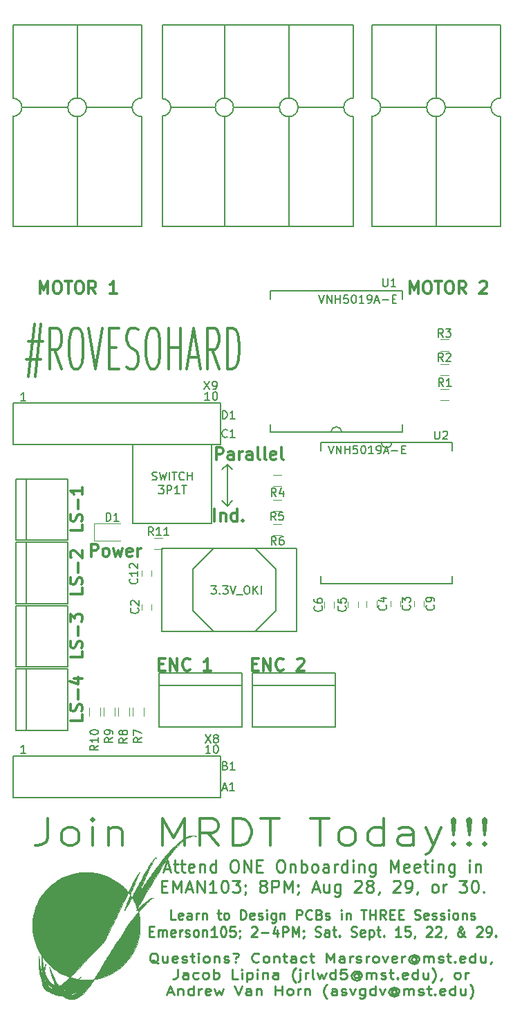
<source format=gbr>
G04 #@! TF.FileFunction,Legend,Top*
%FSLAX46Y46*%
G04 Gerber Fmt 4.6, Leading zero omitted, Abs format (unit mm)*
G04 Created by KiCad (PCBNEW 4.0.7) date 08/13/18 10:27:34*
%MOMM*%
%LPD*%
G01*
G04 APERTURE LIST*
%ADD10C,0.100000*%
%ADD11C,0.300000*%
%ADD12C,0.275000*%
%ADD13C,0.250000*%
%ADD14C,0.200000*%
%ADD15C,0.190500*%
%ADD16C,0.150000*%
%ADD17C,0.120000*%
%ADD18C,0.152400*%
%ADD19C,0.010000*%
G04 APERTURE END LIST*
D10*
D11*
X119925333Y-152852571D02*
X121711048Y-152852571D01*
X120639619Y-150709714D02*
X119925333Y-157138286D01*
X121472953Y-154995429D02*
X119687238Y-154995429D01*
X120758667Y-157138286D02*
X121472953Y-150709714D01*
X123972953Y-156185905D02*
X123139619Y-153804952D01*
X122544381Y-156185905D02*
X122544381Y-151185905D01*
X123496762Y-151185905D01*
X123734857Y-151424000D01*
X123853905Y-151662095D01*
X123972953Y-152138286D01*
X123972953Y-152852571D01*
X123853905Y-153328762D01*
X123734857Y-153566857D01*
X123496762Y-153804952D01*
X122544381Y-153804952D01*
X125520572Y-151185905D02*
X125996762Y-151185905D01*
X126234857Y-151424000D01*
X126472953Y-151900190D01*
X126592000Y-152852571D01*
X126592000Y-154519238D01*
X126472953Y-155471619D01*
X126234857Y-155947810D01*
X125996762Y-156185905D01*
X125520572Y-156185905D01*
X125282476Y-155947810D01*
X125044381Y-155471619D01*
X124925333Y-154519238D01*
X124925333Y-152852571D01*
X125044381Y-151900190D01*
X125282476Y-151424000D01*
X125520572Y-151185905D01*
X127306286Y-151185905D02*
X128139620Y-156185905D01*
X128972953Y-151185905D01*
X129806286Y-153566857D02*
X130639619Y-153566857D01*
X130996762Y-156185905D02*
X129806286Y-156185905D01*
X129806286Y-151185905D01*
X130996762Y-151185905D01*
X131949143Y-155947810D02*
X132306286Y-156185905D01*
X132901524Y-156185905D01*
X133139620Y-155947810D01*
X133258667Y-155709714D01*
X133377715Y-155233524D01*
X133377715Y-154757333D01*
X133258667Y-154281143D01*
X133139620Y-154043048D01*
X132901524Y-153804952D01*
X132425334Y-153566857D01*
X132187239Y-153328762D01*
X132068191Y-153090667D01*
X131949143Y-152614476D01*
X131949143Y-152138286D01*
X132068191Y-151662095D01*
X132187239Y-151424000D01*
X132425334Y-151185905D01*
X133020572Y-151185905D01*
X133377715Y-151424000D01*
X134925334Y-151185905D02*
X135401524Y-151185905D01*
X135639619Y-151424000D01*
X135877715Y-151900190D01*
X135996762Y-152852571D01*
X135996762Y-154519238D01*
X135877715Y-155471619D01*
X135639619Y-155947810D01*
X135401524Y-156185905D01*
X134925334Y-156185905D01*
X134687238Y-155947810D01*
X134449143Y-155471619D01*
X134330095Y-154519238D01*
X134330095Y-152852571D01*
X134449143Y-151900190D01*
X134687238Y-151424000D01*
X134925334Y-151185905D01*
X137068191Y-156185905D02*
X137068191Y-151185905D01*
X137068191Y-153566857D02*
X138496763Y-153566857D01*
X138496763Y-156185905D02*
X138496763Y-151185905D01*
X139568191Y-154757333D02*
X140758668Y-154757333D01*
X139330096Y-156185905D02*
X140163430Y-151185905D01*
X140996763Y-156185905D01*
X143258668Y-156185905D02*
X142425334Y-153804952D01*
X141830096Y-156185905D02*
X141830096Y-151185905D01*
X142782477Y-151185905D01*
X143020572Y-151424000D01*
X143139620Y-151662095D01*
X143258668Y-152138286D01*
X143258668Y-152852571D01*
X143139620Y-153328762D01*
X143020572Y-153566857D01*
X142782477Y-153804952D01*
X141830096Y-153804952D01*
X144330096Y-156185905D02*
X144330096Y-151185905D01*
X144925334Y-151185905D01*
X145282477Y-151424000D01*
X145520572Y-151900190D01*
X145639620Y-152376381D01*
X145758668Y-153328762D01*
X145758668Y-154043048D01*
X145639620Y-154995429D01*
X145520572Y-155471619D01*
X145282477Y-155947810D01*
X144925334Y-156185905D01*
X144330096Y-156185905D01*
D12*
X135801998Y-228890286D02*
X135668664Y-228836000D01*
X135535331Y-228727429D01*
X135335331Y-228564571D01*
X135201998Y-228510286D01*
X135068664Y-228510286D01*
X135135331Y-228781714D02*
X135001998Y-228727429D01*
X134868664Y-228618857D01*
X134801998Y-228401714D01*
X134801998Y-228021714D01*
X134868664Y-227804571D01*
X135001998Y-227696000D01*
X135135331Y-227641714D01*
X135401998Y-227641714D01*
X135535331Y-227696000D01*
X135668664Y-227804571D01*
X135735331Y-228021714D01*
X135735331Y-228401714D01*
X135668664Y-228618857D01*
X135535331Y-228727429D01*
X135401998Y-228781714D01*
X135135331Y-228781714D01*
X136935331Y-228021714D02*
X136935331Y-228781714D01*
X136335331Y-228021714D02*
X136335331Y-228618857D01*
X136401998Y-228727429D01*
X136535331Y-228781714D01*
X136735331Y-228781714D01*
X136868665Y-228727429D01*
X136935331Y-228673143D01*
X138135332Y-228727429D02*
X138001998Y-228781714D01*
X137735332Y-228781714D01*
X137601998Y-228727429D01*
X137535332Y-228618857D01*
X137535332Y-228184571D01*
X137601998Y-228076000D01*
X137735332Y-228021714D01*
X138001998Y-228021714D01*
X138135332Y-228076000D01*
X138201998Y-228184571D01*
X138201998Y-228293143D01*
X137535332Y-228401714D01*
X138735332Y-228727429D02*
X138868665Y-228781714D01*
X139135332Y-228781714D01*
X139268665Y-228727429D01*
X139335332Y-228618857D01*
X139335332Y-228564571D01*
X139268665Y-228456000D01*
X139135332Y-228401714D01*
X138935332Y-228401714D01*
X138801998Y-228347429D01*
X138735332Y-228238857D01*
X138735332Y-228184571D01*
X138801998Y-228076000D01*
X138935332Y-228021714D01*
X139135332Y-228021714D01*
X139268665Y-228076000D01*
X139735331Y-228021714D02*
X140268665Y-228021714D01*
X139935331Y-227641714D02*
X139935331Y-228618857D01*
X140001998Y-228727429D01*
X140135331Y-228781714D01*
X140268665Y-228781714D01*
X140735331Y-228781714D02*
X140735331Y-228021714D01*
X140735331Y-227641714D02*
X140668665Y-227696000D01*
X140735331Y-227750286D01*
X140801998Y-227696000D01*
X140735331Y-227641714D01*
X140735331Y-227750286D01*
X141601998Y-228781714D02*
X141468665Y-228727429D01*
X141401998Y-228673143D01*
X141335332Y-228564571D01*
X141335332Y-228238857D01*
X141401998Y-228130286D01*
X141468665Y-228076000D01*
X141601998Y-228021714D01*
X141801998Y-228021714D01*
X141935332Y-228076000D01*
X142001998Y-228130286D01*
X142068665Y-228238857D01*
X142068665Y-228564571D01*
X142001998Y-228673143D01*
X141935332Y-228727429D01*
X141801998Y-228781714D01*
X141601998Y-228781714D01*
X142668665Y-228021714D02*
X142668665Y-228781714D01*
X142668665Y-228130286D02*
X142735332Y-228076000D01*
X142868665Y-228021714D01*
X143068665Y-228021714D01*
X143201999Y-228076000D01*
X143268665Y-228184571D01*
X143268665Y-228781714D01*
X143868666Y-228727429D02*
X144001999Y-228781714D01*
X144268666Y-228781714D01*
X144401999Y-228727429D01*
X144468666Y-228618857D01*
X144468666Y-228564571D01*
X144401999Y-228456000D01*
X144268666Y-228401714D01*
X144068666Y-228401714D01*
X143935332Y-228347429D01*
X143868666Y-228238857D01*
X143868666Y-228184571D01*
X143935332Y-228076000D01*
X144068666Y-228021714D01*
X144268666Y-228021714D01*
X144401999Y-228076000D01*
X145268665Y-228673143D02*
X145335332Y-228727429D01*
X145268665Y-228781714D01*
X145201999Y-228727429D01*
X145268665Y-228673143D01*
X145268665Y-228781714D01*
X145001999Y-227696000D02*
X145135332Y-227641714D01*
X145468665Y-227641714D01*
X145601999Y-227696000D01*
X145668665Y-227804571D01*
X145668665Y-227913143D01*
X145601999Y-228021714D01*
X145535332Y-228076000D01*
X145401999Y-228130286D01*
X145335332Y-228184571D01*
X145268665Y-228293143D01*
X145268665Y-228347429D01*
X148135332Y-228673143D02*
X148068666Y-228727429D01*
X147868666Y-228781714D01*
X147735332Y-228781714D01*
X147535332Y-228727429D01*
X147401999Y-228618857D01*
X147335332Y-228510286D01*
X147268666Y-228293143D01*
X147268666Y-228130286D01*
X147335332Y-227913143D01*
X147401999Y-227804571D01*
X147535332Y-227696000D01*
X147735332Y-227641714D01*
X147868666Y-227641714D01*
X148068666Y-227696000D01*
X148135332Y-227750286D01*
X148935332Y-228781714D02*
X148801999Y-228727429D01*
X148735332Y-228673143D01*
X148668666Y-228564571D01*
X148668666Y-228238857D01*
X148735332Y-228130286D01*
X148801999Y-228076000D01*
X148935332Y-228021714D01*
X149135332Y-228021714D01*
X149268666Y-228076000D01*
X149335332Y-228130286D01*
X149401999Y-228238857D01*
X149401999Y-228564571D01*
X149335332Y-228673143D01*
X149268666Y-228727429D01*
X149135332Y-228781714D01*
X148935332Y-228781714D01*
X150001999Y-228021714D02*
X150001999Y-228781714D01*
X150001999Y-228130286D02*
X150068666Y-228076000D01*
X150201999Y-228021714D01*
X150401999Y-228021714D01*
X150535333Y-228076000D01*
X150601999Y-228184571D01*
X150601999Y-228781714D01*
X151068666Y-228021714D02*
X151602000Y-228021714D01*
X151268666Y-227641714D02*
X151268666Y-228618857D01*
X151335333Y-228727429D01*
X151468666Y-228781714D01*
X151602000Y-228781714D01*
X152668666Y-228781714D02*
X152668666Y-228184571D01*
X152602000Y-228076000D01*
X152468666Y-228021714D01*
X152202000Y-228021714D01*
X152068666Y-228076000D01*
X152668666Y-228727429D02*
X152535333Y-228781714D01*
X152202000Y-228781714D01*
X152068666Y-228727429D01*
X152002000Y-228618857D01*
X152002000Y-228510286D01*
X152068666Y-228401714D01*
X152202000Y-228347429D01*
X152535333Y-228347429D01*
X152668666Y-228293143D01*
X153935333Y-228727429D02*
X153802000Y-228781714D01*
X153535333Y-228781714D01*
X153402000Y-228727429D01*
X153335333Y-228673143D01*
X153268667Y-228564571D01*
X153268667Y-228238857D01*
X153335333Y-228130286D01*
X153402000Y-228076000D01*
X153535333Y-228021714D01*
X153802000Y-228021714D01*
X153935333Y-228076000D01*
X154335333Y-228021714D02*
X154868667Y-228021714D01*
X154535333Y-227641714D02*
X154535333Y-228618857D01*
X154602000Y-228727429D01*
X154735333Y-228781714D01*
X154868667Y-228781714D01*
X156402000Y-228781714D02*
X156402000Y-227641714D01*
X156868667Y-228456000D01*
X157335334Y-227641714D01*
X157335334Y-228781714D01*
X158602000Y-228781714D02*
X158602000Y-228184571D01*
X158535334Y-228076000D01*
X158402000Y-228021714D01*
X158135334Y-228021714D01*
X158002000Y-228076000D01*
X158602000Y-228727429D02*
X158468667Y-228781714D01*
X158135334Y-228781714D01*
X158002000Y-228727429D01*
X157935334Y-228618857D01*
X157935334Y-228510286D01*
X158002000Y-228401714D01*
X158135334Y-228347429D01*
X158468667Y-228347429D01*
X158602000Y-228293143D01*
X159268667Y-228781714D02*
X159268667Y-228021714D01*
X159268667Y-228238857D02*
X159335334Y-228130286D01*
X159402001Y-228076000D01*
X159535334Y-228021714D01*
X159668667Y-228021714D01*
X160068668Y-228727429D02*
X160202001Y-228781714D01*
X160468668Y-228781714D01*
X160602001Y-228727429D01*
X160668668Y-228618857D01*
X160668668Y-228564571D01*
X160602001Y-228456000D01*
X160468668Y-228401714D01*
X160268668Y-228401714D01*
X160135334Y-228347429D01*
X160068668Y-228238857D01*
X160068668Y-228184571D01*
X160135334Y-228076000D01*
X160268668Y-228021714D01*
X160468668Y-228021714D01*
X160602001Y-228076000D01*
X161268667Y-228781714D02*
X161268667Y-228021714D01*
X161268667Y-228238857D02*
X161335334Y-228130286D01*
X161402001Y-228076000D01*
X161535334Y-228021714D01*
X161668667Y-228021714D01*
X162335334Y-228781714D02*
X162202001Y-228727429D01*
X162135334Y-228673143D01*
X162068668Y-228564571D01*
X162068668Y-228238857D01*
X162135334Y-228130286D01*
X162202001Y-228076000D01*
X162335334Y-228021714D01*
X162535334Y-228021714D01*
X162668668Y-228076000D01*
X162735334Y-228130286D01*
X162802001Y-228238857D01*
X162802001Y-228564571D01*
X162735334Y-228673143D01*
X162668668Y-228727429D01*
X162535334Y-228781714D01*
X162335334Y-228781714D01*
X163268668Y-228021714D02*
X163602001Y-228781714D01*
X163935335Y-228021714D01*
X165002002Y-228727429D02*
X164868668Y-228781714D01*
X164602002Y-228781714D01*
X164468668Y-228727429D01*
X164402002Y-228618857D01*
X164402002Y-228184571D01*
X164468668Y-228076000D01*
X164602002Y-228021714D01*
X164868668Y-228021714D01*
X165002002Y-228076000D01*
X165068668Y-228184571D01*
X165068668Y-228293143D01*
X164402002Y-228401714D01*
X165668668Y-228781714D02*
X165668668Y-228021714D01*
X165668668Y-228238857D02*
X165735335Y-228130286D01*
X165802002Y-228076000D01*
X165935335Y-228021714D01*
X166068668Y-228021714D01*
X167402002Y-228238857D02*
X167335335Y-228184571D01*
X167202002Y-228130286D01*
X167068669Y-228130286D01*
X166935335Y-228184571D01*
X166868669Y-228238857D01*
X166802002Y-228347429D01*
X166802002Y-228456000D01*
X166868669Y-228564571D01*
X166935335Y-228618857D01*
X167068669Y-228673143D01*
X167202002Y-228673143D01*
X167335335Y-228618857D01*
X167402002Y-228564571D01*
X167402002Y-228130286D02*
X167402002Y-228564571D01*
X167468669Y-228618857D01*
X167535335Y-228618857D01*
X167668669Y-228564571D01*
X167735335Y-228456000D01*
X167735335Y-228184571D01*
X167602002Y-228021714D01*
X167402002Y-227913143D01*
X167135335Y-227858857D01*
X166868669Y-227913143D01*
X166668669Y-228021714D01*
X166535335Y-228184571D01*
X166468669Y-228401714D01*
X166535335Y-228618857D01*
X166668669Y-228781714D01*
X166868669Y-228890286D01*
X167135335Y-228944571D01*
X167402002Y-228890286D01*
X167602002Y-228781714D01*
X168335335Y-228781714D02*
X168335335Y-228021714D01*
X168335335Y-228130286D02*
X168402002Y-228076000D01*
X168535335Y-228021714D01*
X168735335Y-228021714D01*
X168868669Y-228076000D01*
X168935335Y-228184571D01*
X168935335Y-228781714D01*
X168935335Y-228184571D02*
X169002002Y-228076000D01*
X169135335Y-228021714D01*
X169335335Y-228021714D01*
X169468669Y-228076000D01*
X169535335Y-228184571D01*
X169535335Y-228781714D01*
X170135336Y-228727429D02*
X170268669Y-228781714D01*
X170535336Y-228781714D01*
X170668669Y-228727429D01*
X170735336Y-228618857D01*
X170735336Y-228564571D01*
X170668669Y-228456000D01*
X170535336Y-228401714D01*
X170335336Y-228401714D01*
X170202002Y-228347429D01*
X170135336Y-228238857D01*
X170135336Y-228184571D01*
X170202002Y-228076000D01*
X170335336Y-228021714D01*
X170535336Y-228021714D01*
X170668669Y-228076000D01*
X171135335Y-228021714D02*
X171668669Y-228021714D01*
X171335335Y-227641714D02*
X171335335Y-228618857D01*
X171402002Y-228727429D01*
X171535335Y-228781714D01*
X171668669Y-228781714D01*
X172135335Y-228673143D02*
X172202002Y-228727429D01*
X172135335Y-228781714D01*
X172068669Y-228727429D01*
X172135335Y-228673143D01*
X172135335Y-228781714D01*
X173335336Y-228727429D02*
X173202002Y-228781714D01*
X172935336Y-228781714D01*
X172802002Y-228727429D01*
X172735336Y-228618857D01*
X172735336Y-228184571D01*
X172802002Y-228076000D01*
X172935336Y-228021714D01*
X173202002Y-228021714D01*
X173335336Y-228076000D01*
X173402002Y-228184571D01*
X173402002Y-228293143D01*
X172735336Y-228401714D01*
X174602002Y-228781714D02*
X174602002Y-227641714D01*
X174602002Y-228727429D02*
X174468669Y-228781714D01*
X174202002Y-228781714D01*
X174068669Y-228727429D01*
X174002002Y-228673143D01*
X173935336Y-228564571D01*
X173935336Y-228238857D01*
X174002002Y-228130286D01*
X174068669Y-228076000D01*
X174202002Y-228021714D01*
X174468669Y-228021714D01*
X174602002Y-228076000D01*
X175868669Y-228021714D02*
X175868669Y-228781714D01*
X175268669Y-228021714D02*
X175268669Y-228618857D01*
X175335336Y-228727429D01*
X175468669Y-228781714D01*
X175668669Y-228781714D01*
X175802003Y-228727429D01*
X175868669Y-228673143D01*
X176602003Y-228727429D02*
X176602003Y-228781714D01*
X176535336Y-228890286D01*
X176468670Y-228944571D01*
X138168664Y-229626714D02*
X138168664Y-230441000D01*
X138101998Y-230603857D01*
X137968664Y-230712429D01*
X137768664Y-230766714D01*
X137635331Y-230766714D01*
X139435331Y-230766714D02*
X139435331Y-230169571D01*
X139368665Y-230061000D01*
X139235331Y-230006714D01*
X138968665Y-230006714D01*
X138835331Y-230061000D01*
X139435331Y-230712429D02*
X139301998Y-230766714D01*
X138968665Y-230766714D01*
X138835331Y-230712429D01*
X138768665Y-230603857D01*
X138768665Y-230495286D01*
X138835331Y-230386714D01*
X138968665Y-230332429D01*
X139301998Y-230332429D01*
X139435331Y-230278143D01*
X140701998Y-230712429D02*
X140568665Y-230766714D01*
X140301998Y-230766714D01*
X140168665Y-230712429D01*
X140101998Y-230658143D01*
X140035332Y-230549571D01*
X140035332Y-230223857D01*
X140101998Y-230115286D01*
X140168665Y-230061000D01*
X140301998Y-230006714D01*
X140568665Y-230006714D01*
X140701998Y-230061000D01*
X141501998Y-230766714D02*
X141368665Y-230712429D01*
X141301998Y-230658143D01*
X141235332Y-230549571D01*
X141235332Y-230223857D01*
X141301998Y-230115286D01*
X141368665Y-230061000D01*
X141501998Y-230006714D01*
X141701998Y-230006714D01*
X141835332Y-230061000D01*
X141901998Y-230115286D01*
X141968665Y-230223857D01*
X141968665Y-230549571D01*
X141901998Y-230658143D01*
X141835332Y-230712429D01*
X141701998Y-230766714D01*
X141501998Y-230766714D01*
X142568665Y-230766714D02*
X142568665Y-229626714D01*
X142568665Y-230061000D02*
X142701999Y-230006714D01*
X142968665Y-230006714D01*
X143101999Y-230061000D01*
X143168665Y-230115286D01*
X143235332Y-230223857D01*
X143235332Y-230549571D01*
X143168665Y-230658143D01*
X143101999Y-230712429D01*
X142968665Y-230766714D01*
X142701999Y-230766714D01*
X142568665Y-230712429D01*
X145568666Y-230766714D02*
X144901999Y-230766714D01*
X144901999Y-229626714D01*
X146035332Y-230766714D02*
X146035332Y-230006714D01*
X146035332Y-229626714D02*
X145968666Y-229681000D01*
X146035332Y-229735286D01*
X146101999Y-229681000D01*
X146035332Y-229626714D01*
X146035332Y-229735286D01*
X146701999Y-230006714D02*
X146701999Y-231146714D01*
X146701999Y-230061000D02*
X146835333Y-230006714D01*
X147101999Y-230006714D01*
X147235333Y-230061000D01*
X147301999Y-230115286D01*
X147368666Y-230223857D01*
X147368666Y-230549571D01*
X147301999Y-230658143D01*
X147235333Y-230712429D01*
X147101999Y-230766714D01*
X146835333Y-230766714D01*
X146701999Y-230712429D01*
X147968666Y-230766714D02*
X147968666Y-230006714D01*
X147968666Y-229626714D02*
X147902000Y-229681000D01*
X147968666Y-229735286D01*
X148035333Y-229681000D01*
X147968666Y-229626714D01*
X147968666Y-229735286D01*
X148635333Y-230006714D02*
X148635333Y-230766714D01*
X148635333Y-230115286D02*
X148702000Y-230061000D01*
X148835333Y-230006714D01*
X149035333Y-230006714D01*
X149168667Y-230061000D01*
X149235333Y-230169571D01*
X149235333Y-230766714D01*
X150502000Y-230766714D02*
X150502000Y-230169571D01*
X150435334Y-230061000D01*
X150302000Y-230006714D01*
X150035334Y-230006714D01*
X149902000Y-230061000D01*
X150502000Y-230712429D02*
X150368667Y-230766714D01*
X150035334Y-230766714D01*
X149902000Y-230712429D01*
X149835334Y-230603857D01*
X149835334Y-230495286D01*
X149902000Y-230386714D01*
X150035334Y-230332429D01*
X150368667Y-230332429D01*
X150502000Y-230278143D01*
X152635334Y-231201000D02*
X152568668Y-231146714D01*
X152435334Y-230983857D01*
X152368668Y-230875286D01*
X152302001Y-230712429D01*
X152235334Y-230441000D01*
X152235334Y-230223857D01*
X152302001Y-229952429D01*
X152368668Y-229789571D01*
X152435334Y-229681000D01*
X152568668Y-229518143D01*
X152635334Y-229463857D01*
X153168667Y-230006714D02*
X153168667Y-230983857D01*
X153102001Y-231092429D01*
X152968667Y-231146714D01*
X152902001Y-231146714D01*
X153168667Y-229626714D02*
X153102001Y-229681000D01*
X153168667Y-229735286D01*
X153235334Y-229681000D01*
X153168667Y-229626714D01*
X153168667Y-229735286D01*
X153835334Y-230766714D02*
X153835334Y-230006714D01*
X153835334Y-230223857D02*
X153902001Y-230115286D01*
X153968668Y-230061000D01*
X154102001Y-230006714D01*
X154235334Y-230006714D01*
X154902001Y-230766714D02*
X154768668Y-230712429D01*
X154702001Y-230603857D01*
X154702001Y-229626714D01*
X155302001Y-230006714D02*
X155568668Y-230766714D01*
X155835334Y-230223857D01*
X156102001Y-230766714D01*
X156368668Y-230006714D01*
X157502001Y-230766714D02*
X157502001Y-229626714D01*
X157502001Y-230712429D02*
X157368668Y-230766714D01*
X157102001Y-230766714D01*
X156968668Y-230712429D01*
X156902001Y-230658143D01*
X156835335Y-230549571D01*
X156835335Y-230223857D01*
X156902001Y-230115286D01*
X156968668Y-230061000D01*
X157102001Y-230006714D01*
X157368668Y-230006714D01*
X157502001Y-230061000D01*
X158835335Y-229626714D02*
X158168668Y-229626714D01*
X158102002Y-230169571D01*
X158168668Y-230115286D01*
X158302002Y-230061000D01*
X158635335Y-230061000D01*
X158768668Y-230115286D01*
X158835335Y-230169571D01*
X158902002Y-230278143D01*
X158902002Y-230549571D01*
X158835335Y-230658143D01*
X158768668Y-230712429D01*
X158635335Y-230766714D01*
X158302002Y-230766714D01*
X158168668Y-230712429D01*
X158102002Y-230658143D01*
X160368668Y-230223857D02*
X160302001Y-230169571D01*
X160168668Y-230115286D01*
X160035335Y-230115286D01*
X159902001Y-230169571D01*
X159835335Y-230223857D01*
X159768668Y-230332429D01*
X159768668Y-230441000D01*
X159835335Y-230549571D01*
X159902001Y-230603857D01*
X160035335Y-230658143D01*
X160168668Y-230658143D01*
X160302001Y-230603857D01*
X160368668Y-230549571D01*
X160368668Y-230115286D02*
X160368668Y-230549571D01*
X160435335Y-230603857D01*
X160502001Y-230603857D01*
X160635335Y-230549571D01*
X160702001Y-230441000D01*
X160702001Y-230169571D01*
X160568668Y-230006714D01*
X160368668Y-229898143D01*
X160102001Y-229843857D01*
X159835335Y-229898143D01*
X159635335Y-230006714D01*
X159502001Y-230169571D01*
X159435335Y-230386714D01*
X159502001Y-230603857D01*
X159635335Y-230766714D01*
X159835335Y-230875286D01*
X160102001Y-230929571D01*
X160368668Y-230875286D01*
X160568668Y-230766714D01*
X161302001Y-230766714D02*
X161302001Y-230006714D01*
X161302001Y-230115286D02*
X161368668Y-230061000D01*
X161502001Y-230006714D01*
X161702001Y-230006714D01*
X161835335Y-230061000D01*
X161902001Y-230169571D01*
X161902001Y-230766714D01*
X161902001Y-230169571D02*
X161968668Y-230061000D01*
X162102001Y-230006714D01*
X162302001Y-230006714D01*
X162435335Y-230061000D01*
X162502001Y-230169571D01*
X162502001Y-230766714D01*
X163102002Y-230712429D02*
X163235335Y-230766714D01*
X163502002Y-230766714D01*
X163635335Y-230712429D01*
X163702002Y-230603857D01*
X163702002Y-230549571D01*
X163635335Y-230441000D01*
X163502002Y-230386714D01*
X163302002Y-230386714D01*
X163168668Y-230332429D01*
X163102002Y-230223857D01*
X163102002Y-230169571D01*
X163168668Y-230061000D01*
X163302002Y-230006714D01*
X163502002Y-230006714D01*
X163635335Y-230061000D01*
X164102001Y-230006714D02*
X164635335Y-230006714D01*
X164302001Y-229626714D02*
X164302001Y-230603857D01*
X164368668Y-230712429D01*
X164502001Y-230766714D01*
X164635335Y-230766714D01*
X165102001Y-230658143D02*
X165168668Y-230712429D01*
X165102001Y-230766714D01*
X165035335Y-230712429D01*
X165102001Y-230658143D01*
X165102001Y-230766714D01*
X166302002Y-230712429D02*
X166168668Y-230766714D01*
X165902002Y-230766714D01*
X165768668Y-230712429D01*
X165702002Y-230603857D01*
X165702002Y-230169571D01*
X165768668Y-230061000D01*
X165902002Y-230006714D01*
X166168668Y-230006714D01*
X166302002Y-230061000D01*
X166368668Y-230169571D01*
X166368668Y-230278143D01*
X165702002Y-230386714D01*
X167568668Y-230766714D02*
X167568668Y-229626714D01*
X167568668Y-230712429D02*
X167435335Y-230766714D01*
X167168668Y-230766714D01*
X167035335Y-230712429D01*
X166968668Y-230658143D01*
X166902002Y-230549571D01*
X166902002Y-230223857D01*
X166968668Y-230115286D01*
X167035335Y-230061000D01*
X167168668Y-230006714D01*
X167435335Y-230006714D01*
X167568668Y-230061000D01*
X168835335Y-230006714D02*
X168835335Y-230766714D01*
X168235335Y-230006714D02*
X168235335Y-230603857D01*
X168302002Y-230712429D01*
X168435335Y-230766714D01*
X168635335Y-230766714D01*
X168768669Y-230712429D01*
X168835335Y-230658143D01*
X169368669Y-231201000D02*
X169435336Y-231146714D01*
X169568669Y-230983857D01*
X169635336Y-230875286D01*
X169702002Y-230712429D01*
X169768669Y-230441000D01*
X169768669Y-230223857D01*
X169702002Y-229952429D01*
X169635336Y-229789571D01*
X169568669Y-229681000D01*
X169435336Y-229518143D01*
X169368669Y-229463857D01*
X170502002Y-230712429D02*
X170502002Y-230766714D01*
X170435335Y-230875286D01*
X170368669Y-230929571D01*
X172368669Y-230766714D02*
X172235336Y-230712429D01*
X172168669Y-230658143D01*
X172102003Y-230549571D01*
X172102003Y-230223857D01*
X172168669Y-230115286D01*
X172235336Y-230061000D01*
X172368669Y-230006714D01*
X172568669Y-230006714D01*
X172702003Y-230061000D01*
X172768669Y-230115286D01*
X172835336Y-230223857D01*
X172835336Y-230549571D01*
X172768669Y-230658143D01*
X172702003Y-230712429D01*
X172568669Y-230766714D01*
X172368669Y-230766714D01*
X173435336Y-230766714D02*
X173435336Y-230006714D01*
X173435336Y-230223857D02*
X173502003Y-230115286D01*
X173568670Y-230061000D01*
X173702003Y-230006714D01*
X173835336Y-230006714D01*
X136968664Y-232426000D02*
X137635330Y-232426000D01*
X136835330Y-232751714D02*
X137301997Y-231611714D01*
X137768664Y-232751714D01*
X138235330Y-231991714D02*
X138235330Y-232751714D01*
X138235330Y-232100286D02*
X138301997Y-232046000D01*
X138435330Y-231991714D01*
X138635330Y-231991714D01*
X138768664Y-232046000D01*
X138835330Y-232154571D01*
X138835330Y-232751714D01*
X140101997Y-232751714D02*
X140101997Y-231611714D01*
X140101997Y-232697429D02*
X139968664Y-232751714D01*
X139701997Y-232751714D01*
X139568664Y-232697429D01*
X139501997Y-232643143D01*
X139435331Y-232534571D01*
X139435331Y-232208857D01*
X139501997Y-232100286D01*
X139568664Y-232046000D01*
X139701997Y-231991714D01*
X139968664Y-231991714D01*
X140101997Y-232046000D01*
X140768664Y-232751714D02*
X140768664Y-231991714D01*
X140768664Y-232208857D02*
X140835331Y-232100286D01*
X140901998Y-232046000D01*
X141035331Y-231991714D01*
X141168664Y-231991714D01*
X142168665Y-232697429D02*
X142035331Y-232751714D01*
X141768665Y-232751714D01*
X141635331Y-232697429D01*
X141568665Y-232588857D01*
X141568665Y-232154571D01*
X141635331Y-232046000D01*
X141768665Y-231991714D01*
X142035331Y-231991714D01*
X142168665Y-232046000D01*
X142235331Y-232154571D01*
X142235331Y-232263143D01*
X141568665Y-232371714D01*
X142701998Y-231991714D02*
X142968665Y-232751714D01*
X143235331Y-232208857D01*
X143501998Y-232751714D01*
X143768665Y-231991714D01*
X145168665Y-231611714D02*
X145635332Y-232751714D01*
X146101999Y-231611714D01*
X147168665Y-232751714D02*
X147168665Y-232154571D01*
X147101999Y-232046000D01*
X146968665Y-231991714D01*
X146701999Y-231991714D01*
X146568665Y-232046000D01*
X147168665Y-232697429D02*
X147035332Y-232751714D01*
X146701999Y-232751714D01*
X146568665Y-232697429D01*
X146501999Y-232588857D01*
X146501999Y-232480286D01*
X146568665Y-232371714D01*
X146701999Y-232317429D01*
X147035332Y-232317429D01*
X147168665Y-232263143D01*
X147835332Y-231991714D02*
X147835332Y-232751714D01*
X147835332Y-232100286D02*
X147901999Y-232046000D01*
X148035332Y-231991714D01*
X148235332Y-231991714D01*
X148368666Y-232046000D01*
X148435332Y-232154571D01*
X148435332Y-232751714D01*
X150168666Y-232751714D02*
X150168666Y-231611714D01*
X150168666Y-232154571D02*
X150968666Y-232154571D01*
X150968666Y-232751714D02*
X150968666Y-231611714D01*
X151835333Y-232751714D02*
X151702000Y-232697429D01*
X151635333Y-232643143D01*
X151568667Y-232534571D01*
X151568667Y-232208857D01*
X151635333Y-232100286D01*
X151702000Y-232046000D01*
X151835333Y-231991714D01*
X152035333Y-231991714D01*
X152168667Y-232046000D01*
X152235333Y-232100286D01*
X152302000Y-232208857D01*
X152302000Y-232534571D01*
X152235333Y-232643143D01*
X152168667Y-232697429D01*
X152035333Y-232751714D01*
X151835333Y-232751714D01*
X152902000Y-232751714D02*
X152902000Y-231991714D01*
X152902000Y-232208857D02*
X152968667Y-232100286D01*
X153035334Y-232046000D01*
X153168667Y-231991714D01*
X153302000Y-231991714D01*
X153768667Y-231991714D02*
X153768667Y-232751714D01*
X153768667Y-232100286D02*
X153835334Y-232046000D01*
X153968667Y-231991714D01*
X154168667Y-231991714D01*
X154302001Y-232046000D01*
X154368667Y-232154571D01*
X154368667Y-232751714D01*
X156502001Y-233186000D02*
X156435335Y-233131714D01*
X156302001Y-232968857D01*
X156235335Y-232860286D01*
X156168668Y-232697429D01*
X156102001Y-232426000D01*
X156102001Y-232208857D01*
X156168668Y-231937429D01*
X156235335Y-231774571D01*
X156302001Y-231666000D01*
X156435335Y-231503143D01*
X156502001Y-231448857D01*
X157635334Y-232751714D02*
X157635334Y-232154571D01*
X157568668Y-232046000D01*
X157435334Y-231991714D01*
X157168668Y-231991714D01*
X157035334Y-232046000D01*
X157635334Y-232697429D02*
X157502001Y-232751714D01*
X157168668Y-232751714D01*
X157035334Y-232697429D01*
X156968668Y-232588857D01*
X156968668Y-232480286D01*
X157035334Y-232371714D01*
X157168668Y-232317429D01*
X157502001Y-232317429D01*
X157635334Y-232263143D01*
X158235335Y-232697429D02*
X158368668Y-232751714D01*
X158635335Y-232751714D01*
X158768668Y-232697429D01*
X158835335Y-232588857D01*
X158835335Y-232534571D01*
X158768668Y-232426000D01*
X158635335Y-232371714D01*
X158435335Y-232371714D01*
X158302001Y-232317429D01*
X158235335Y-232208857D01*
X158235335Y-232154571D01*
X158302001Y-232046000D01*
X158435335Y-231991714D01*
X158635335Y-231991714D01*
X158768668Y-232046000D01*
X159302001Y-231991714D02*
X159635334Y-232751714D01*
X159968668Y-231991714D01*
X161102001Y-231991714D02*
X161102001Y-232914571D01*
X161035335Y-233023143D01*
X160968668Y-233077429D01*
X160835335Y-233131714D01*
X160635335Y-233131714D01*
X160502001Y-233077429D01*
X161102001Y-232697429D02*
X160968668Y-232751714D01*
X160702001Y-232751714D01*
X160568668Y-232697429D01*
X160502001Y-232643143D01*
X160435335Y-232534571D01*
X160435335Y-232208857D01*
X160502001Y-232100286D01*
X160568668Y-232046000D01*
X160702001Y-231991714D01*
X160968668Y-231991714D01*
X161102001Y-232046000D01*
X162368668Y-232751714D02*
X162368668Y-231611714D01*
X162368668Y-232697429D02*
X162235335Y-232751714D01*
X161968668Y-232751714D01*
X161835335Y-232697429D01*
X161768668Y-232643143D01*
X161702002Y-232534571D01*
X161702002Y-232208857D01*
X161768668Y-232100286D01*
X161835335Y-232046000D01*
X161968668Y-231991714D01*
X162235335Y-231991714D01*
X162368668Y-232046000D01*
X162902002Y-231991714D02*
X163235335Y-232751714D01*
X163568669Y-231991714D01*
X164968669Y-232208857D02*
X164902002Y-232154571D01*
X164768669Y-232100286D01*
X164635336Y-232100286D01*
X164502002Y-232154571D01*
X164435336Y-232208857D01*
X164368669Y-232317429D01*
X164368669Y-232426000D01*
X164435336Y-232534571D01*
X164502002Y-232588857D01*
X164635336Y-232643143D01*
X164768669Y-232643143D01*
X164902002Y-232588857D01*
X164968669Y-232534571D01*
X164968669Y-232100286D02*
X164968669Y-232534571D01*
X165035336Y-232588857D01*
X165102002Y-232588857D01*
X165235336Y-232534571D01*
X165302002Y-232426000D01*
X165302002Y-232154571D01*
X165168669Y-231991714D01*
X164968669Y-231883143D01*
X164702002Y-231828857D01*
X164435336Y-231883143D01*
X164235336Y-231991714D01*
X164102002Y-232154571D01*
X164035336Y-232371714D01*
X164102002Y-232588857D01*
X164235336Y-232751714D01*
X164435336Y-232860286D01*
X164702002Y-232914571D01*
X164968669Y-232860286D01*
X165168669Y-232751714D01*
X165902002Y-232751714D02*
X165902002Y-231991714D01*
X165902002Y-232100286D02*
X165968669Y-232046000D01*
X166102002Y-231991714D01*
X166302002Y-231991714D01*
X166435336Y-232046000D01*
X166502002Y-232154571D01*
X166502002Y-232751714D01*
X166502002Y-232154571D02*
X166568669Y-232046000D01*
X166702002Y-231991714D01*
X166902002Y-231991714D01*
X167035336Y-232046000D01*
X167102002Y-232154571D01*
X167102002Y-232751714D01*
X167702003Y-232697429D02*
X167835336Y-232751714D01*
X168102003Y-232751714D01*
X168235336Y-232697429D01*
X168302003Y-232588857D01*
X168302003Y-232534571D01*
X168235336Y-232426000D01*
X168102003Y-232371714D01*
X167902003Y-232371714D01*
X167768669Y-232317429D01*
X167702003Y-232208857D01*
X167702003Y-232154571D01*
X167768669Y-232046000D01*
X167902003Y-231991714D01*
X168102003Y-231991714D01*
X168235336Y-232046000D01*
X168702002Y-231991714D02*
X169235336Y-231991714D01*
X168902002Y-231611714D02*
X168902002Y-232588857D01*
X168968669Y-232697429D01*
X169102002Y-232751714D01*
X169235336Y-232751714D01*
X169702002Y-232643143D02*
X169768669Y-232697429D01*
X169702002Y-232751714D01*
X169635336Y-232697429D01*
X169702002Y-232643143D01*
X169702002Y-232751714D01*
X170902003Y-232697429D02*
X170768669Y-232751714D01*
X170502003Y-232751714D01*
X170368669Y-232697429D01*
X170302003Y-232588857D01*
X170302003Y-232154571D01*
X170368669Y-232046000D01*
X170502003Y-231991714D01*
X170768669Y-231991714D01*
X170902003Y-232046000D01*
X170968669Y-232154571D01*
X170968669Y-232263143D01*
X170302003Y-232371714D01*
X172168669Y-232751714D02*
X172168669Y-231611714D01*
X172168669Y-232697429D02*
X172035336Y-232751714D01*
X171768669Y-232751714D01*
X171635336Y-232697429D01*
X171568669Y-232643143D01*
X171502003Y-232534571D01*
X171502003Y-232208857D01*
X171568669Y-232100286D01*
X171635336Y-232046000D01*
X171768669Y-231991714D01*
X172035336Y-231991714D01*
X172168669Y-232046000D01*
X173435336Y-231991714D02*
X173435336Y-232751714D01*
X172835336Y-231991714D02*
X172835336Y-232588857D01*
X172902003Y-232697429D01*
X173035336Y-232751714D01*
X173235336Y-232751714D01*
X173368670Y-232697429D01*
X173435336Y-232643143D01*
X173968670Y-233186000D02*
X174035337Y-233131714D01*
X174168670Y-232968857D01*
X174235337Y-232860286D01*
X174302003Y-232697429D01*
X174368670Y-232426000D01*
X174368670Y-232208857D01*
X174302003Y-231937429D01*
X174235337Y-231774571D01*
X174168670Y-231666000D01*
X174035337Y-231503143D01*
X173968670Y-231448857D01*
X137956000Y-223533357D02*
X137384571Y-223533357D01*
X137384571Y-222333357D01*
X138813143Y-223476214D02*
X138698857Y-223533357D01*
X138470286Y-223533357D01*
X138356000Y-223476214D01*
X138298857Y-223361929D01*
X138298857Y-222904786D01*
X138356000Y-222790500D01*
X138470286Y-222733357D01*
X138698857Y-222733357D01*
X138813143Y-222790500D01*
X138870286Y-222904786D01*
X138870286Y-223019071D01*
X138298857Y-223133357D01*
X139898857Y-223533357D02*
X139898857Y-222904786D01*
X139841714Y-222790500D01*
X139727428Y-222733357D01*
X139498857Y-222733357D01*
X139384571Y-222790500D01*
X139898857Y-223476214D02*
X139784571Y-223533357D01*
X139498857Y-223533357D01*
X139384571Y-223476214D01*
X139327428Y-223361929D01*
X139327428Y-223247643D01*
X139384571Y-223133357D01*
X139498857Y-223076214D01*
X139784571Y-223076214D01*
X139898857Y-223019071D01*
X140470285Y-223533357D02*
X140470285Y-222733357D01*
X140470285Y-222961929D02*
X140527428Y-222847643D01*
X140584571Y-222790500D01*
X140698857Y-222733357D01*
X140813142Y-222733357D01*
X141213142Y-222733357D02*
X141213142Y-223533357D01*
X141213142Y-222847643D02*
X141270285Y-222790500D01*
X141384571Y-222733357D01*
X141555999Y-222733357D01*
X141670285Y-222790500D01*
X141727428Y-222904786D01*
X141727428Y-223533357D01*
X143041714Y-222733357D02*
X143498857Y-222733357D01*
X143213142Y-222333357D02*
X143213142Y-223361929D01*
X143270285Y-223476214D01*
X143384571Y-223533357D01*
X143498857Y-223533357D01*
X144070285Y-223533357D02*
X143955999Y-223476214D01*
X143898856Y-223419071D01*
X143841713Y-223304786D01*
X143841713Y-222961929D01*
X143898856Y-222847643D01*
X143955999Y-222790500D01*
X144070285Y-222733357D01*
X144241713Y-222733357D01*
X144355999Y-222790500D01*
X144413142Y-222847643D01*
X144470285Y-222961929D01*
X144470285Y-223304786D01*
X144413142Y-223419071D01*
X144355999Y-223476214D01*
X144241713Y-223533357D01*
X144070285Y-223533357D01*
X145898856Y-223533357D02*
X145898856Y-222333357D01*
X146184571Y-222333357D01*
X146355999Y-222390500D01*
X146470285Y-222504786D01*
X146527428Y-222619071D01*
X146584571Y-222847643D01*
X146584571Y-223019071D01*
X146527428Y-223247643D01*
X146470285Y-223361929D01*
X146355999Y-223476214D01*
X146184571Y-223533357D01*
X145898856Y-223533357D01*
X147555999Y-223476214D02*
X147441713Y-223533357D01*
X147213142Y-223533357D01*
X147098856Y-223476214D01*
X147041713Y-223361929D01*
X147041713Y-222904786D01*
X147098856Y-222790500D01*
X147213142Y-222733357D01*
X147441713Y-222733357D01*
X147555999Y-222790500D01*
X147613142Y-222904786D01*
X147613142Y-223019071D01*
X147041713Y-223133357D01*
X148070284Y-223476214D02*
X148184570Y-223533357D01*
X148413142Y-223533357D01*
X148527427Y-223476214D01*
X148584570Y-223361929D01*
X148584570Y-223304786D01*
X148527427Y-223190500D01*
X148413142Y-223133357D01*
X148241713Y-223133357D01*
X148127427Y-223076214D01*
X148070284Y-222961929D01*
X148070284Y-222904786D01*
X148127427Y-222790500D01*
X148241713Y-222733357D01*
X148413142Y-222733357D01*
X148527427Y-222790500D01*
X149098856Y-223533357D02*
X149098856Y-222733357D01*
X149098856Y-222333357D02*
X149041713Y-222390500D01*
X149098856Y-222447643D01*
X149155999Y-222390500D01*
X149098856Y-222333357D01*
X149098856Y-222447643D01*
X150184571Y-222733357D02*
X150184571Y-223704786D01*
X150127428Y-223819071D01*
X150070285Y-223876214D01*
X149956000Y-223933357D01*
X149784571Y-223933357D01*
X149670285Y-223876214D01*
X150184571Y-223476214D02*
X150070285Y-223533357D01*
X149841714Y-223533357D01*
X149727428Y-223476214D01*
X149670285Y-223419071D01*
X149613142Y-223304786D01*
X149613142Y-222961929D01*
X149670285Y-222847643D01*
X149727428Y-222790500D01*
X149841714Y-222733357D01*
X150070285Y-222733357D01*
X150184571Y-222790500D01*
X150755999Y-222733357D02*
X150755999Y-223533357D01*
X150755999Y-222847643D02*
X150813142Y-222790500D01*
X150927428Y-222733357D01*
X151098856Y-222733357D01*
X151213142Y-222790500D01*
X151270285Y-222904786D01*
X151270285Y-223533357D01*
X152755999Y-223533357D02*
X152755999Y-222333357D01*
X153213142Y-222333357D01*
X153327428Y-222390500D01*
X153384571Y-222447643D01*
X153441714Y-222561929D01*
X153441714Y-222733357D01*
X153384571Y-222847643D01*
X153327428Y-222904786D01*
X153213142Y-222961929D01*
X152755999Y-222961929D01*
X154641714Y-223419071D02*
X154584571Y-223476214D01*
X154413142Y-223533357D01*
X154298856Y-223533357D01*
X154127428Y-223476214D01*
X154013142Y-223361929D01*
X153955999Y-223247643D01*
X153898856Y-223019071D01*
X153898856Y-222847643D01*
X153955999Y-222619071D01*
X154013142Y-222504786D01*
X154127428Y-222390500D01*
X154298856Y-222333357D01*
X154413142Y-222333357D01*
X154584571Y-222390500D01*
X154641714Y-222447643D01*
X155555999Y-222904786D02*
X155727428Y-222961929D01*
X155784571Y-223019071D01*
X155841714Y-223133357D01*
X155841714Y-223304786D01*
X155784571Y-223419071D01*
X155727428Y-223476214D01*
X155613142Y-223533357D01*
X155155999Y-223533357D01*
X155155999Y-222333357D01*
X155555999Y-222333357D01*
X155670285Y-222390500D01*
X155727428Y-222447643D01*
X155784571Y-222561929D01*
X155784571Y-222676214D01*
X155727428Y-222790500D01*
X155670285Y-222847643D01*
X155555999Y-222904786D01*
X155155999Y-222904786D01*
X156298856Y-223476214D02*
X156413142Y-223533357D01*
X156641714Y-223533357D01*
X156755999Y-223476214D01*
X156813142Y-223361929D01*
X156813142Y-223304786D01*
X156755999Y-223190500D01*
X156641714Y-223133357D01*
X156470285Y-223133357D01*
X156355999Y-223076214D01*
X156298856Y-222961929D01*
X156298856Y-222904786D01*
X156355999Y-222790500D01*
X156470285Y-222733357D01*
X156641714Y-222733357D01*
X156755999Y-222790500D01*
X158241714Y-223533357D02*
X158241714Y-222733357D01*
X158241714Y-222333357D02*
X158184571Y-222390500D01*
X158241714Y-222447643D01*
X158298857Y-222390500D01*
X158241714Y-222333357D01*
X158241714Y-222447643D01*
X158813143Y-222733357D02*
X158813143Y-223533357D01*
X158813143Y-222847643D02*
X158870286Y-222790500D01*
X158984572Y-222733357D01*
X159156000Y-222733357D01*
X159270286Y-222790500D01*
X159327429Y-222904786D01*
X159327429Y-223533357D01*
X160641715Y-222333357D02*
X161327429Y-222333357D01*
X160984572Y-223533357D02*
X160984572Y-222333357D01*
X161727429Y-223533357D02*
X161727429Y-222333357D01*
X161727429Y-222904786D02*
X162413144Y-222904786D01*
X162413144Y-223533357D02*
X162413144Y-222333357D01*
X163670287Y-223533357D02*
X163270287Y-222961929D01*
X162984572Y-223533357D02*
X162984572Y-222333357D01*
X163441715Y-222333357D01*
X163556001Y-222390500D01*
X163613144Y-222447643D01*
X163670287Y-222561929D01*
X163670287Y-222733357D01*
X163613144Y-222847643D01*
X163556001Y-222904786D01*
X163441715Y-222961929D01*
X162984572Y-222961929D01*
X164184572Y-222904786D02*
X164584572Y-222904786D01*
X164756001Y-223533357D02*
X164184572Y-223533357D01*
X164184572Y-222333357D01*
X164756001Y-222333357D01*
X165270286Y-222904786D02*
X165670286Y-222904786D01*
X165841715Y-223533357D02*
X165270286Y-223533357D01*
X165270286Y-222333357D01*
X165841715Y-222333357D01*
X167213143Y-223476214D02*
X167384572Y-223533357D01*
X167670286Y-223533357D01*
X167784572Y-223476214D01*
X167841715Y-223419071D01*
X167898858Y-223304786D01*
X167898858Y-223190500D01*
X167841715Y-223076214D01*
X167784572Y-223019071D01*
X167670286Y-222961929D01*
X167441715Y-222904786D01*
X167327429Y-222847643D01*
X167270286Y-222790500D01*
X167213143Y-222676214D01*
X167213143Y-222561929D01*
X167270286Y-222447643D01*
X167327429Y-222390500D01*
X167441715Y-222333357D01*
X167727429Y-222333357D01*
X167898858Y-222390500D01*
X168870286Y-223476214D02*
X168756000Y-223533357D01*
X168527429Y-223533357D01*
X168413143Y-223476214D01*
X168356000Y-223361929D01*
X168356000Y-222904786D01*
X168413143Y-222790500D01*
X168527429Y-222733357D01*
X168756000Y-222733357D01*
X168870286Y-222790500D01*
X168927429Y-222904786D01*
X168927429Y-223019071D01*
X168356000Y-223133357D01*
X169384571Y-223476214D02*
X169498857Y-223533357D01*
X169727429Y-223533357D01*
X169841714Y-223476214D01*
X169898857Y-223361929D01*
X169898857Y-223304786D01*
X169841714Y-223190500D01*
X169727429Y-223133357D01*
X169556000Y-223133357D01*
X169441714Y-223076214D01*
X169384571Y-222961929D01*
X169384571Y-222904786D01*
X169441714Y-222790500D01*
X169556000Y-222733357D01*
X169727429Y-222733357D01*
X169841714Y-222790500D01*
X170356000Y-223476214D02*
X170470286Y-223533357D01*
X170698858Y-223533357D01*
X170813143Y-223476214D01*
X170870286Y-223361929D01*
X170870286Y-223304786D01*
X170813143Y-223190500D01*
X170698858Y-223133357D01*
X170527429Y-223133357D01*
X170413143Y-223076214D01*
X170356000Y-222961929D01*
X170356000Y-222904786D01*
X170413143Y-222790500D01*
X170527429Y-222733357D01*
X170698858Y-222733357D01*
X170813143Y-222790500D01*
X171384572Y-223533357D02*
X171384572Y-222733357D01*
X171384572Y-222333357D02*
X171327429Y-222390500D01*
X171384572Y-222447643D01*
X171441715Y-222390500D01*
X171384572Y-222333357D01*
X171384572Y-222447643D01*
X172127430Y-223533357D02*
X172013144Y-223476214D01*
X171956001Y-223419071D01*
X171898858Y-223304786D01*
X171898858Y-222961929D01*
X171956001Y-222847643D01*
X172013144Y-222790500D01*
X172127430Y-222733357D01*
X172298858Y-222733357D01*
X172413144Y-222790500D01*
X172470287Y-222847643D01*
X172527430Y-222961929D01*
X172527430Y-223304786D01*
X172470287Y-223419071D01*
X172413144Y-223476214D01*
X172298858Y-223533357D01*
X172127430Y-223533357D01*
X173041715Y-222733357D02*
X173041715Y-223533357D01*
X173041715Y-222847643D02*
X173098858Y-222790500D01*
X173213144Y-222733357D01*
X173384572Y-222733357D01*
X173498858Y-222790500D01*
X173556001Y-222904786D01*
X173556001Y-223533357D01*
X174070286Y-223476214D02*
X174184572Y-223533357D01*
X174413144Y-223533357D01*
X174527429Y-223476214D01*
X174584572Y-223361929D01*
X174584572Y-223304786D01*
X174527429Y-223190500D01*
X174413144Y-223133357D01*
X174241715Y-223133357D01*
X174127429Y-223076214D01*
X174070286Y-222961929D01*
X174070286Y-222904786D01*
X174127429Y-222790500D01*
X174241715Y-222733357D01*
X174413144Y-222733357D01*
X174527429Y-222790500D01*
X134756000Y-224979786D02*
X135156000Y-224979786D01*
X135327429Y-225608357D02*
X134756000Y-225608357D01*
X134756000Y-224408357D01*
X135327429Y-224408357D01*
X135841714Y-225608357D02*
X135841714Y-224808357D01*
X135841714Y-224922643D02*
X135898857Y-224865500D01*
X136013143Y-224808357D01*
X136184571Y-224808357D01*
X136298857Y-224865500D01*
X136356000Y-224979786D01*
X136356000Y-225608357D01*
X136356000Y-224979786D02*
X136413143Y-224865500D01*
X136527429Y-224808357D01*
X136698857Y-224808357D01*
X136813143Y-224865500D01*
X136870286Y-224979786D01*
X136870286Y-225608357D01*
X137898857Y-225551214D02*
X137784571Y-225608357D01*
X137556000Y-225608357D01*
X137441714Y-225551214D01*
X137384571Y-225436929D01*
X137384571Y-224979786D01*
X137441714Y-224865500D01*
X137556000Y-224808357D01*
X137784571Y-224808357D01*
X137898857Y-224865500D01*
X137956000Y-224979786D01*
X137956000Y-225094071D01*
X137384571Y-225208357D01*
X138470285Y-225608357D02*
X138470285Y-224808357D01*
X138470285Y-225036929D02*
X138527428Y-224922643D01*
X138584571Y-224865500D01*
X138698857Y-224808357D01*
X138813142Y-224808357D01*
X139155999Y-225551214D02*
X139270285Y-225608357D01*
X139498857Y-225608357D01*
X139613142Y-225551214D01*
X139670285Y-225436929D01*
X139670285Y-225379786D01*
X139613142Y-225265500D01*
X139498857Y-225208357D01*
X139327428Y-225208357D01*
X139213142Y-225151214D01*
X139155999Y-225036929D01*
X139155999Y-224979786D01*
X139213142Y-224865500D01*
X139327428Y-224808357D01*
X139498857Y-224808357D01*
X139613142Y-224865500D01*
X140356000Y-225608357D02*
X140241714Y-225551214D01*
X140184571Y-225494071D01*
X140127428Y-225379786D01*
X140127428Y-225036929D01*
X140184571Y-224922643D01*
X140241714Y-224865500D01*
X140356000Y-224808357D01*
X140527428Y-224808357D01*
X140641714Y-224865500D01*
X140698857Y-224922643D01*
X140756000Y-225036929D01*
X140756000Y-225379786D01*
X140698857Y-225494071D01*
X140641714Y-225551214D01*
X140527428Y-225608357D01*
X140356000Y-225608357D01*
X141270285Y-224808357D02*
X141270285Y-225608357D01*
X141270285Y-224922643D02*
X141327428Y-224865500D01*
X141441714Y-224808357D01*
X141613142Y-224808357D01*
X141727428Y-224865500D01*
X141784571Y-224979786D01*
X141784571Y-225608357D01*
X142984571Y-225608357D02*
X142298856Y-225608357D01*
X142641714Y-225608357D02*
X142641714Y-224408357D01*
X142527428Y-224579786D01*
X142413142Y-224694071D01*
X142298856Y-224751214D01*
X143727428Y-224408357D02*
X143841713Y-224408357D01*
X143955999Y-224465500D01*
X144013142Y-224522643D01*
X144070285Y-224636929D01*
X144127428Y-224865500D01*
X144127428Y-225151214D01*
X144070285Y-225379786D01*
X144013142Y-225494071D01*
X143955999Y-225551214D01*
X143841713Y-225608357D01*
X143727428Y-225608357D01*
X143613142Y-225551214D01*
X143555999Y-225494071D01*
X143498856Y-225379786D01*
X143441713Y-225151214D01*
X143441713Y-224865500D01*
X143498856Y-224636929D01*
X143555999Y-224522643D01*
X143613142Y-224465500D01*
X143727428Y-224408357D01*
X145213142Y-224408357D02*
X144641713Y-224408357D01*
X144584570Y-224979786D01*
X144641713Y-224922643D01*
X144755999Y-224865500D01*
X145041713Y-224865500D01*
X145155999Y-224922643D01*
X145213142Y-224979786D01*
X145270285Y-225094071D01*
X145270285Y-225379786D01*
X145213142Y-225494071D01*
X145155999Y-225551214D01*
X145041713Y-225608357D01*
X144755999Y-225608357D01*
X144641713Y-225551214D01*
X144584570Y-225494071D01*
X145841713Y-225551214D02*
X145841713Y-225608357D01*
X145784570Y-225722643D01*
X145727427Y-225779786D01*
X145784570Y-224865500D02*
X145841713Y-224922643D01*
X145784570Y-224979786D01*
X145727427Y-224922643D01*
X145784570Y-224865500D01*
X145784570Y-224979786D01*
X147213142Y-224522643D02*
X147270285Y-224465500D01*
X147384571Y-224408357D01*
X147670285Y-224408357D01*
X147784571Y-224465500D01*
X147841714Y-224522643D01*
X147898857Y-224636929D01*
X147898857Y-224751214D01*
X147841714Y-224922643D01*
X147156000Y-225608357D01*
X147898857Y-225608357D01*
X148413142Y-225151214D02*
X149327428Y-225151214D01*
X150413142Y-224808357D02*
X150413142Y-225608357D01*
X150127428Y-224351214D02*
X149841713Y-225208357D01*
X150584571Y-225208357D01*
X151041713Y-225608357D02*
X151041713Y-224408357D01*
X151498856Y-224408357D01*
X151613142Y-224465500D01*
X151670285Y-224522643D01*
X151727428Y-224636929D01*
X151727428Y-224808357D01*
X151670285Y-224922643D01*
X151613142Y-224979786D01*
X151498856Y-225036929D01*
X151041713Y-225036929D01*
X152241713Y-225608357D02*
X152241713Y-224408357D01*
X152641713Y-225265500D01*
X153041713Y-224408357D01*
X153041713Y-225608357D01*
X153670285Y-225551214D02*
X153670285Y-225608357D01*
X153613142Y-225722643D01*
X153555999Y-225779786D01*
X153613142Y-224865500D02*
X153670285Y-224922643D01*
X153613142Y-224979786D01*
X153555999Y-224922643D01*
X153613142Y-224865500D01*
X153613142Y-224979786D01*
X155041714Y-225551214D02*
X155213143Y-225608357D01*
X155498857Y-225608357D01*
X155613143Y-225551214D01*
X155670286Y-225494071D01*
X155727429Y-225379786D01*
X155727429Y-225265500D01*
X155670286Y-225151214D01*
X155613143Y-225094071D01*
X155498857Y-225036929D01*
X155270286Y-224979786D01*
X155156000Y-224922643D01*
X155098857Y-224865500D01*
X155041714Y-224751214D01*
X155041714Y-224636929D01*
X155098857Y-224522643D01*
X155156000Y-224465500D01*
X155270286Y-224408357D01*
X155556000Y-224408357D01*
X155727429Y-224465500D01*
X156756000Y-225608357D02*
X156756000Y-224979786D01*
X156698857Y-224865500D01*
X156584571Y-224808357D01*
X156356000Y-224808357D01*
X156241714Y-224865500D01*
X156756000Y-225551214D02*
X156641714Y-225608357D01*
X156356000Y-225608357D01*
X156241714Y-225551214D01*
X156184571Y-225436929D01*
X156184571Y-225322643D01*
X156241714Y-225208357D01*
X156356000Y-225151214D01*
X156641714Y-225151214D01*
X156756000Y-225094071D01*
X157156000Y-224808357D02*
X157613143Y-224808357D01*
X157327428Y-224408357D02*
X157327428Y-225436929D01*
X157384571Y-225551214D01*
X157498857Y-225608357D01*
X157613143Y-225608357D01*
X158013142Y-225494071D02*
X158070285Y-225551214D01*
X158013142Y-225608357D01*
X157955999Y-225551214D01*
X158013142Y-225494071D01*
X158013142Y-225608357D01*
X159441714Y-225551214D02*
X159613143Y-225608357D01*
X159898857Y-225608357D01*
X160013143Y-225551214D01*
X160070286Y-225494071D01*
X160127429Y-225379786D01*
X160127429Y-225265500D01*
X160070286Y-225151214D01*
X160013143Y-225094071D01*
X159898857Y-225036929D01*
X159670286Y-224979786D01*
X159556000Y-224922643D01*
X159498857Y-224865500D01*
X159441714Y-224751214D01*
X159441714Y-224636929D01*
X159498857Y-224522643D01*
X159556000Y-224465500D01*
X159670286Y-224408357D01*
X159956000Y-224408357D01*
X160127429Y-224465500D01*
X161098857Y-225551214D02*
X160984571Y-225608357D01*
X160756000Y-225608357D01*
X160641714Y-225551214D01*
X160584571Y-225436929D01*
X160584571Y-224979786D01*
X160641714Y-224865500D01*
X160756000Y-224808357D01*
X160984571Y-224808357D01*
X161098857Y-224865500D01*
X161156000Y-224979786D01*
X161156000Y-225094071D01*
X160584571Y-225208357D01*
X161670285Y-224808357D02*
X161670285Y-226008357D01*
X161670285Y-224865500D02*
X161784571Y-224808357D01*
X162013142Y-224808357D01*
X162127428Y-224865500D01*
X162184571Y-224922643D01*
X162241714Y-225036929D01*
X162241714Y-225379786D01*
X162184571Y-225494071D01*
X162127428Y-225551214D01*
X162013142Y-225608357D01*
X161784571Y-225608357D01*
X161670285Y-225551214D01*
X162584571Y-224808357D02*
X163041714Y-224808357D01*
X162755999Y-224408357D02*
X162755999Y-225436929D01*
X162813142Y-225551214D01*
X162927428Y-225608357D01*
X163041714Y-225608357D01*
X163441713Y-225494071D02*
X163498856Y-225551214D01*
X163441713Y-225608357D01*
X163384570Y-225551214D01*
X163441713Y-225494071D01*
X163441713Y-225608357D01*
X165556000Y-225608357D02*
X164870285Y-225608357D01*
X165213143Y-225608357D02*
X165213143Y-224408357D01*
X165098857Y-224579786D01*
X164984571Y-224694071D01*
X164870285Y-224751214D01*
X166641714Y-224408357D02*
X166070285Y-224408357D01*
X166013142Y-224979786D01*
X166070285Y-224922643D01*
X166184571Y-224865500D01*
X166470285Y-224865500D01*
X166584571Y-224922643D01*
X166641714Y-224979786D01*
X166698857Y-225094071D01*
X166698857Y-225379786D01*
X166641714Y-225494071D01*
X166584571Y-225551214D01*
X166470285Y-225608357D01*
X166184571Y-225608357D01*
X166070285Y-225551214D01*
X166013142Y-225494071D01*
X167270285Y-225551214D02*
X167270285Y-225608357D01*
X167213142Y-225722643D01*
X167155999Y-225779786D01*
X168641714Y-224522643D02*
X168698857Y-224465500D01*
X168813143Y-224408357D01*
X169098857Y-224408357D01*
X169213143Y-224465500D01*
X169270286Y-224522643D01*
X169327429Y-224636929D01*
X169327429Y-224751214D01*
X169270286Y-224922643D01*
X168584572Y-225608357D01*
X169327429Y-225608357D01*
X169784571Y-224522643D02*
X169841714Y-224465500D01*
X169956000Y-224408357D01*
X170241714Y-224408357D01*
X170356000Y-224465500D01*
X170413143Y-224522643D01*
X170470286Y-224636929D01*
X170470286Y-224751214D01*
X170413143Y-224922643D01*
X169727429Y-225608357D01*
X170470286Y-225608357D01*
X171041714Y-225551214D02*
X171041714Y-225608357D01*
X170984571Y-225722643D01*
X170927428Y-225779786D01*
X173441715Y-225608357D02*
X173384572Y-225608357D01*
X173270286Y-225551214D01*
X173098858Y-225379786D01*
X172813143Y-225036929D01*
X172698858Y-224865500D01*
X172641715Y-224694071D01*
X172641715Y-224579786D01*
X172698858Y-224465500D01*
X172813143Y-224408357D01*
X172870286Y-224408357D01*
X172984572Y-224465500D01*
X173041715Y-224579786D01*
X173041715Y-224636929D01*
X172984572Y-224751214D01*
X172927429Y-224808357D01*
X172584572Y-225036929D01*
X172527429Y-225094071D01*
X172470286Y-225208357D01*
X172470286Y-225379786D01*
X172527429Y-225494071D01*
X172584572Y-225551214D01*
X172698858Y-225608357D01*
X172870286Y-225608357D01*
X172984572Y-225551214D01*
X173041715Y-225494071D01*
X173213143Y-225265500D01*
X173270286Y-225094071D01*
X173270286Y-224979786D01*
X174813143Y-224522643D02*
X174870286Y-224465500D01*
X174984572Y-224408357D01*
X175270286Y-224408357D01*
X175384572Y-224465500D01*
X175441715Y-224522643D01*
X175498858Y-224636929D01*
X175498858Y-224751214D01*
X175441715Y-224922643D01*
X174756001Y-225608357D01*
X175498858Y-225608357D01*
X176070286Y-225608357D02*
X176298858Y-225608357D01*
X176413143Y-225551214D01*
X176470286Y-225494071D01*
X176584572Y-225322643D01*
X176641715Y-225094071D01*
X176641715Y-224636929D01*
X176584572Y-224522643D01*
X176527429Y-224465500D01*
X176413143Y-224408357D01*
X176184572Y-224408357D01*
X176070286Y-224465500D01*
X176013143Y-224522643D01*
X175956000Y-224636929D01*
X175956000Y-224922643D01*
X176013143Y-225036929D01*
X176070286Y-225094071D01*
X176184572Y-225151214D01*
X176413143Y-225151214D01*
X176527429Y-225094071D01*
X176584572Y-225036929D01*
X176641715Y-224922643D01*
X177156000Y-225494071D02*
X177213143Y-225551214D01*
X177156000Y-225608357D01*
X177098857Y-225551214D01*
X177156000Y-225494071D01*
X177156000Y-225608357D01*
D13*
X136527427Y-217313000D02*
X137241713Y-217313000D01*
X136384570Y-217741571D02*
X136884570Y-216241571D01*
X137384570Y-217741571D01*
X137670284Y-216741571D02*
X138241713Y-216741571D01*
X137884570Y-216241571D02*
X137884570Y-217527286D01*
X137955998Y-217670143D01*
X138098856Y-217741571D01*
X138241713Y-217741571D01*
X138527427Y-216741571D02*
X139098856Y-216741571D01*
X138741713Y-216241571D02*
X138741713Y-217527286D01*
X138813141Y-217670143D01*
X138955999Y-217741571D01*
X139098856Y-217741571D01*
X140170284Y-217670143D02*
X140027427Y-217741571D01*
X139741713Y-217741571D01*
X139598856Y-217670143D01*
X139527427Y-217527286D01*
X139527427Y-216955857D01*
X139598856Y-216813000D01*
X139741713Y-216741571D01*
X140027427Y-216741571D01*
X140170284Y-216813000D01*
X140241713Y-216955857D01*
X140241713Y-217098714D01*
X139527427Y-217241571D01*
X140884570Y-216741571D02*
X140884570Y-217741571D01*
X140884570Y-216884429D02*
X140955998Y-216813000D01*
X141098856Y-216741571D01*
X141313141Y-216741571D01*
X141455998Y-216813000D01*
X141527427Y-216955857D01*
X141527427Y-217741571D01*
X142884570Y-217741571D02*
X142884570Y-216241571D01*
X142884570Y-217670143D02*
X142741713Y-217741571D01*
X142455999Y-217741571D01*
X142313141Y-217670143D01*
X142241713Y-217598714D01*
X142170284Y-217455857D01*
X142170284Y-217027286D01*
X142241713Y-216884429D01*
X142313141Y-216813000D01*
X142455999Y-216741571D01*
X142741713Y-216741571D01*
X142884570Y-216813000D01*
X145027427Y-216241571D02*
X145313141Y-216241571D01*
X145455999Y-216313000D01*
X145598856Y-216455857D01*
X145670284Y-216741571D01*
X145670284Y-217241571D01*
X145598856Y-217527286D01*
X145455999Y-217670143D01*
X145313141Y-217741571D01*
X145027427Y-217741571D01*
X144884570Y-217670143D01*
X144741713Y-217527286D01*
X144670284Y-217241571D01*
X144670284Y-216741571D01*
X144741713Y-216455857D01*
X144884570Y-216313000D01*
X145027427Y-216241571D01*
X146313142Y-217741571D02*
X146313142Y-216241571D01*
X147170285Y-217741571D01*
X147170285Y-216241571D01*
X147884571Y-216955857D02*
X148384571Y-216955857D01*
X148598857Y-217741571D02*
X147884571Y-217741571D01*
X147884571Y-216241571D01*
X148598857Y-216241571D01*
X150670285Y-216241571D02*
X150955999Y-216241571D01*
X151098857Y-216313000D01*
X151241714Y-216455857D01*
X151313142Y-216741571D01*
X151313142Y-217241571D01*
X151241714Y-217527286D01*
X151098857Y-217670143D01*
X150955999Y-217741571D01*
X150670285Y-217741571D01*
X150527428Y-217670143D01*
X150384571Y-217527286D01*
X150313142Y-217241571D01*
X150313142Y-216741571D01*
X150384571Y-216455857D01*
X150527428Y-216313000D01*
X150670285Y-216241571D01*
X151956000Y-216741571D02*
X151956000Y-217741571D01*
X151956000Y-216884429D02*
X152027428Y-216813000D01*
X152170286Y-216741571D01*
X152384571Y-216741571D01*
X152527428Y-216813000D01*
X152598857Y-216955857D01*
X152598857Y-217741571D01*
X153313143Y-217741571D02*
X153313143Y-216241571D01*
X153313143Y-216813000D02*
X153456000Y-216741571D01*
X153741714Y-216741571D01*
X153884571Y-216813000D01*
X153956000Y-216884429D01*
X154027429Y-217027286D01*
X154027429Y-217455857D01*
X153956000Y-217598714D01*
X153884571Y-217670143D01*
X153741714Y-217741571D01*
X153456000Y-217741571D01*
X153313143Y-217670143D01*
X154884572Y-217741571D02*
X154741714Y-217670143D01*
X154670286Y-217598714D01*
X154598857Y-217455857D01*
X154598857Y-217027286D01*
X154670286Y-216884429D01*
X154741714Y-216813000D01*
X154884572Y-216741571D01*
X155098857Y-216741571D01*
X155241714Y-216813000D01*
X155313143Y-216884429D01*
X155384572Y-217027286D01*
X155384572Y-217455857D01*
X155313143Y-217598714D01*
X155241714Y-217670143D01*
X155098857Y-217741571D01*
X154884572Y-217741571D01*
X156670286Y-217741571D02*
X156670286Y-216955857D01*
X156598857Y-216813000D01*
X156456000Y-216741571D01*
X156170286Y-216741571D01*
X156027429Y-216813000D01*
X156670286Y-217670143D02*
X156527429Y-217741571D01*
X156170286Y-217741571D01*
X156027429Y-217670143D01*
X155956000Y-217527286D01*
X155956000Y-217384429D01*
X156027429Y-217241571D01*
X156170286Y-217170143D01*
X156527429Y-217170143D01*
X156670286Y-217098714D01*
X157384572Y-217741571D02*
X157384572Y-216741571D01*
X157384572Y-217027286D02*
X157456000Y-216884429D01*
X157527429Y-216813000D01*
X157670286Y-216741571D01*
X157813143Y-216741571D01*
X158956000Y-217741571D02*
X158956000Y-216241571D01*
X158956000Y-217670143D02*
X158813143Y-217741571D01*
X158527429Y-217741571D01*
X158384571Y-217670143D01*
X158313143Y-217598714D01*
X158241714Y-217455857D01*
X158241714Y-217027286D01*
X158313143Y-216884429D01*
X158384571Y-216813000D01*
X158527429Y-216741571D01*
X158813143Y-216741571D01*
X158956000Y-216813000D01*
X159670286Y-217741571D02*
X159670286Y-216741571D01*
X159670286Y-216241571D02*
X159598857Y-216313000D01*
X159670286Y-216384429D01*
X159741714Y-216313000D01*
X159670286Y-216241571D01*
X159670286Y-216384429D01*
X160384572Y-216741571D02*
X160384572Y-217741571D01*
X160384572Y-216884429D02*
X160456000Y-216813000D01*
X160598858Y-216741571D01*
X160813143Y-216741571D01*
X160956000Y-216813000D01*
X161027429Y-216955857D01*
X161027429Y-217741571D01*
X162384572Y-216741571D02*
X162384572Y-217955857D01*
X162313143Y-218098714D01*
X162241715Y-218170143D01*
X162098858Y-218241571D01*
X161884572Y-218241571D01*
X161741715Y-218170143D01*
X162384572Y-217670143D02*
X162241715Y-217741571D01*
X161956001Y-217741571D01*
X161813143Y-217670143D01*
X161741715Y-217598714D01*
X161670286Y-217455857D01*
X161670286Y-217027286D01*
X161741715Y-216884429D01*
X161813143Y-216813000D01*
X161956001Y-216741571D01*
X162241715Y-216741571D01*
X162384572Y-216813000D01*
X164241715Y-217741571D02*
X164241715Y-216241571D01*
X164741715Y-217313000D01*
X165241715Y-216241571D01*
X165241715Y-217741571D01*
X166527429Y-217670143D02*
X166384572Y-217741571D01*
X166098858Y-217741571D01*
X165956001Y-217670143D01*
X165884572Y-217527286D01*
X165884572Y-216955857D01*
X165956001Y-216813000D01*
X166098858Y-216741571D01*
X166384572Y-216741571D01*
X166527429Y-216813000D01*
X166598858Y-216955857D01*
X166598858Y-217098714D01*
X165884572Y-217241571D01*
X167813143Y-217670143D02*
X167670286Y-217741571D01*
X167384572Y-217741571D01*
X167241715Y-217670143D01*
X167170286Y-217527286D01*
X167170286Y-216955857D01*
X167241715Y-216813000D01*
X167384572Y-216741571D01*
X167670286Y-216741571D01*
X167813143Y-216813000D01*
X167884572Y-216955857D01*
X167884572Y-217098714D01*
X167170286Y-217241571D01*
X168313143Y-216741571D02*
X168884572Y-216741571D01*
X168527429Y-216241571D02*
X168527429Y-217527286D01*
X168598857Y-217670143D01*
X168741715Y-217741571D01*
X168884572Y-217741571D01*
X169384572Y-217741571D02*
X169384572Y-216741571D01*
X169384572Y-216241571D02*
X169313143Y-216313000D01*
X169384572Y-216384429D01*
X169456000Y-216313000D01*
X169384572Y-216241571D01*
X169384572Y-216384429D01*
X170098858Y-216741571D02*
X170098858Y-217741571D01*
X170098858Y-216884429D02*
X170170286Y-216813000D01*
X170313144Y-216741571D01*
X170527429Y-216741571D01*
X170670286Y-216813000D01*
X170741715Y-216955857D01*
X170741715Y-217741571D01*
X172098858Y-216741571D02*
X172098858Y-217955857D01*
X172027429Y-218098714D01*
X171956001Y-218170143D01*
X171813144Y-218241571D01*
X171598858Y-218241571D01*
X171456001Y-218170143D01*
X172098858Y-217670143D02*
X171956001Y-217741571D01*
X171670287Y-217741571D01*
X171527429Y-217670143D01*
X171456001Y-217598714D01*
X171384572Y-217455857D01*
X171384572Y-217027286D01*
X171456001Y-216884429D01*
X171527429Y-216813000D01*
X171670287Y-216741571D01*
X171956001Y-216741571D01*
X172098858Y-216813000D01*
X173956001Y-217741571D02*
X173956001Y-216741571D01*
X173956001Y-216241571D02*
X173884572Y-216313000D01*
X173956001Y-216384429D01*
X174027429Y-216313000D01*
X173956001Y-216241571D01*
X173956001Y-216384429D01*
X174670287Y-216741571D02*
X174670287Y-217741571D01*
X174670287Y-216884429D02*
X174741715Y-216813000D01*
X174884573Y-216741571D01*
X175098858Y-216741571D01*
X175241715Y-216813000D01*
X175313144Y-216955857D01*
X175313144Y-217741571D01*
X136241716Y-219455857D02*
X136741716Y-219455857D01*
X136956002Y-220241571D02*
X136241716Y-220241571D01*
X136241716Y-218741571D01*
X136956002Y-218741571D01*
X137598859Y-220241571D02*
X137598859Y-218741571D01*
X138098859Y-219813000D01*
X138598859Y-218741571D01*
X138598859Y-220241571D01*
X139241716Y-219813000D02*
X139956002Y-219813000D01*
X139098859Y-220241571D02*
X139598859Y-218741571D01*
X140098859Y-220241571D01*
X140598859Y-220241571D02*
X140598859Y-218741571D01*
X141456002Y-220241571D01*
X141456002Y-218741571D01*
X142956002Y-220241571D02*
X142098859Y-220241571D01*
X142527431Y-220241571D02*
X142527431Y-218741571D01*
X142384574Y-218955857D01*
X142241716Y-219098714D01*
X142098859Y-219170143D01*
X143884573Y-218741571D02*
X144027430Y-218741571D01*
X144170287Y-218813000D01*
X144241716Y-218884429D01*
X144313145Y-219027286D01*
X144384573Y-219313000D01*
X144384573Y-219670143D01*
X144313145Y-219955857D01*
X144241716Y-220098714D01*
X144170287Y-220170143D01*
X144027430Y-220241571D01*
X143884573Y-220241571D01*
X143741716Y-220170143D01*
X143670287Y-220098714D01*
X143598859Y-219955857D01*
X143527430Y-219670143D01*
X143527430Y-219313000D01*
X143598859Y-219027286D01*
X143670287Y-218884429D01*
X143741716Y-218813000D01*
X143884573Y-218741571D01*
X144884573Y-218741571D02*
X145813144Y-218741571D01*
X145313144Y-219313000D01*
X145527430Y-219313000D01*
X145670287Y-219384429D01*
X145741716Y-219455857D01*
X145813144Y-219598714D01*
X145813144Y-219955857D01*
X145741716Y-220098714D01*
X145670287Y-220170143D01*
X145527430Y-220241571D01*
X145098858Y-220241571D01*
X144956001Y-220170143D01*
X144884573Y-220098714D01*
X146527429Y-220170143D02*
X146527429Y-220241571D01*
X146456001Y-220384429D01*
X146384572Y-220455857D01*
X146456001Y-219313000D02*
X146527429Y-219384429D01*
X146456001Y-219455857D01*
X146384572Y-219384429D01*
X146456001Y-219313000D01*
X146456001Y-219455857D01*
X148527430Y-219384429D02*
X148384572Y-219313000D01*
X148313144Y-219241571D01*
X148241715Y-219098714D01*
X148241715Y-219027286D01*
X148313144Y-218884429D01*
X148384572Y-218813000D01*
X148527430Y-218741571D01*
X148813144Y-218741571D01*
X148956001Y-218813000D01*
X149027430Y-218884429D01*
X149098858Y-219027286D01*
X149098858Y-219098714D01*
X149027430Y-219241571D01*
X148956001Y-219313000D01*
X148813144Y-219384429D01*
X148527430Y-219384429D01*
X148384572Y-219455857D01*
X148313144Y-219527286D01*
X148241715Y-219670143D01*
X148241715Y-219955857D01*
X148313144Y-220098714D01*
X148384572Y-220170143D01*
X148527430Y-220241571D01*
X148813144Y-220241571D01*
X148956001Y-220170143D01*
X149027430Y-220098714D01*
X149098858Y-219955857D01*
X149098858Y-219670143D01*
X149027430Y-219527286D01*
X148956001Y-219455857D01*
X148813144Y-219384429D01*
X149741715Y-220241571D02*
X149741715Y-218741571D01*
X150313143Y-218741571D01*
X150456001Y-218813000D01*
X150527429Y-218884429D01*
X150598858Y-219027286D01*
X150598858Y-219241571D01*
X150527429Y-219384429D01*
X150456001Y-219455857D01*
X150313143Y-219527286D01*
X149741715Y-219527286D01*
X151241715Y-220241571D02*
X151241715Y-218741571D01*
X151741715Y-219813000D01*
X152241715Y-218741571D01*
X152241715Y-220241571D01*
X153027429Y-220170143D02*
X153027429Y-220241571D01*
X152956001Y-220384429D01*
X152884572Y-220455857D01*
X152956001Y-219313000D02*
X153027429Y-219384429D01*
X152956001Y-219455857D01*
X152884572Y-219384429D01*
X152956001Y-219313000D01*
X152956001Y-219455857D01*
X154741715Y-219813000D02*
X155456001Y-219813000D01*
X154598858Y-220241571D02*
X155098858Y-218741571D01*
X155598858Y-220241571D01*
X156741715Y-219241571D02*
X156741715Y-220241571D01*
X156098858Y-219241571D02*
X156098858Y-220027286D01*
X156170286Y-220170143D01*
X156313144Y-220241571D01*
X156527429Y-220241571D01*
X156670286Y-220170143D01*
X156741715Y-220098714D01*
X158098858Y-219241571D02*
X158098858Y-220455857D01*
X158027429Y-220598714D01*
X157956001Y-220670143D01*
X157813144Y-220741571D01*
X157598858Y-220741571D01*
X157456001Y-220670143D01*
X158098858Y-220170143D02*
X157956001Y-220241571D01*
X157670287Y-220241571D01*
X157527429Y-220170143D01*
X157456001Y-220098714D01*
X157384572Y-219955857D01*
X157384572Y-219527286D01*
X157456001Y-219384429D01*
X157527429Y-219313000D01*
X157670287Y-219241571D01*
X157956001Y-219241571D01*
X158098858Y-219313000D01*
X159884572Y-218884429D02*
X159956001Y-218813000D01*
X160098858Y-218741571D01*
X160456001Y-218741571D01*
X160598858Y-218813000D01*
X160670287Y-218884429D01*
X160741715Y-219027286D01*
X160741715Y-219170143D01*
X160670287Y-219384429D01*
X159813144Y-220241571D01*
X160741715Y-220241571D01*
X161598858Y-219384429D02*
X161456000Y-219313000D01*
X161384572Y-219241571D01*
X161313143Y-219098714D01*
X161313143Y-219027286D01*
X161384572Y-218884429D01*
X161456000Y-218813000D01*
X161598858Y-218741571D01*
X161884572Y-218741571D01*
X162027429Y-218813000D01*
X162098858Y-218884429D01*
X162170286Y-219027286D01*
X162170286Y-219098714D01*
X162098858Y-219241571D01*
X162027429Y-219313000D01*
X161884572Y-219384429D01*
X161598858Y-219384429D01*
X161456000Y-219455857D01*
X161384572Y-219527286D01*
X161313143Y-219670143D01*
X161313143Y-219955857D01*
X161384572Y-220098714D01*
X161456000Y-220170143D01*
X161598858Y-220241571D01*
X161884572Y-220241571D01*
X162027429Y-220170143D01*
X162098858Y-220098714D01*
X162170286Y-219955857D01*
X162170286Y-219670143D01*
X162098858Y-219527286D01*
X162027429Y-219455857D01*
X161884572Y-219384429D01*
X162884571Y-220170143D02*
X162884571Y-220241571D01*
X162813143Y-220384429D01*
X162741714Y-220455857D01*
X164598857Y-218884429D02*
X164670286Y-218813000D01*
X164813143Y-218741571D01*
X165170286Y-218741571D01*
X165313143Y-218813000D01*
X165384572Y-218884429D01*
X165456000Y-219027286D01*
X165456000Y-219170143D01*
X165384572Y-219384429D01*
X164527429Y-220241571D01*
X165456000Y-220241571D01*
X166170285Y-220241571D02*
X166456000Y-220241571D01*
X166598857Y-220170143D01*
X166670285Y-220098714D01*
X166813143Y-219884429D01*
X166884571Y-219598714D01*
X166884571Y-219027286D01*
X166813143Y-218884429D01*
X166741714Y-218813000D01*
X166598857Y-218741571D01*
X166313143Y-218741571D01*
X166170285Y-218813000D01*
X166098857Y-218884429D01*
X166027428Y-219027286D01*
X166027428Y-219384429D01*
X166098857Y-219527286D01*
X166170285Y-219598714D01*
X166313143Y-219670143D01*
X166598857Y-219670143D01*
X166741714Y-219598714D01*
X166813143Y-219527286D01*
X166884571Y-219384429D01*
X167598856Y-220170143D02*
X167598856Y-220241571D01*
X167527428Y-220384429D01*
X167455999Y-220455857D01*
X169598857Y-220241571D02*
X169455999Y-220170143D01*
X169384571Y-220098714D01*
X169313142Y-219955857D01*
X169313142Y-219527286D01*
X169384571Y-219384429D01*
X169455999Y-219313000D01*
X169598857Y-219241571D01*
X169813142Y-219241571D01*
X169955999Y-219313000D01*
X170027428Y-219384429D01*
X170098857Y-219527286D01*
X170098857Y-219955857D01*
X170027428Y-220098714D01*
X169955999Y-220170143D01*
X169813142Y-220241571D01*
X169598857Y-220241571D01*
X170741714Y-220241571D02*
X170741714Y-219241571D01*
X170741714Y-219527286D02*
X170813142Y-219384429D01*
X170884571Y-219313000D01*
X171027428Y-219241571D01*
X171170285Y-219241571D01*
X172670285Y-218741571D02*
X173598856Y-218741571D01*
X173098856Y-219313000D01*
X173313142Y-219313000D01*
X173455999Y-219384429D01*
X173527428Y-219455857D01*
X173598856Y-219598714D01*
X173598856Y-219955857D01*
X173527428Y-220098714D01*
X173455999Y-220170143D01*
X173313142Y-220241571D01*
X172884570Y-220241571D01*
X172741713Y-220170143D01*
X172670285Y-220098714D01*
X174527427Y-218741571D02*
X174670284Y-218741571D01*
X174813141Y-218813000D01*
X174884570Y-218884429D01*
X174955999Y-219027286D01*
X175027427Y-219313000D01*
X175027427Y-219670143D01*
X174955999Y-219955857D01*
X174884570Y-220098714D01*
X174813141Y-220170143D01*
X174670284Y-220241571D01*
X174527427Y-220241571D01*
X174384570Y-220170143D01*
X174313141Y-220098714D01*
X174241713Y-219955857D01*
X174170284Y-219670143D01*
X174170284Y-219313000D01*
X174241713Y-219027286D01*
X174313141Y-218884429D01*
X174384570Y-218813000D01*
X174527427Y-218741571D01*
X175670284Y-220098714D02*
X175741712Y-220170143D01*
X175670284Y-220241571D01*
X175598855Y-220170143D01*
X175670284Y-220098714D01*
X175670284Y-220241571D01*
D11*
X122272523Y-211171857D02*
X122272523Y-213529000D01*
X122082047Y-214000429D01*
X121701095Y-214314714D01*
X121129666Y-214471857D01*
X120748714Y-214471857D01*
X124748714Y-214471857D02*
X124367761Y-214314714D01*
X124177285Y-214157571D01*
X123986809Y-213843286D01*
X123986809Y-212900429D01*
X124177285Y-212586143D01*
X124367761Y-212429000D01*
X124748714Y-212271857D01*
X125320142Y-212271857D01*
X125701094Y-212429000D01*
X125891571Y-212586143D01*
X126082047Y-212900429D01*
X126082047Y-213843286D01*
X125891571Y-214157571D01*
X125701094Y-214314714D01*
X125320142Y-214471857D01*
X124748714Y-214471857D01*
X127796333Y-214471857D02*
X127796333Y-212271857D01*
X127796333Y-211171857D02*
X127605857Y-211329000D01*
X127796333Y-211486143D01*
X127986809Y-211329000D01*
X127796333Y-211171857D01*
X127796333Y-211486143D01*
X129701095Y-212271857D02*
X129701095Y-214471857D01*
X129701095Y-212586143D02*
X129891571Y-212429000D01*
X130272524Y-212271857D01*
X130843952Y-212271857D01*
X131224904Y-212429000D01*
X131415381Y-212743286D01*
X131415381Y-214471857D01*
X136367762Y-214471857D02*
X136367762Y-211171857D01*
X137701095Y-213529000D01*
X139034429Y-211171857D01*
X139034429Y-214471857D01*
X143224905Y-214471857D02*
X141891572Y-212900429D01*
X140939191Y-214471857D02*
X140939191Y-211171857D01*
X142463000Y-211171857D01*
X142843953Y-211329000D01*
X143034429Y-211486143D01*
X143224905Y-211800429D01*
X143224905Y-212271857D01*
X143034429Y-212586143D01*
X142843953Y-212743286D01*
X142463000Y-212900429D01*
X140939191Y-212900429D01*
X144939191Y-214471857D02*
X144939191Y-211171857D01*
X145891572Y-211171857D01*
X146463000Y-211329000D01*
X146843953Y-211643286D01*
X147034429Y-211957571D01*
X147224905Y-212586143D01*
X147224905Y-213057571D01*
X147034429Y-213686143D01*
X146843953Y-214000429D01*
X146463000Y-214314714D01*
X145891572Y-214471857D01*
X144939191Y-214471857D01*
X148367762Y-211171857D02*
X150653477Y-211171857D01*
X149510620Y-214471857D02*
X149510620Y-211171857D01*
X154463000Y-211171857D02*
X156748715Y-211171857D01*
X155605858Y-214471857D02*
X155605858Y-211171857D01*
X158653477Y-214471857D02*
X158272524Y-214314714D01*
X158082048Y-214157571D01*
X157891572Y-213843286D01*
X157891572Y-212900429D01*
X158082048Y-212586143D01*
X158272524Y-212429000D01*
X158653477Y-212271857D01*
X159224905Y-212271857D01*
X159605857Y-212429000D01*
X159796334Y-212586143D01*
X159986810Y-212900429D01*
X159986810Y-213843286D01*
X159796334Y-214157571D01*
X159605857Y-214314714D01*
X159224905Y-214471857D01*
X158653477Y-214471857D01*
X163415382Y-214471857D02*
X163415382Y-211171857D01*
X163415382Y-214314714D02*
X163034429Y-214471857D01*
X162272525Y-214471857D01*
X161891572Y-214314714D01*
X161701096Y-214157571D01*
X161510620Y-213843286D01*
X161510620Y-212900429D01*
X161701096Y-212586143D01*
X161891572Y-212429000D01*
X162272525Y-212271857D01*
X163034429Y-212271857D01*
X163415382Y-212429000D01*
X167034430Y-214471857D02*
X167034430Y-212743286D01*
X166843953Y-212429000D01*
X166463001Y-212271857D01*
X165701096Y-212271857D01*
X165320144Y-212429000D01*
X167034430Y-214314714D02*
X166653477Y-214471857D01*
X165701096Y-214471857D01*
X165320144Y-214314714D01*
X165129668Y-214000429D01*
X165129668Y-213686143D01*
X165320144Y-213371857D01*
X165701096Y-213214714D01*
X166653477Y-213214714D01*
X167034430Y-213057571D01*
X168558240Y-212271857D02*
X169510621Y-214471857D01*
X170463001Y-212271857D02*
X169510621Y-214471857D01*
X169129668Y-215257571D01*
X168939192Y-215414714D01*
X168558240Y-215571857D01*
X171986811Y-214157571D02*
X172177287Y-214314714D01*
X171986811Y-214471857D01*
X171796335Y-214314714D01*
X171986811Y-214157571D01*
X171986811Y-214471857D01*
X171986811Y-213214714D02*
X171796335Y-211329000D01*
X171986811Y-211171857D01*
X172177287Y-211329000D01*
X171986811Y-213214714D01*
X171986811Y-211171857D01*
X173891573Y-214157571D02*
X174082049Y-214314714D01*
X173891573Y-214471857D01*
X173701097Y-214314714D01*
X173891573Y-214157571D01*
X173891573Y-214471857D01*
X173891573Y-213214714D02*
X173701097Y-211329000D01*
X173891573Y-211171857D01*
X174082049Y-211329000D01*
X173891573Y-213214714D01*
X173891573Y-211171857D01*
X175796335Y-214157571D02*
X175986811Y-214314714D01*
X175796335Y-214471857D01*
X175605859Y-214314714D01*
X175796335Y-214157571D01*
X175796335Y-214471857D01*
X175796335Y-213214714D02*
X175605859Y-211329000D01*
X175796335Y-211171857D01*
X175986811Y-211329000D01*
X175796335Y-213214714D01*
X175796335Y-211171857D01*
D14*
X144272000Y-172974000D02*
X144907000Y-172339000D01*
X143637000Y-172339000D02*
X144272000Y-172974000D01*
X144272000Y-172974000D02*
X143637000Y-172339000D01*
X144272000Y-167894000D02*
X144272000Y-172974000D01*
X144907000Y-168529000D02*
X144272000Y-167894000D01*
X144272000Y-167894000D02*
X144907000Y-168529000D01*
X143637000Y-168529000D02*
X144272000Y-167894000D01*
X144272000Y-167894000D02*
X143637000Y-168529000D01*
X144272000Y-170815000D02*
X144272000Y-167894000D01*
D15*
X135064501Y-169742757D02*
X135206015Y-169789929D01*
X135441872Y-169789929D01*
X135536215Y-169742757D01*
X135583386Y-169695586D01*
X135630558Y-169601243D01*
X135630558Y-169506900D01*
X135583386Y-169412557D01*
X135536215Y-169365386D01*
X135441872Y-169318214D01*
X135253186Y-169271043D01*
X135158844Y-169223871D01*
X135111672Y-169176700D01*
X135064501Y-169082357D01*
X135064501Y-168988014D01*
X135111672Y-168893671D01*
X135158844Y-168846500D01*
X135253186Y-168799329D01*
X135489044Y-168799329D01*
X135630558Y-168846500D01*
X135960758Y-168799329D02*
X136196615Y-169789929D01*
X136385301Y-169082357D01*
X136573987Y-169789929D01*
X136809844Y-168799329D01*
X137187215Y-169789929D02*
X137187215Y-168799329D01*
X137517415Y-168799329D02*
X138083472Y-168799329D01*
X137800443Y-169789929D02*
X137800443Y-168799329D01*
X138979729Y-169695586D02*
X138932558Y-169742757D01*
X138791044Y-169789929D01*
X138696701Y-169789929D01*
X138555186Y-169742757D01*
X138460844Y-169648414D01*
X138413672Y-169554071D01*
X138366501Y-169365386D01*
X138366501Y-169223871D01*
X138413672Y-169035186D01*
X138460844Y-168940843D01*
X138555186Y-168846500D01*
X138696701Y-168799329D01*
X138791044Y-168799329D01*
X138932558Y-168846500D01*
X138979729Y-168893671D01*
X139404272Y-169789929D02*
X139404272Y-168799329D01*
X139404272Y-169271043D02*
X139970329Y-169271043D01*
X139970329Y-169789929D02*
X139970329Y-168799329D01*
X135866414Y-170475729D02*
X136479643Y-170475729D01*
X136149443Y-170853100D01*
X136290957Y-170853100D01*
X136385300Y-170900271D01*
X136432471Y-170947443D01*
X136479643Y-171041786D01*
X136479643Y-171277643D01*
X136432471Y-171371986D01*
X136385300Y-171419157D01*
X136290957Y-171466329D01*
X136007929Y-171466329D01*
X135913586Y-171419157D01*
X135866414Y-171371986D01*
X136904186Y-171466329D02*
X136904186Y-170475729D01*
X137281558Y-170475729D01*
X137375900Y-170522900D01*
X137423072Y-170570071D01*
X137470243Y-170664414D01*
X137470243Y-170805929D01*
X137423072Y-170900271D01*
X137375900Y-170947443D01*
X137281558Y-170994614D01*
X136904186Y-170994614D01*
X138413672Y-171466329D02*
X137847615Y-171466329D01*
X138130643Y-171466329D02*
X138130643Y-170475729D01*
X138036300Y-170617243D01*
X137941958Y-170711586D01*
X137847615Y-170758757D01*
X138696701Y-170475729D02*
X139262758Y-170475729D01*
X138979729Y-171466329D02*
X138979729Y-170475729D01*
D11*
X127591715Y-179113571D02*
X127591715Y-177613571D01*
X128163143Y-177613571D01*
X128306001Y-177685000D01*
X128377429Y-177756429D01*
X128448858Y-177899286D01*
X128448858Y-178113571D01*
X128377429Y-178256429D01*
X128306001Y-178327857D01*
X128163143Y-178399286D01*
X127591715Y-178399286D01*
X129306001Y-179113571D02*
X129163143Y-179042143D01*
X129091715Y-178970714D01*
X129020286Y-178827857D01*
X129020286Y-178399286D01*
X129091715Y-178256429D01*
X129163143Y-178185000D01*
X129306001Y-178113571D01*
X129520286Y-178113571D01*
X129663143Y-178185000D01*
X129734572Y-178256429D01*
X129806001Y-178399286D01*
X129806001Y-178827857D01*
X129734572Y-178970714D01*
X129663143Y-179042143D01*
X129520286Y-179113571D01*
X129306001Y-179113571D01*
X130306001Y-178113571D02*
X130591715Y-179113571D01*
X130877429Y-178399286D01*
X131163144Y-179113571D01*
X131448858Y-178113571D01*
X132591715Y-179042143D02*
X132448858Y-179113571D01*
X132163144Y-179113571D01*
X132020287Y-179042143D01*
X131948858Y-178899286D01*
X131948858Y-178327857D01*
X132020287Y-178185000D01*
X132163144Y-178113571D01*
X132448858Y-178113571D01*
X132591715Y-178185000D01*
X132663144Y-178327857D01*
X132663144Y-178470714D01*
X131948858Y-178613571D01*
X133306001Y-179113571D02*
X133306001Y-178113571D01*
X133306001Y-178399286D02*
X133377429Y-178256429D01*
X133448858Y-178185000D01*
X133591715Y-178113571D01*
X133734572Y-178113571D01*
X126535571Y-198488856D02*
X126535571Y-199203142D01*
X125035571Y-199203142D01*
X126464143Y-198060285D02*
X126535571Y-197845999D01*
X126535571Y-197488856D01*
X126464143Y-197345999D01*
X126392714Y-197274570D01*
X126249857Y-197203142D01*
X126107000Y-197203142D01*
X125964143Y-197274570D01*
X125892714Y-197345999D01*
X125821286Y-197488856D01*
X125749857Y-197774570D01*
X125678429Y-197917428D01*
X125607000Y-197988856D01*
X125464143Y-198060285D01*
X125321286Y-198060285D01*
X125178429Y-197988856D01*
X125107000Y-197917428D01*
X125035571Y-197774570D01*
X125035571Y-197417428D01*
X125107000Y-197203142D01*
X125964143Y-196560285D02*
X125964143Y-195417428D01*
X125535571Y-194060285D02*
X126535571Y-194060285D01*
X124964143Y-194417428D02*
X126035571Y-194774571D01*
X126035571Y-193845999D01*
X126535571Y-190741856D02*
X126535571Y-191456142D01*
X125035571Y-191456142D01*
X126464143Y-190313285D02*
X126535571Y-190098999D01*
X126535571Y-189741856D01*
X126464143Y-189598999D01*
X126392714Y-189527570D01*
X126249857Y-189456142D01*
X126107000Y-189456142D01*
X125964143Y-189527570D01*
X125892714Y-189598999D01*
X125821286Y-189741856D01*
X125749857Y-190027570D01*
X125678429Y-190170428D01*
X125607000Y-190241856D01*
X125464143Y-190313285D01*
X125321286Y-190313285D01*
X125178429Y-190241856D01*
X125107000Y-190170428D01*
X125035571Y-190027570D01*
X125035571Y-189670428D01*
X125107000Y-189456142D01*
X125964143Y-188813285D02*
X125964143Y-187670428D01*
X125035571Y-187098999D02*
X125035571Y-186170428D01*
X125607000Y-186670428D01*
X125607000Y-186456142D01*
X125678429Y-186313285D01*
X125749857Y-186241856D01*
X125892714Y-186170428D01*
X126249857Y-186170428D01*
X126392714Y-186241856D01*
X126464143Y-186313285D01*
X126535571Y-186456142D01*
X126535571Y-186884714D01*
X126464143Y-187027571D01*
X126392714Y-187098999D01*
X126535571Y-182994856D02*
X126535571Y-183709142D01*
X125035571Y-183709142D01*
X126464143Y-182566285D02*
X126535571Y-182351999D01*
X126535571Y-181994856D01*
X126464143Y-181851999D01*
X126392714Y-181780570D01*
X126249857Y-181709142D01*
X126107000Y-181709142D01*
X125964143Y-181780570D01*
X125892714Y-181851999D01*
X125821286Y-181994856D01*
X125749857Y-182280570D01*
X125678429Y-182423428D01*
X125607000Y-182494856D01*
X125464143Y-182566285D01*
X125321286Y-182566285D01*
X125178429Y-182494856D01*
X125107000Y-182423428D01*
X125035571Y-182280570D01*
X125035571Y-181923428D01*
X125107000Y-181709142D01*
X125964143Y-181066285D02*
X125964143Y-179923428D01*
X125178429Y-179280571D02*
X125107000Y-179209142D01*
X125035571Y-179066285D01*
X125035571Y-178709142D01*
X125107000Y-178566285D01*
X125178429Y-178494856D01*
X125321286Y-178423428D01*
X125464143Y-178423428D01*
X125678429Y-178494856D01*
X126535571Y-179351999D01*
X126535571Y-178423428D01*
X126535571Y-175247856D02*
X126535571Y-175962142D01*
X125035571Y-175962142D01*
X126464143Y-174819285D02*
X126535571Y-174604999D01*
X126535571Y-174247856D01*
X126464143Y-174104999D01*
X126392714Y-174033570D01*
X126249857Y-173962142D01*
X126107000Y-173962142D01*
X125964143Y-174033570D01*
X125892714Y-174104999D01*
X125821286Y-174247856D01*
X125749857Y-174533570D01*
X125678429Y-174676428D01*
X125607000Y-174747856D01*
X125464143Y-174819285D01*
X125321286Y-174819285D01*
X125178429Y-174747856D01*
X125107000Y-174676428D01*
X125035571Y-174533570D01*
X125035571Y-174176428D01*
X125107000Y-173962142D01*
X125964143Y-173319285D02*
X125964143Y-172176428D01*
X126535571Y-170676428D02*
X126535571Y-171533571D01*
X126535571Y-171104999D02*
X125035571Y-171104999D01*
X125249857Y-171247856D01*
X125392714Y-171390714D01*
X125464143Y-171533571D01*
X166644429Y-146982571D02*
X166644429Y-145482571D01*
X167144429Y-146554000D01*
X167644429Y-145482571D01*
X167644429Y-146982571D01*
X168644429Y-145482571D02*
X168930143Y-145482571D01*
X169073001Y-145554000D01*
X169215858Y-145696857D01*
X169287286Y-145982571D01*
X169287286Y-146482571D01*
X169215858Y-146768286D01*
X169073001Y-146911143D01*
X168930143Y-146982571D01*
X168644429Y-146982571D01*
X168501572Y-146911143D01*
X168358715Y-146768286D01*
X168287286Y-146482571D01*
X168287286Y-145982571D01*
X168358715Y-145696857D01*
X168501572Y-145554000D01*
X168644429Y-145482571D01*
X169715858Y-145482571D02*
X170573001Y-145482571D01*
X170144430Y-146982571D02*
X170144430Y-145482571D01*
X171358715Y-145482571D02*
X171644429Y-145482571D01*
X171787287Y-145554000D01*
X171930144Y-145696857D01*
X172001572Y-145982571D01*
X172001572Y-146482571D01*
X171930144Y-146768286D01*
X171787287Y-146911143D01*
X171644429Y-146982571D01*
X171358715Y-146982571D01*
X171215858Y-146911143D01*
X171073001Y-146768286D01*
X171001572Y-146482571D01*
X171001572Y-145982571D01*
X171073001Y-145696857D01*
X171215858Y-145554000D01*
X171358715Y-145482571D01*
X173501573Y-146982571D02*
X173001573Y-146268286D01*
X172644430Y-146982571D02*
X172644430Y-145482571D01*
X173215858Y-145482571D01*
X173358716Y-145554000D01*
X173430144Y-145625429D01*
X173501573Y-145768286D01*
X173501573Y-145982571D01*
X173430144Y-146125429D01*
X173358716Y-146196857D01*
X173215858Y-146268286D01*
X172644430Y-146268286D01*
X175215858Y-145625429D02*
X175287287Y-145554000D01*
X175430144Y-145482571D01*
X175787287Y-145482571D01*
X175930144Y-145554000D01*
X176001573Y-145625429D01*
X176073001Y-145768286D01*
X176073001Y-145911143D01*
X176001573Y-146125429D01*
X175144430Y-146982571D01*
X176073001Y-146982571D01*
X121305429Y-146982571D02*
X121305429Y-145482571D01*
X121805429Y-146554000D01*
X122305429Y-145482571D01*
X122305429Y-146982571D01*
X123305429Y-145482571D02*
X123591143Y-145482571D01*
X123734001Y-145554000D01*
X123876858Y-145696857D01*
X123948286Y-145982571D01*
X123948286Y-146482571D01*
X123876858Y-146768286D01*
X123734001Y-146911143D01*
X123591143Y-146982571D01*
X123305429Y-146982571D01*
X123162572Y-146911143D01*
X123019715Y-146768286D01*
X122948286Y-146482571D01*
X122948286Y-145982571D01*
X123019715Y-145696857D01*
X123162572Y-145554000D01*
X123305429Y-145482571D01*
X124376858Y-145482571D02*
X125234001Y-145482571D01*
X124805430Y-146982571D02*
X124805430Y-145482571D01*
X126019715Y-145482571D02*
X126305429Y-145482571D01*
X126448287Y-145554000D01*
X126591144Y-145696857D01*
X126662572Y-145982571D01*
X126662572Y-146482571D01*
X126591144Y-146768286D01*
X126448287Y-146911143D01*
X126305429Y-146982571D01*
X126019715Y-146982571D01*
X125876858Y-146911143D01*
X125734001Y-146768286D01*
X125662572Y-146482571D01*
X125662572Y-145982571D01*
X125734001Y-145696857D01*
X125876858Y-145554000D01*
X126019715Y-145482571D01*
X128162573Y-146982571D02*
X127662573Y-146268286D01*
X127305430Y-146982571D02*
X127305430Y-145482571D01*
X127876858Y-145482571D01*
X128019716Y-145554000D01*
X128091144Y-145625429D01*
X128162573Y-145768286D01*
X128162573Y-145982571D01*
X128091144Y-146125429D01*
X128019716Y-146196857D01*
X127876858Y-146268286D01*
X127305430Y-146268286D01*
X130734001Y-146982571D02*
X129876858Y-146982571D01*
X130305430Y-146982571D02*
X130305430Y-145482571D01*
X130162573Y-145696857D01*
X130019715Y-145839714D01*
X129876858Y-145911143D01*
X142724143Y-174795571D02*
X142724143Y-173295571D01*
X143438429Y-173795571D02*
X143438429Y-174795571D01*
X143438429Y-173938429D02*
X143509857Y-173867000D01*
X143652715Y-173795571D01*
X143867000Y-173795571D01*
X144009857Y-173867000D01*
X144081286Y-174009857D01*
X144081286Y-174795571D01*
X145438429Y-174795571D02*
X145438429Y-173295571D01*
X145438429Y-174724143D02*
X145295572Y-174795571D01*
X145009858Y-174795571D01*
X144867000Y-174724143D01*
X144795572Y-174652714D01*
X144724143Y-174509857D01*
X144724143Y-174081286D01*
X144795572Y-173938429D01*
X144867000Y-173867000D01*
X145009858Y-173795571D01*
X145295572Y-173795571D01*
X145438429Y-173867000D01*
X146152715Y-174652714D02*
X146224143Y-174724143D01*
X146152715Y-174795571D01*
X146081286Y-174724143D01*
X146152715Y-174652714D01*
X146152715Y-174795571D01*
X142903287Y-167302571D02*
X142903287Y-165802571D01*
X143474715Y-165802571D01*
X143617573Y-165874000D01*
X143689001Y-165945429D01*
X143760430Y-166088286D01*
X143760430Y-166302571D01*
X143689001Y-166445429D01*
X143617573Y-166516857D01*
X143474715Y-166588286D01*
X142903287Y-166588286D01*
X145046144Y-167302571D02*
X145046144Y-166516857D01*
X144974715Y-166374000D01*
X144831858Y-166302571D01*
X144546144Y-166302571D01*
X144403287Y-166374000D01*
X145046144Y-167231143D02*
X144903287Y-167302571D01*
X144546144Y-167302571D01*
X144403287Y-167231143D01*
X144331858Y-167088286D01*
X144331858Y-166945429D01*
X144403287Y-166802571D01*
X144546144Y-166731143D01*
X144903287Y-166731143D01*
X145046144Y-166659714D01*
X145760430Y-167302571D02*
X145760430Y-166302571D01*
X145760430Y-166588286D02*
X145831858Y-166445429D01*
X145903287Y-166374000D01*
X146046144Y-166302571D01*
X146189001Y-166302571D01*
X147331858Y-167302571D02*
X147331858Y-166516857D01*
X147260429Y-166374000D01*
X147117572Y-166302571D01*
X146831858Y-166302571D01*
X146689001Y-166374000D01*
X147331858Y-167231143D02*
X147189001Y-167302571D01*
X146831858Y-167302571D01*
X146689001Y-167231143D01*
X146617572Y-167088286D01*
X146617572Y-166945429D01*
X146689001Y-166802571D01*
X146831858Y-166731143D01*
X147189001Y-166731143D01*
X147331858Y-166659714D01*
X148260430Y-167302571D02*
X148117572Y-167231143D01*
X148046144Y-167088286D01*
X148046144Y-165802571D01*
X149046144Y-167302571D02*
X148903286Y-167231143D01*
X148831858Y-167088286D01*
X148831858Y-165802571D01*
X150189000Y-167231143D02*
X150046143Y-167302571D01*
X149760429Y-167302571D01*
X149617572Y-167231143D01*
X149546143Y-167088286D01*
X149546143Y-166516857D01*
X149617572Y-166374000D01*
X149760429Y-166302571D01*
X150046143Y-166302571D01*
X150189000Y-166374000D01*
X150260429Y-166516857D01*
X150260429Y-166659714D01*
X149546143Y-166802571D01*
X151117572Y-167302571D02*
X150974714Y-167231143D01*
X150903286Y-167088286D01*
X150903286Y-165802571D01*
X135922143Y-192297857D02*
X136422143Y-192297857D01*
X136636429Y-193083571D02*
X135922143Y-193083571D01*
X135922143Y-191583571D01*
X136636429Y-191583571D01*
X137279286Y-193083571D02*
X137279286Y-191583571D01*
X138136429Y-193083571D01*
X138136429Y-191583571D01*
X139707858Y-192940714D02*
X139636429Y-193012143D01*
X139422143Y-193083571D01*
X139279286Y-193083571D01*
X139065001Y-193012143D01*
X138922143Y-192869286D01*
X138850715Y-192726429D01*
X138779286Y-192440714D01*
X138779286Y-192226429D01*
X138850715Y-191940714D01*
X138922143Y-191797857D01*
X139065001Y-191655000D01*
X139279286Y-191583571D01*
X139422143Y-191583571D01*
X139636429Y-191655000D01*
X139707858Y-191726429D01*
X142279286Y-193083571D02*
X141422143Y-193083571D01*
X141850715Y-193083571D02*
X141850715Y-191583571D01*
X141707858Y-191797857D01*
X141565000Y-191940714D01*
X141422143Y-192012143D01*
X147352143Y-192297857D02*
X147852143Y-192297857D01*
X148066429Y-193083571D02*
X147352143Y-193083571D01*
X147352143Y-191583571D01*
X148066429Y-191583571D01*
X148709286Y-193083571D02*
X148709286Y-191583571D01*
X149566429Y-193083571D01*
X149566429Y-191583571D01*
X151137858Y-192940714D02*
X151066429Y-193012143D01*
X150852143Y-193083571D01*
X150709286Y-193083571D01*
X150495001Y-193012143D01*
X150352143Y-192869286D01*
X150280715Y-192726429D01*
X150209286Y-192440714D01*
X150209286Y-192226429D01*
X150280715Y-191940714D01*
X150352143Y-191797857D01*
X150495001Y-191655000D01*
X150709286Y-191583571D01*
X150852143Y-191583571D01*
X151066429Y-191655000D01*
X151137858Y-191726429D01*
X152852143Y-191726429D02*
X152923572Y-191655000D01*
X153066429Y-191583571D01*
X153423572Y-191583571D01*
X153566429Y-191655000D01*
X153637858Y-191726429D01*
X153709286Y-191869286D01*
X153709286Y-192012143D01*
X153637858Y-192226429D01*
X152780715Y-193083571D01*
X153709286Y-193083571D01*
D16*
X143408400Y-208584800D02*
X143408400Y-203504800D01*
X143408400Y-203504800D02*
X118008400Y-203504800D01*
X118008400Y-203504800D02*
X118008400Y-208584800D01*
X118008400Y-208584800D02*
X143408400Y-208584800D01*
X143408400Y-165404800D02*
X143408400Y-160324800D01*
X143408400Y-160324800D02*
X118008400Y-160324800D01*
X118008400Y-160324800D02*
X118008400Y-165404800D01*
X118008400Y-165404800D02*
X143408400Y-165404800D01*
X157480000Y-193421000D02*
X147320000Y-193421000D01*
X157480000Y-194945000D02*
X157480000Y-193421000D01*
X147320000Y-193421000D02*
X147320000Y-194945000D01*
X147320000Y-200025000D02*
X157480000Y-200025000D01*
X157480000Y-194945000D02*
X147320000Y-194945000D01*
X147320000Y-200025000D02*
X147320000Y-194945000D01*
X157480000Y-200025000D02*
X157480000Y-194945000D01*
X140081000Y-180721000D02*
X142621000Y-178181000D01*
X142621000Y-178181000D02*
X147701000Y-178181000D01*
X147701000Y-178181000D02*
X150241000Y-180721000D01*
X150241000Y-180721000D02*
X150241000Y-185801000D01*
X150241000Y-185801000D02*
X147701000Y-188341000D01*
X147701000Y-188341000D02*
X142621000Y-188341000D01*
X142621000Y-188341000D02*
X140081000Y-185801000D01*
X140081000Y-185801000D02*
X140081000Y-180721000D01*
X152781000Y-188341000D02*
X152781000Y-178181000D01*
X136271000Y-188341000D02*
X136271000Y-178181000D01*
X136271000Y-178181000D02*
X152781000Y-178181000D01*
X152781000Y-188341000D02*
X136271000Y-188341000D01*
X118364000Y-184912000D02*
X118364000Y-177419000D01*
X118364000Y-177419000D02*
X119634000Y-177419000D01*
X119634000Y-184912000D02*
X118364000Y-184912000D01*
X124714000Y-177419000D02*
X124714000Y-184912000D01*
X119634000Y-184912000D02*
X119634000Y-177419000D01*
X119634000Y-177419000D02*
X124714000Y-177419000D01*
X119634000Y-184912000D02*
X124714000Y-184912000D01*
D17*
X162550400Y-184612800D02*
X162550400Y-185312800D01*
X161350400Y-185312800D02*
X161350400Y-184612800D01*
D16*
X158292800Y-163931600D02*
G75*
G03X157632400Y-163271200I-660400J0D01*
G01*
X157632400Y-163271200D02*
G75*
G03X156972000Y-163931600I0J-660400D01*
G01*
D18*
X165684200Y-146646900D02*
X149580600Y-146646900D01*
X149580600Y-146646900D02*
X149580600Y-147646332D01*
X149580600Y-163944300D02*
X165684200Y-163944300D01*
X165684200Y-163944300D02*
X165684200Y-162944868D01*
X165684200Y-147646330D02*
X165684200Y-146646900D01*
X149580600Y-162944870D02*
X149580600Y-163944300D01*
D16*
X142748000Y-124206000D02*
X137363200Y-124206000D01*
X136296400Y-125272800D02*
G75*
G03X137363200Y-124206000I0J1066800D01*
G01*
X137363200Y-124206000D02*
G75*
G03X136296400Y-123139200I-1066800J0D01*
G01*
X136296400Y-125323600D02*
X136296400Y-126542800D01*
X136296400Y-123088400D02*
X136296400Y-121920000D01*
X145034000Y-124206000D02*
G75*
G03X145034000Y-124206000I-1117600J0D01*
G01*
X136296400Y-121920000D02*
X136296400Y-114173000D01*
X136296400Y-126492000D02*
X136296400Y-138785600D01*
X159664400Y-123063000D02*
X159664400Y-121843800D01*
X158521400Y-124206000D02*
G75*
G03X159664400Y-125349000I1143000J0D01*
G01*
X159664400Y-123063000D02*
G75*
G03X158521400Y-124206000I0J-1143000D01*
G01*
X143916400Y-126517400D02*
X143916400Y-125323600D01*
X146227800Y-124206000D02*
X145059400Y-124206000D01*
X143916400Y-121894600D02*
X143916400Y-123063000D01*
X159664400Y-126466600D02*
X159664400Y-125374400D01*
X158521400Y-124206000D02*
X157353000Y-124206000D01*
X149504400Y-124206000D02*
X150647400Y-124206000D01*
X151815800Y-114173000D02*
X151815800Y-123063000D01*
X154076400Y-124206000D02*
X152933400Y-124206000D01*
X151790400Y-126492000D02*
X151790400Y-125349000D01*
X149504400Y-124206000D02*
X146202400Y-124206000D01*
X151790400Y-126492000D02*
X151790400Y-138811000D01*
X154076400Y-124206000D02*
X157353000Y-124206000D01*
X152933400Y-124206000D02*
G75*
G03X152933400Y-124206000I-1143000J0D01*
G01*
X143916400Y-126492000D02*
X143916400Y-138811000D01*
X143916400Y-121920000D02*
X143916400Y-114173000D01*
X159664400Y-114173000D02*
X159664400Y-121920000D01*
X159664400Y-126492000D02*
X159664400Y-138811000D01*
X136294400Y-114169000D02*
X159666400Y-114169000D01*
X136294400Y-138807000D02*
X159666400Y-138807000D01*
X118008400Y-125323600D02*
G75*
G03X119126000Y-124206000I0J1117600D01*
G01*
X119126000Y-124206000D02*
G75*
G03X118008400Y-123088400I-1117600J0D01*
G01*
X133756400Y-114147600D02*
X118008400Y-114147600D01*
X133756400Y-138785600D02*
X118008400Y-138785600D01*
X133756400Y-123063000D02*
X133756400Y-121843800D01*
X132613400Y-124206000D02*
G75*
G03X133756400Y-125349000I1143000J0D01*
G01*
X133756400Y-123063000D02*
G75*
G03X132613400Y-124206000I0J-1143000D01*
G01*
X118008400Y-126517400D02*
X118008400Y-125323600D01*
X120319800Y-124206000D02*
X119151400Y-124206000D01*
X118008400Y-121894600D02*
X118008400Y-123063000D01*
X133756400Y-126466600D02*
X133756400Y-125374400D01*
X132613400Y-124206000D02*
X131445000Y-124206000D01*
X123596400Y-124206000D02*
X124739400Y-124206000D01*
X125907800Y-114173000D02*
X125907800Y-123063000D01*
X128168400Y-124206000D02*
X127025400Y-124206000D01*
X125882400Y-126492000D02*
X125882400Y-125349000D01*
X123596400Y-124206000D02*
X120294400Y-124206000D01*
X125882400Y-126492000D02*
X125882400Y-138785600D01*
X128168400Y-124206000D02*
X131445000Y-124206000D01*
X127025400Y-124206000D02*
G75*
G03X127025400Y-124206000I-1143000J0D01*
G01*
X118008400Y-126492000D02*
X118008400Y-138785600D01*
X118008400Y-121920000D02*
X118008400Y-114173000D01*
X133756400Y-114173000D02*
X133756400Y-121920000D01*
X133756400Y-126492000D02*
X133756400Y-138785600D01*
X161950400Y-125323600D02*
G75*
G03X163068000Y-124206000I0J1117600D01*
G01*
X163068000Y-124206000D02*
G75*
G03X161950400Y-123088400I-1117600J0D01*
G01*
X177698400Y-114147600D02*
X161950400Y-114147600D01*
X177698400Y-138785600D02*
X161950400Y-138785600D01*
X177698400Y-123063000D02*
X177698400Y-121843800D01*
X176555400Y-124206000D02*
G75*
G03X177698400Y-125349000I1143000J0D01*
G01*
X177698400Y-123063000D02*
G75*
G03X176555400Y-124206000I0J-1143000D01*
G01*
X161950400Y-126517400D02*
X161950400Y-125323600D01*
X164261800Y-124206000D02*
X163093400Y-124206000D01*
X161950400Y-121894600D02*
X161950400Y-123063000D01*
X177698400Y-126466600D02*
X177698400Y-125374400D01*
X176555400Y-124206000D02*
X175387000Y-124206000D01*
X167538400Y-124206000D02*
X168681400Y-124206000D01*
X169849800Y-114173000D02*
X169849800Y-123063000D01*
X172110400Y-124206000D02*
X170967400Y-124206000D01*
X169824400Y-126492000D02*
X169824400Y-125349000D01*
X167538400Y-124206000D02*
X164236400Y-124206000D01*
X169824400Y-126492000D02*
X169824400Y-138785600D01*
X172110400Y-124206000D02*
X175387000Y-124206000D01*
X170967400Y-124206000D02*
G75*
G03X170967400Y-124206000I-1143000J0D01*
G01*
X161950400Y-126492000D02*
X161950400Y-138785600D01*
X161950400Y-121920000D02*
X161950400Y-114173000D01*
X177698400Y-114173000D02*
X177698400Y-121920000D01*
X177698400Y-126492000D02*
X177698400Y-138785600D01*
D17*
X171399000Y-160001500D02*
X170399000Y-160001500D01*
X170399000Y-158641500D02*
X171399000Y-158641500D01*
X171358000Y-156953500D02*
X170358000Y-156953500D01*
X170358000Y-155593500D02*
X171358000Y-155593500D01*
X171358000Y-153969000D02*
X170358000Y-153969000D01*
X170358000Y-152609000D02*
X171358000Y-152609000D01*
X149918800Y-169195200D02*
X150918800Y-169195200D01*
X150918800Y-170555200D02*
X149918800Y-170555200D01*
X149918800Y-172192400D02*
X150918800Y-172192400D01*
X150918800Y-173552400D02*
X149918800Y-173552400D01*
X149918800Y-175138800D02*
X150918800Y-175138800D01*
X150918800Y-176498800D02*
X149918800Y-176498800D01*
D16*
X132715000Y-165481000D02*
X142367000Y-165481000D01*
X142367000Y-175133000D02*
X132715000Y-175133000D01*
X142367000Y-165481000D02*
X142367000Y-175133000D01*
X132715000Y-165481000D02*
X132715000Y-175133000D01*
X163118800Y-165201600D02*
G75*
G03X163779200Y-165862000I660400J0D01*
G01*
X163779200Y-165862000D02*
G75*
G03X164439600Y-165201600I0J660400D01*
G01*
D18*
X155727400Y-182486300D02*
X171831000Y-182486300D01*
X171831000Y-182486300D02*
X171831000Y-181486868D01*
X171831000Y-165188900D02*
X155727400Y-165188900D01*
X155727400Y-165188900D02*
X155727400Y-166188332D01*
X155727400Y-181486870D02*
X155727400Y-182486300D01*
X171831000Y-166188330D02*
X171831000Y-165188900D01*
D17*
X133766000Y-185704000D02*
X133766000Y-185004000D01*
X134966000Y-185004000D02*
X134966000Y-185704000D01*
X134966000Y-180818000D02*
X134966000Y-181518000D01*
X133766000Y-181518000D02*
X133766000Y-180818000D01*
X132670000Y-198620000D02*
X132670000Y-197620000D01*
X134030000Y-197620000D02*
X134030000Y-198620000D01*
X130892000Y-198620000D02*
X130892000Y-197620000D01*
X132252000Y-197620000D02*
X132252000Y-198620000D01*
X129114000Y-198620000D02*
X129114000Y-197620000D01*
X130474000Y-197620000D02*
X130474000Y-198620000D01*
X127336000Y-198620000D02*
X127336000Y-197620000D01*
X128696000Y-197620000D02*
X128696000Y-198620000D01*
D16*
X118364000Y-177165000D02*
X118364000Y-169672000D01*
X118364000Y-169672000D02*
X119634000Y-169672000D01*
X119634000Y-177165000D02*
X118364000Y-177165000D01*
X124714000Y-169672000D02*
X124714000Y-177165000D01*
X119634000Y-177165000D02*
X119634000Y-169672000D01*
X119634000Y-169672000D02*
X124714000Y-169672000D01*
X119634000Y-177165000D02*
X124714000Y-177165000D01*
X118364000Y-192659000D02*
X118364000Y-185166000D01*
X118364000Y-185166000D02*
X119634000Y-185166000D01*
X119634000Y-192659000D02*
X118364000Y-192659000D01*
X124714000Y-185166000D02*
X124714000Y-192659000D01*
X119634000Y-192659000D02*
X119634000Y-185166000D01*
X119634000Y-185166000D02*
X124714000Y-185166000D01*
X119634000Y-192659000D02*
X124714000Y-192659000D01*
X118364000Y-200406000D02*
X118364000Y-192913000D01*
X118364000Y-192913000D02*
X119634000Y-192913000D01*
X119634000Y-200406000D02*
X118364000Y-200406000D01*
X124714000Y-192913000D02*
X124714000Y-200406000D01*
X119634000Y-200406000D02*
X119634000Y-192913000D01*
X119634000Y-192913000D02*
X124714000Y-192913000D01*
X119634000Y-200406000D02*
X124714000Y-200406000D01*
D17*
X165446000Y-184562000D02*
X165446000Y-185262000D01*
X164246000Y-185262000D02*
X164246000Y-184562000D01*
X160264400Y-184663600D02*
X160264400Y-185363600D01*
X159064400Y-185363600D02*
X159064400Y-184663600D01*
X157318000Y-184689000D02*
X157318000Y-185389000D01*
X156118000Y-185389000D02*
X156118000Y-184689000D01*
X168367000Y-184562000D02*
X168367000Y-185262000D01*
X167167000Y-185262000D02*
X167167000Y-184562000D01*
D16*
X146050000Y-193421000D02*
X135890000Y-193421000D01*
X146050000Y-194945000D02*
X146050000Y-193421000D01*
X135890000Y-193421000D02*
X135890000Y-194945000D01*
X135890000Y-200025000D02*
X146050000Y-200025000D01*
X146050000Y-194945000D02*
X135890000Y-194945000D01*
X135890000Y-200025000D02*
X135890000Y-194945000D01*
X146050000Y-200025000D02*
X146050000Y-194945000D01*
D17*
X127975000Y-175089000D02*
X127975000Y-177209000D01*
X131175000Y-175089000D02*
X127975000Y-175089000D01*
X127975000Y-177209000D02*
X131175000Y-177209000D01*
X136347000Y-178226000D02*
X135347000Y-178226000D01*
X135347000Y-176866000D02*
X136347000Y-176866000D01*
D19*
G36*
X133552770Y-217724811D02*
X133542272Y-217748974D01*
X133508131Y-217800375D01*
X133488543Y-217828109D01*
X133451901Y-217882196D01*
X133416000Y-217941563D01*
X133378587Y-218010959D01*
X133337408Y-218095130D01*
X133290212Y-218198823D01*
X133234745Y-218326788D01*
X133168755Y-218483770D01*
X133110006Y-218625824D01*
X133060041Y-218748483D01*
X132998417Y-218901788D01*
X132927806Y-219078941D01*
X132850880Y-219273142D01*
X132770310Y-219477592D01*
X132688768Y-219685491D01*
X132608926Y-219890041D01*
X132533455Y-220084441D01*
X132465027Y-220261893D01*
X132406313Y-220415596D01*
X132394631Y-220446434D01*
X132372990Y-220503663D01*
X132260544Y-220349688D01*
X132210827Y-220285314D01*
X132168845Y-220237788D01*
X132140408Y-220213335D01*
X132132319Y-220212269D01*
X132121100Y-220232736D01*
X132093984Y-220286287D01*
X132052460Y-220369877D01*
X131998017Y-220480461D01*
X131932146Y-220614994D01*
X131856335Y-220770431D01*
X131772075Y-220943729D01*
X131680855Y-221131841D01*
X131584164Y-221331723D01*
X131545578Y-221411620D01*
X131323428Y-221871554D01*
X131117286Y-222297769D01*
X130925935Y-222692756D01*
X130748157Y-223059002D01*
X130582736Y-223398995D01*
X130428455Y-223715225D01*
X130284096Y-224010179D01*
X130148443Y-224286347D01*
X130020278Y-224546216D01*
X129898385Y-224792275D01*
X129781545Y-225027013D01*
X129668543Y-225252917D01*
X129604219Y-225380997D01*
X129517040Y-225555365D01*
X129442596Y-225705261D01*
X129378241Y-225834126D01*
X129321326Y-225945404D01*
X129269204Y-226042534D01*
X129219228Y-226128960D01*
X129168750Y-226208124D01*
X129115122Y-226283466D01*
X129055696Y-226358429D01*
X128987826Y-226436454D01*
X128908863Y-226520984D01*
X128816160Y-226615461D01*
X128707070Y-226723325D01*
X128578944Y-226848020D01*
X128429136Y-226992987D01*
X128254997Y-227161667D01*
X128173673Y-227240697D01*
X128026988Y-227384227D01*
X127883479Y-227526150D01*
X127746892Y-227662661D01*
X127620971Y-227789953D01*
X127509461Y-227904220D01*
X127416105Y-228001656D01*
X127344649Y-228078453D01*
X127303055Y-228125703D01*
X127189934Y-228258710D01*
X127052761Y-228415984D01*
X126895550Y-228593156D01*
X126722311Y-228785856D01*
X126537057Y-228989716D01*
X126343800Y-229200364D01*
X126146551Y-229413433D01*
X125949322Y-229624552D01*
X125756125Y-229829353D01*
X125570973Y-230023465D01*
X125397876Y-230202519D01*
X125369552Y-230231540D01*
X125273757Y-230329821D01*
X125188222Y-230418109D01*
X125116647Y-230492543D01*
X125062726Y-230549264D01*
X125030157Y-230584413D01*
X125021980Y-230594433D01*
X125046621Y-230603212D01*
X125102450Y-230619274D01*
X125181650Y-230640626D01*
X125276401Y-230665276D01*
X125378886Y-230691229D01*
X125481287Y-230716494D01*
X125575785Y-230739077D01*
X125654561Y-230756986D01*
X125684996Y-230763439D01*
X125813747Y-230787716D01*
X125907316Y-230800502D01*
X125968862Y-230802031D01*
X126001546Y-230792538D01*
X126006386Y-230787274D01*
X126025539Y-230768377D01*
X126068878Y-230730821D01*
X126129128Y-230680805D01*
X126172960Y-230645314D01*
X126329316Y-230519885D01*
X126012896Y-230818325D01*
X126080893Y-230830494D01*
X126201416Y-230847926D01*
X126345871Y-230862047D01*
X126508785Y-230872897D01*
X126684684Y-230880515D01*
X126868096Y-230884942D01*
X127053545Y-230886218D01*
X127235560Y-230884383D01*
X127408667Y-230879477D01*
X127567392Y-230871540D01*
X127706262Y-230860611D01*
X127819803Y-230846733D01*
X127902542Y-230829943D01*
X127938392Y-230816897D01*
X127961315Y-230793244D01*
X128001888Y-230738275D01*
X128057948Y-230655531D01*
X128127333Y-230548553D01*
X128207882Y-230420885D01*
X128297433Y-230276066D01*
X128393822Y-230117640D01*
X128494890Y-229949147D01*
X128598473Y-229774130D01*
X128702411Y-229596130D01*
X128804540Y-229418689D01*
X128902699Y-229245349D01*
X128955954Y-229149899D01*
X129040462Y-229000109D01*
X129131224Y-228843722D01*
X129222949Y-228689549D01*
X129310345Y-228546399D01*
X129388122Y-228423083D01*
X129437572Y-228348005D01*
X129511557Y-228235036D01*
X129597479Y-228097784D01*
X129688574Y-227947431D01*
X129778078Y-227795162D01*
X129859227Y-227652158D01*
X129867346Y-227637485D01*
X129966975Y-227461471D01*
X130064947Y-227298793D01*
X130168307Y-227138514D01*
X130284105Y-226969700D01*
X130416422Y-226785473D01*
X130699767Y-226389587D01*
X130967519Y-225998454D01*
X131225903Y-225602427D01*
X131481144Y-225191860D01*
X131739466Y-224757105D01*
X131859503Y-224549031D01*
X131931532Y-224425258D01*
X131997078Y-224318420D01*
X132062047Y-224220144D01*
X132132349Y-224122058D01*
X132213891Y-224015791D01*
X132312581Y-223892972D01*
X132382957Y-223807279D01*
X132480085Y-223689462D01*
X132576697Y-223571944D01*
X132667315Y-223461412D01*
X132746460Y-223364553D01*
X132808655Y-223288057D01*
X132834544Y-223255977D01*
X132896849Y-223179224D01*
X132975735Y-223083251D01*
X133061829Y-222979400D01*
X133145760Y-222879013D01*
X133159636Y-222862517D01*
X133227974Y-222779771D01*
X133285960Y-222706515D01*
X133329066Y-222648716D01*
X133352761Y-222612336D01*
X133355914Y-222604063D01*
X133350566Y-222573958D01*
X133336804Y-222519247D01*
X133318052Y-222451712D01*
X133297735Y-222383138D01*
X133279277Y-222325308D01*
X133266102Y-222290006D01*
X133263176Y-222284930D01*
X133245672Y-222293048D01*
X133208056Y-222322839D01*
X133161407Y-222365120D01*
X133115142Y-222406811D01*
X133093484Y-222420625D01*
X133097683Y-222405787D01*
X133098788Y-222403964D01*
X133126816Y-222355229D01*
X133161297Y-222291222D01*
X133174901Y-222264915D01*
X133202259Y-222213491D01*
X133219037Y-222193523D01*
X133232248Y-222200436D01*
X133243757Y-222219994D01*
X133254547Y-222236396D01*
X133268173Y-222242017D01*
X133289790Y-222233635D01*
X133324551Y-222208025D01*
X133377609Y-222161968D01*
X133454117Y-222092240D01*
X133466980Y-222080417D01*
X133693882Y-221873548D01*
X133896024Y-221693130D01*
X134076391Y-221536674D01*
X134237970Y-221401687D01*
X134383748Y-221285680D01*
X134516710Y-221186162D01*
X134639844Y-221100641D01*
X134648969Y-221094588D01*
X134812173Y-220993532D01*
X134951826Y-220921596D01*
X135067235Y-220879026D01*
X135157704Y-220866069D01*
X135222538Y-220882970D01*
X135230342Y-220888350D01*
X135251743Y-220907095D01*
X135247759Y-220916250D01*
X135212583Y-220919382D01*
X135179137Y-220919822D01*
X135089762Y-220933078D01*
X135001084Y-220975497D01*
X134997136Y-220977981D01*
X134926919Y-221027593D01*
X134835976Y-221099331D01*
X134731696Y-221186736D01*
X134621467Y-221283348D01*
X134512678Y-221382707D01*
X134412719Y-221478355D01*
X134338235Y-221553999D01*
X134276375Y-221619938D01*
X134198012Y-221704476D01*
X134107258Y-221803082D01*
X134008228Y-221911224D01*
X133905035Y-222024369D01*
X133801792Y-222137985D01*
X133702612Y-222247542D01*
X133611610Y-222348507D01*
X133532898Y-222436347D01*
X133470591Y-222506532D01*
X133428801Y-222554530D01*
X133415092Y-222571039D01*
X133370907Y-222627212D01*
X133425129Y-222871429D01*
X133469670Y-223083550D01*
X133504303Y-223277681D01*
X133530339Y-223465155D01*
X133549088Y-223657305D01*
X133561860Y-223865466D01*
X133569967Y-224100971D01*
X133570652Y-224129984D01*
X133573164Y-224455895D01*
X133564428Y-224753401D01*
X133543404Y-225032867D01*
X133509053Y-225304661D01*
X133460336Y-225579150D01*
X133396875Y-225863974D01*
X133258104Y-226352644D01*
X133082670Y-226826823D01*
X132871984Y-227284586D01*
X132627459Y-227724005D01*
X132350507Y-228143154D01*
X132042539Y-228540108D01*
X131704967Y-228912941D01*
X131339203Y-229259726D01*
X130946659Y-229578537D01*
X130528747Y-229867448D01*
X130406845Y-229943046D01*
X129990805Y-230174005D01*
X129555599Y-230376039D01*
X129107896Y-230546636D01*
X128654364Y-230683282D01*
X128201672Y-230783467D01*
X128153626Y-230791912D01*
X128048241Y-230813362D01*
X127980244Y-230835486D01*
X127947447Y-230858416D01*
X127929261Y-230884349D01*
X127891797Y-230938366D01*
X127838481Y-231015504D01*
X127772742Y-231110800D01*
X127698005Y-231219293D01*
X127639037Y-231304990D01*
X127419034Y-231617328D01*
X127212073Y-231895115D01*
X127015898Y-232140862D01*
X126828250Y-232357079D01*
X126646873Y-232546275D01*
X126469510Y-232710962D01*
X126293902Y-232853649D01*
X126161372Y-232948152D01*
X126044567Y-233019470D01*
X125910100Y-233090152D01*
X125770727Y-233154296D01*
X125639202Y-233205996D01*
X125536422Y-233237416D01*
X125372019Y-233266605D01*
X125194119Y-233279585D01*
X125020198Y-233275757D01*
X124892057Y-233259514D01*
X124654488Y-233194122D01*
X124426800Y-233089947D01*
X124209301Y-232947139D01*
X124134012Y-232886686D01*
X124075899Y-232841432D01*
X124028595Y-232817942D01*
X123974813Y-232809373D01*
X123936589Y-232808542D01*
X123667930Y-232792796D01*
X123395328Y-232747325D01*
X123330496Y-232729729D01*
X124812048Y-232729729D01*
X124839802Y-232747137D01*
X124865859Y-232755275D01*
X124903883Y-232759649D01*
X124969650Y-232761793D01*
X125050857Y-232761388D01*
X125076356Y-232760723D01*
X125193299Y-232752279D01*
X125289794Y-232732855D01*
X125372632Y-232703881D01*
X125508144Y-232642008D01*
X125629417Y-232571152D01*
X125747264Y-232483888D01*
X125872496Y-232372788D01*
X125916893Y-232330013D01*
X125982412Y-232264744D01*
X126031110Y-232213955D01*
X126059380Y-232181608D01*
X126063614Y-232171667D01*
X126058677Y-232174261D01*
X125851469Y-232302954D01*
X125672431Y-232405580D01*
X125520035Y-232483013D01*
X125512741Y-232486399D01*
X125405157Y-232532511D01*
X125281942Y-232579635D01*
X125154241Y-232624021D01*
X125033201Y-232661923D01*
X124929966Y-232689591D01*
X124875633Y-232700647D01*
X124824065Y-232713821D01*
X124812048Y-232729729D01*
X123330496Y-232729729D01*
X123128016Y-232674775D01*
X122875231Y-232577794D01*
X122646210Y-232459030D01*
X122586524Y-232421527D01*
X122517491Y-232381361D01*
X122449635Y-232350141D01*
X122410058Y-232337648D01*
X122357859Y-232322140D01*
X122284493Y-232294128D01*
X122204551Y-232259247D01*
X122192891Y-232253769D01*
X122032521Y-232155773D01*
X122032261Y-232155529D01*
X123984527Y-232155529D01*
X123991177Y-232171423D01*
X124009916Y-232192913D01*
X124014338Y-232197621D01*
X124039418Y-232222352D01*
X124064343Y-232237643D01*
X124096865Y-232243725D01*
X124144736Y-232240835D01*
X124215710Y-232229204D01*
X124317538Y-232209069D01*
X124327386Y-232207070D01*
X124409309Y-232188803D01*
X124503165Y-232165304D01*
X124601696Y-232138720D01*
X124697647Y-232111195D01*
X124783762Y-232084877D01*
X124852786Y-232061911D01*
X124897463Y-232044443D01*
X124910537Y-232034619D01*
X124910521Y-232034604D01*
X124888838Y-232034521D01*
X124837302Y-232040607D01*
X124765468Y-232051648D01*
X124734871Y-232056886D01*
X124647412Y-232070192D01*
X124534664Y-232084382D01*
X124411348Y-232097733D01*
X124295203Y-232108285D01*
X124171727Y-232118362D01*
X124083566Y-232126648D01*
X124026076Y-232134619D01*
X123994612Y-232143754D01*
X123984527Y-232155529D01*
X122032261Y-232155529D01*
X121893468Y-232025286D01*
X121777073Y-231864581D01*
X121684680Y-231675931D01*
X121617629Y-231461610D01*
X121577263Y-231223891D01*
X121575632Y-231208057D01*
X121561526Y-231121851D01*
X121536752Y-231019630D01*
X121506426Y-230922236D01*
X121503470Y-230914067D01*
X121425000Y-230672547D01*
X121414904Y-230633404D01*
X121805562Y-230633404D01*
X121814307Y-230776796D01*
X121823168Y-230864117D01*
X121841212Y-230935708D01*
X121874208Y-231010613D01*
X121899338Y-231057459D01*
X122069926Y-231333385D01*
X122255140Y-231573078D01*
X122456254Y-231778115D01*
X122540366Y-231849911D01*
X122660650Y-231947355D01*
X122790958Y-231934929D01*
X122858835Y-231927428D01*
X122908916Y-231919965D01*
X122929619Y-231914457D01*
X122933914Y-231909060D01*
X122930087Y-231901942D01*
X122911837Y-231888642D01*
X122872861Y-231864696D01*
X122806857Y-231825643D01*
X122790958Y-231816275D01*
X122571854Y-231668640D01*
X122375115Y-231496005D01*
X122197540Y-231294798D01*
X122035925Y-231061448D01*
X121905208Y-230828328D01*
X121805562Y-230633404D01*
X121414904Y-230633404D01*
X121353684Y-230396068D01*
X121290486Y-230089288D01*
X121236370Y-229756862D01*
X121194142Y-229420539D01*
X121184931Y-229315573D01*
X121177203Y-229187861D01*
X121171000Y-229043484D01*
X121166364Y-228888526D01*
X121163339Y-228729066D01*
X121161967Y-228571188D01*
X121162290Y-228420973D01*
X121164352Y-228284503D01*
X121168194Y-228167861D01*
X121173859Y-228077127D01*
X121181390Y-228018385D01*
X121184245Y-228007200D01*
X121195295Y-227976873D01*
X121201434Y-227975337D01*
X121204389Y-228006642D01*
X121205608Y-228057319D01*
X121212116Y-228216594D01*
X121226144Y-228405738D01*
X121246506Y-228615477D01*
X121272017Y-228836543D01*
X121301490Y-229059662D01*
X121333741Y-229275566D01*
X121367584Y-229474981D01*
X121401834Y-229648639D01*
X121418416Y-229721564D01*
X121449047Y-229843659D01*
X121481512Y-229964077D01*
X121513957Y-230076857D01*
X121544530Y-230176041D01*
X121571374Y-230255668D01*
X121592636Y-230309781D01*
X121606461Y-230332418D01*
X121608500Y-230332485D01*
X121626915Y-230300033D01*
X121636120Y-230236283D01*
X121636129Y-230148958D01*
X121626958Y-230045780D01*
X121608621Y-229934470D01*
X121607730Y-229930117D01*
X121578690Y-229780699D01*
X121555093Y-229637685D01*
X121536380Y-229494269D01*
X121521993Y-229343645D01*
X121511373Y-229179006D01*
X121503962Y-228993546D01*
X121499202Y-228780458D01*
X121496871Y-228578550D01*
X121493747Y-228188131D01*
X121609145Y-228188131D01*
X121611070Y-228266029D01*
X121615047Y-228363022D01*
X121620727Y-228472151D01*
X121627760Y-228586457D01*
X121635798Y-228698978D01*
X121644493Y-228802757D01*
X121650014Y-228859213D01*
X121661150Y-228953311D01*
X121675947Y-229061212D01*
X121693088Y-229175044D01*
X121711256Y-229286937D01*
X121729136Y-229389018D01*
X121745411Y-229473418D01*
X121758765Y-229532264D01*
X121766483Y-229555695D01*
X121777307Y-229547553D01*
X121797162Y-229507399D01*
X121823334Y-229441557D01*
X121853110Y-229356351D01*
X121856773Y-229345198D01*
X121901874Y-229210700D01*
X121942207Y-229097757D01*
X121976245Y-229010209D01*
X122002463Y-228951897D01*
X122019335Y-228926661D01*
X122023061Y-228926622D01*
X122022387Y-228948329D01*
X122014402Y-229001427D01*
X122000428Y-229078154D01*
X121981790Y-229170747D01*
X121979911Y-229179678D01*
X121954314Y-229306071D01*
X121927052Y-229449090D01*
X121902088Y-229587576D01*
X121889246Y-229663468D01*
X121850218Y-229902690D01*
X121911137Y-230077597D01*
X121962112Y-230211721D01*
X122025146Y-230358799D01*
X122094929Y-230507783D01*
X122166154Y-230647626D01*
X122233511Y-230767284D01*
X122271115Y-230826655D01*
X122366713Y-230953266D01*
X122482724Y-231083695D01*
X122606993Y-231205321D01*
X122727364Y-231305523D01*
X122744042Y-231317717D01*
X122804717Y-231357615D01*
X122879434Y-231401573D01*
X122960188Y-231445542D01*
X123038972Y-231485474D01*
X123107780Y-231517320D01*
X123158605Y-231537032D01*
X123183442Y-231540559D01*
X123183929Y-231540170D01*
X123180238Y-231519328D01*
X123162903Y-231471744D01*
X123135450Y-231406908D01*
X123129351Y-231393355D01*
X123070164Y-231257149D01*
X123003583Y-231094110D01*
X122933968Y-230915739D01*
X122865677Y-230733537D01*
X122803068Y-230559005D01*
X122750500Y-230403645D01*
X122731179Y-230342717D01*
X122697770Y-230231045D01*
X122661724Y-230104832D01*
X122624663Y-229970378D01*
X122588208Y-229833986D01*
X122553983Y-229701956D01*
X122523609Y-229580589D01*
X122498709Y-229476186D01*
X122480904Y-229395049D01*
X122471817Y-229343479D01*
X122470992Y-229332052D01*
X122478301Y-229339733D01*
X122498690Y-229380710D01*
X122530436Y-229451018D01*
X122571814Y-229546692D01*
X122621102Y-229663766D01*
X122676575Y-229798274D01*
X122718566Y-229901675D01*
X122806604Y-230118039D01*
X122884009Y-230303799D01*
X122954050Y-230465959D01*
X123019999Y-230611521D01*
X123085124Y-230747490D01*
X123152695Y-230880868D01*
X123225983Y-231018660D01*
X123308256Y-231167868D01*
X123317145Y-231183761D01*
X123397104Y-231325527D01*
X123460883Y-231435685D01*
X123511131Y-231518020D01*
X123550500Y-231576322D01*
X123581642Y-231614377D01*
X123607206Y-231635974D01*
X123629844Y-231644900D01*
X123640527Y-231645795D01*
X123676861Y-231635117D01*
X123736729Y-231606295D01*
X123810801Y-231564151D01*
X123866477Y-231529062D01*
X123948195Y-231472836D01*
X124049398Y-231399341D01*
X124158782Y-231316988D01*
X124265041Y-231234188D01*
X124294677Y-231210472D01*
X124313894Y-231194730D01*
X125477304Y-231194730D01*
X125487327Y-231204753D01*
X125497351Y-231194730D01*
X125487327Y-231184706D01*
X125477304Y-231194730D01*
X124313894Y-231194730D01*
X124334585Y-231177781D01*
X125517398Y-231177781D01*
X125532723Y-231173984D01*
X125578530Y-231144612D01*
X125654571Y-231089841D01*
X125760594Y-231009849D01*
X125814362Y-230968497D01*
X125881875Y-230914869D01*
X125934401Y-230870310D01*
X125965772Y-230840239D01*
X125971634Y-230830365D01*
X125953977Y-230838860D01*
X125911990Y-230867193D01*
X125852589Y-230910078D01*
X125782688Y-230962224D01*
X125709202Y-231018344D01*
X125639045Y-231073149D01*
X125579132Y-231121350D01*
X125536379Y-231157659D01*
X125517699Y-231176787D01*
X125517398Y-231177781D01*
X124334585Y-231177781D01*
X124380964Y-231139790D01*
X124475702Y-231060280D01*
X124574300Y-230976008D01*
X124672167Y-230891038D01*
X124764714Y-230809435D01*
X124847350Y-230735265D01*
X124915485Y-230672591D01*
X124964528Y-230625480D01*
X124989889Y-230597996D01*
X124992182Y-230592799D01*
X124972128Y-230584011D01*
X124921871Y-230564371D01*
X124848883Y-230536742D01*
X124760636Y-230503988D01*
X124756126Y-230502330D01*
X124289200Y-230310180D01*
X123838464Y-230083678D01*
X123406627Y-229824823D01*
X122996395Y-229535616D01*
X122610476Y-229218059D01*
X122251578Y-228874152D01*
X121922407Y-228505895D01*
X121739359Y-228272828D01*
X121688736Y-228206388D01*
X121646985Y-228154130D01*
X121619798Y-228123043D01*
X121612843Y-228117461D01*
X121609619Y-228136288D01*
X121609145Y-228188131D01*
X121493747Y-228188131D01*
X121491656Y-227927011D01*
X121357617Y-227706490D01*
X121112957Y-227265715D01*
X120904070Y-226807201D01*
X120730882Y-226330725D01*
X120593317Y-225836065D01*
X120491301Y-225322996D01*
X120442936Y-224970026D01*
X120433590Y-224858382D01*
X120426659Y-224715877D01*
X120422145Y-224551673D01*
X120420047Y-224374932D01*
X120420364Y-224194815D01*
X120423098Y-224020483D01*
X120428248Y-223861098D01*
X120435814Y-223725821D01*
X120442936Y-223646900D01*
X120521602Y-223120419D01*
X120636343Y-222611422D01*
X120787197Y-222119817D01*
X120974200Y-221645514D01*
X121197390Y-221188421D01*
X121456805Y-220748448D01*
X121752482Y-220325503D01*
X121866759Y-220178708D01*
X121968818Y-220057120D01*
X122093137Y-219918438D01*
X122231284Y-219771369D01*
X122374829Y-219624621D01*
X122515341Y-219486901D01*
X122644388Y-219366916D01*
X122700745Y-219317355D01*
X123103938Y-218997304D01*
X123527869Y-218711264D01*
X123971016Y-218459899D01*
X124431860Y-218243872D01*
X124908878Y-218063844D01*
X125400550Y-217920478D01*
X125905356Y-217814438D01*
X126269174Y-217762372D01*
X126418365Y-217748873D01*
X126596200Y-217738902D01*
X126792272Y-217732540D01*
X126996175Y-217729868D01*
X127197503Y-217730965D01*
X127385849Y-217735912D01*
X127550807Y-217744790D01*
X127632394Y-217751846D01*
X128151562Y-217824541D01*
X128654592Y-217933891D01*
X129141912Y-218080072D01*
X129613949Y-218263261D01*
X130071129Y-218483634D01*
X130513881Y-218741368D01*
X130942632Y-219036639D01*
X131170753Y-219213585D01*
X131258259Y-219287693D01*
X131362633Y-219381609D01*
X131477793Y-219489332D01*
X131597654Y-219604860D01*
X131716133Y-219722192D01*
X131827148Y-219835326D01*
X131924614Y-219938261D01*
X132002448Y-220024996D01*
X132042813Y-220073909D01*
X132085226Y-220126745D01*
X132117840Y-220164157D01*
X132133026Y-220177681D01*
X132144114Y-220160592D01*
X132170941Y-220111833D01*
X132211322Y-220035596D01*
X132263069Y-219936075D01*
X132323997Y-219817465D01*
X132391919Y-219683958D01*
X132438318Y-219592100D01*
X132582183Y-219309442D01*
X132720542Y-219043393D01*
X132852196Y-218796027D01*
X132975946Y-218569419D01*
X133090594Y-218365643D01*
X133194941Y-218186774D01*
X133287787Y-218034887D01*
X133367935Y-217912055D01*
X133434186Y-217820354D01*
X133485340Y-217761859D01*
X133505472Y-217745320D01*
X133540284Y-217724666D01*
X133552770Y-217724811D01*
X133552770Y-217724811D01*
G37*
X133552770Y-217724811D02*
X133542272Y-217748974D01*
X133508131Y-217800375D01*
X133488543Y-217828109D01*
X133451901Y-217882196D01*
X133416000Y-217941563D01*
X133378587Y-218010959D01*
X133337408Y-218095130D01*
X133290212Y-218198823D01*
X133234745Y-218326788D01*
X133168755Y-218483770D01*
X133110006Y-218625824D01*
X133060041Y-218748483D01*
X132998417Y-218901788D01*
X132927806Y-219078941D01*
X132850880Y-219273142D01*
X132770310Y-219477592D01*
X132688768Y-219685491D01*
X132608926Y-219890041D01*
X132533455Y-220084441D01*
X132465027Y-220261893D01*
X132406313Y-220415596D01*
X132394631Y-220446434D01*
X132372990Y-220503663D01*
X132260544Y-220349688D01*
X132210827Y-220285314D01*
X132168845Y-220237788D01*
X132140408Y-220213335D01*
X132132319Y-220212269D01*
X132121100Y-220232736D01*
X132093984Y-220286287D01*
X132052460Y-220369877D01*
X131998017Y-220480461D01*
X131932146Y-220614994D01*
X131856335Y-220770431D01*
X131772075Y-220943729D01*
X131680855Y-221131841D01*
X131584164Y-221331723D01*
X131545578Y-221411620D01*
X131323428Y-221871554D01*
X131117286Y-222297769D01*
X130925935Y-222692756D01*
X130748157Y-223059002D01*
X130582736Y-223398995D01*
X130428455Y-223715225D01*
X130284096Y-224010179D01*
X130148443Y-224286347D01*
X130020278Y-224546216D01*
X129898385Y-224792275D01*
X129781545Y-225027013D01*
X129668543Y-225252917D01*
X129604219Y-225380997D01*
X129517040Y-225555365D01*
X129442596Y-225705261D01*
X129378241Y-225834126D01*
X129321326Y-225945404D01*
X129269204Y-226042534D01*
X129219228Y-226128960D01*
X129168750Y-226208124D01*
X129115122Y-226283466D01*
X129055696Y-226358429D01*
X128987826Y-226436454D01*
X128908863Y-226520984D01*
X128816160Y-226615461D01*
X128707070Y-226723325D01*
X128578944Y-226848020D01*
X128429136Y-226992987D01*
X128254997Y-227161667D01*
X128173673Y-227240697D01*
X128026988Y-227384227D01*
X127883479Y-227526150D01*
X127746892Y-227662661D01*
X127620971Y-227789953D01*
X127509461Y-227904220D01*
X127416105Y-228001656D01*
X127344649Y-228078453D01*
X127303055Y-228125703D01*
X127189934Y-228258710D01*
X127052761Y-228415984D01*
X126895550Y-228593156D01*
X126722311Y-228785856D01*
X126537057Y-228989716D01*
X126343800Y-229200364D01*
X126146551Y-229413433D01*
X125949322Y-229624552D01*
X125756125Y-229829353D01*
X125570973Y-230023465D01*
X125397876Y-230202519D01*
X125369552Y-230231540D01*
X125273757Y-230329821D01*
X125188222Y-230418109D01*
X125116647Y-230492543D01*
X125062726Y-230549264D01*
X125030157Y-230584413D01*
X125021980Y-230594433D01*
X125046621Y-230603212D01*
X125102450Y-230619274D01*
X125181650Y-230640626D01*
X125276401Y-230665276D01*
X125378886Y-230691229D01*
X125481287Y-230716494D01*
X125575785Y-230739077D01*
X125654561Y-230756986D01*
X125684996Y-230763439D01*
X125813747Y-230787716D01*
X125907316Y-230800502D01*
X125968862Y-230802031D01*
X126001546Y-230792538D01*
X126006386Y-230787274D01*
X126025539Y-230768377D01*
X126068878Y-230730821D01*
X126129128Y-230680805D01*
X126172960Y-230645314D01*
X126329316Y-230519885D01*
X126012896Y-230818325D01*
X126080893Y-230830494D01*
X126201416Y-230847926D01*
X126345871Y-230862047D01*
X126508785Y-230872897D01*
X126684684Y-230880515D01*
X126868096Y-230884942D01*
X127053545Y-230886218D01*
X127235560Y-230884383D01*
X127408667Y-230879477D01*
X127567392Y-230871540D01*
X127706262Y-230860611D01*
X127819803Y-230846733D01*
X127902542Y-230829943D01*
X127938392Y-230816897D01*
X127961315Y-230793244D01*
X128001888Y-230738275D01*
X128057948Y-230655531D01*
X128127333Y-230548553D01*
X128207882Y-230420885D01*
X128297433Y-230276066D01*
X128393822Y-230117640D01*
X128494890Y-229949147D01*
X128598473Y-229774130D01*
X128702411Y-229596130D01*
X128804540Y-229418689D01*
X128902699Y-229245349D01*
X128955954Y-229149899D01*
X129040462Y-229000109D01*
X129131224Y-228843722D01*
X129222949Y-228689549D01*
X129310345Y-228546399D01*
X129388122Y-228423083D01*
X129437572Y-228348005D01*
X129511557Y-228235036D01*
X129597479Y-228097784D01*
X129688574Y-227947431D01*
X129778078Y-227795162D01*
X129859227Y-227652158D01*
X129867346Y-227637485D01*
X129966975Y-227461471D01*
X130064947Y-227298793D01*
X130168307Y-227138514D01*
X130284105Y-226969700D01*
X130416422Y-226785473D01*
X130699767Y-226389587D01*
X130967519Y-225998454D01*
X131225903Y-225602427D01*
X131481144Y-225191860D01*
X131739466Y-224757105D01*
X131859503Y-224549031D01*
X131931532Y-224425258D01*
X131997078Y-224318420D01*
X132062047Y-224220144D01*
X132132349Y-224122058D01*
X132213891Y-224015791D01*
X132312581Y-223892972D01*
X132382957Y-223807279D01*
X132480085Y-223689462D01*
X132576697Y-223571944D01*
X132667315Y-223461412D01*
X132746460Y-223364553D01*
X132808655Y-223288057D01*
X132834544Y-223255977D01*
X132896849Y-223179224D01*
X132975735Y-223083251D01*
X133061829Y-222979400D01*
X133145760Y-222879013D01*
X133159636Y-222862517D01*
X133227974Y-222779771D01*
X133285960Y-222706515D01*
X133329066Y-222648716D01*
X133352761Y-222612336D01*
X133355914Y-222604063D01*
X133350566Y-222573958D01*
X133336804Y-222519247D01*
X133318052Y-222451712D01*
X133297735Y-222383138D01*
X133279277Y-222325308D01*
X133266102Y-222290006D01*
X133263176Y-222284930D01*
X133245672Y-222293048D01*
X133208056Y-222322839D01*
X133161407Y-222365120D01*
X133115142Y-222406811D01*
X133093484Y-222420625D01*
X133097683Y-222405787D01*
X133098788Y-222403964D01*
X133126816Y-222355229D01*
X133161297Y-222291222D01*
X133174901Y-222264915D01*
X133202259Y-222213491D01*
X133219037Y-222193523D01*
X133232248Y-222200436D01*
X133243757Y-222219994D01*
X133254547Y-222236396D01*
X133268173Y-222242017D01*
X133289790Y-222233635D01*
X133324551Y-222208025D01*
X133377609Y-222161968D01*
X133454117Y-222092240D01*
X133466980Y-222080417D01*
X133693882Y-221873548D01*
X133896024Y-221693130D01*
X134076391Y-221536674D01*
X134237970Y-221401687D01*
X134383748Y-221285680D01*
X134516710Y-221186162D01*
X134639844Y-221100641D01*
X134648969Y-221094588D01*
X134812173Y-220993532D01*
X134951826Y-220921596D01*
X135067235Y-220879026D01*
X135157704Y-220866069D01*
X135222538Y-220882970D01*
X135230342Y-220888350D01*
X135251743Y-220907095D01*
X135247759Y-220916250D01*
X135212583Y-220919382D01*
X135179137Y-220919822D01*
X135089762Y-220933078D01*
X135001084Y-220975497D01*
X134997136Y-220977981D01*
X134926919Y-221027593D01*
X134835976Y-221099331D01*
X134731696Y-221186736D01*
X134621467Y-221283348D01*
X134512678Y-221382707D01*
X134412719Y-221478355D01*
X134338235Y-221553999D01*
X134276375Y-221619938D01*
X134198012Y-221704476D01*
X134107258Y-221803082D01*
X134008228Y-221911224D01*
X133905035Y-222024369D01*
X133801792Y-222137985D01*
X133702612Y-222247542D01*
X133611610Y-222348507D01*
X133532898Y-222436347D01*
X133470591Y-222506532D01*
X133428801Y-222554530D01*
X133415092Y-222571039D01*
X133370907Y-222627212D01*
X133425129Y-222871429D01*
X133469670Y-223083550D01*
X133504303Y-223277681D01*
X133530339Y-223465155D01*
X133549088Y-223657305D01*
X133561860Y-223865466D01*
X133569967Y-224100971D01*
X133570652Y-224129984D01*
X133573164Y-224455895D01*
X133564428Y-224753401D01*
X133543404Y-225032867D01*
X133509053Y-225304661D01*
X133460336Y-225579150D01*
X133396875Y-225863974D01*
X133258104Y-226352644D01*
X133082670Y-226826823D01*
X132871984Y-227284586D01*
X132627459Y-227724005D01*
X132350507Y-228143154D01*
X132042539Y-228540108D01*
X131704967Y-228912941D01*
X131339203Y-229259726D01*
X130946659Y-229578537D01*
X130528747Y-229867448D01*
X130406845Y-229943046D01*
X129990805Y-230174005D01*
X129555599Y-230376039D01*
X129107896Y-230546636D01*
X128654364Y-230683282D01*
X128201672Y-230783467D01*
X128153626Y-230791912D01*
X128048241Y-230813362D01*
X127980244Y-230835486D01*
X127947447Y-230858416D01*
X127929261Y-230884349D01*
X127891797Y-230938366D01*
X127838481Y-231015504D01*
X127772742Y-231110800D01*
X127698005Y-231219293D01*
X127639037Y-231304990D01*
X127419034Y-231617328D01*
X127212073Y-231895115D01*
X127015898Y-232140862D01*
X126828250Y-232357079D01*
X126646873Y-232546275D01*
X126469510Y-232710962D01*
X126293902Y-232853649D01*
X126161372Y-232948152D01*
X126044567Y-233019470D01*
X125910100Y-233090152D01*
X125770727Y-233154296D01*
X125639202Y-233205996D01*
X125536422Y-233237416D01*
X125372019Y-233266605D01*
X125194119Y-233279585D01*
X125020198Y-233275757D01*
X124892057Y-233259514D01*
X124654488Y-233194122D01*
X124426800Y-233089947D01*
X124209301Y-232947139D01*
X124134012Y-232886686D01*
X124075899Y-232841432D01*
X124028595Y-232817942D01*
X123974813Y-232809373D01*
X123936589Y-232808542D01*
X123667930Y-232792796D01*
X123395328Y-232747325D01*
X123330496Y-232729729D01*
X124812048Y-232729729D01*
X124839802Y-232747137D01*
X124865859Y-232755275D01*
X124903883Y-232759649D01*
X124969650Y-232761793D01*
X125050857Y-232761388D01*
X125076356Y-232760723D01*
X125193299Y-232752279D01*
X125289794Y-232732855D01*
X125372632Y-232703881D01*
X125508144Y-232642008D01*
X125629417Y-232571152D01*
X125747264Y-232483888D01*
X125872496Y-232372788D01*
X125916893Y-232330013D01*
X125982412Y-232264744D01*
X126031110Y-232213955D01*
X126059380Y-232181608D01*
X126063614Y-232171667D01*
X126058677Y-232174261D01*
X125851469Y-232302954D01*
X125672431Y-232405580D01*
X125520035Y-232483013D01*
X125512741Y-232486399D01*
X125405157Y-232532511D01*
X125281942Y-232579635D01*
X125154241Y-232624021D01*
X125033201Y-232661923D01*
X124929966Y-232689591D01*
X124875633Y-232700647D01*
X124824065Y-232713821D01*
X124812048Y-232729729D01*
X123330496Y-232729729D01*
X123128016Y-232674775D01*
X122875231Y-232577794D01*
X122646210Y-232459030D01*
X122586524Y-232421527D01*
X122517491Y-232381361D01*
X122449635Y-232350141D01*
X122410058Y-232337648D01*
X122357859Y-232322140D01*
X122284493Y-232294128D01*
X122204551Y-232259247D01*
X122192891Y-232253769D01*
X122032521Y-232155773D01*
X122032261Y-232155529D01*
X123984527Y-232155529D01*
X123991177Y-232171423D01*
X124009916Y-232192913D01*
X124014338Y-232197621D01*
X124039418Y-232222352D01*
X124064343Y-232237643D01*
X124096865Y-232243725D01*
X124144736Y-232240835D01*
X124215710Y-232229204D01*
X124317538Y-232209069D01*
X124327386Y-232207070D01*
X124409309Y-232188803D01*
X124503165Y-232165304D01*
X124601696Y-232138720D01*
X124697647Y-232111195D01*
X124783762Y-232084877D01*
X124852786Y-232061911D01*
X124897463Y-232044443D01*
X124910537Y-232034619D01*
X124910521Y-232034604D01*
X124888838Y-232034521D01*
X124837302Y-232040607D01*
X124765468Y-232051648D01*
X124734871Y-232056886D01*
X124647412Y-232070192D01*
X124534664Y-232084382D01*
X124411348Y-232097733D01*
X124295203Y-232108285D01*
X124171727Y-232118362D01*
X124083566Y-232126648D01*
X124026076Y-232134619D01*
X123994612Y-232143754D01*
X123984527Y-232155529D01*
X122032261Y-232155529D01*
X121893468Y-232025286D01*
X121777073Y-231864581D01*
X121684680Y-231675931D01*
X121617629Y-231461610D01*
X121577263Y-231223891D01*
X121575632Y-231208057D01*
X121561526Y-231121851D01*
X121536752Y-231019630D01*
X121506426Y-230922236D01*
X121503470Y-230914067D01*
X121425000Y-230672547D01*
X121414904Y-230633404D01*
X121805562Y-230633404D01*
X121814307Y-230776796D01*
X121823168Y-230864117D01*
X121841212Y-230935708D01*
X121874208Y-231010613D01*
X121899338Y-231057459D01*
X122069926Y-231333385D01*
X122255140Y-231573078D01*
X122456254Y-231778115D01*
X122540366Y-231849911D01*
X122660650Y-231947355D01*
X122790958Y-231934929D01*
X122858835Y-231927428D01*
X122908916Y-231919965D01*
X122929619Y-231914457D01*
X122933914Y-231909060D01*
X122930087Y-231901942D01*
X122911837Y-231888642D01*
X122872861Y-231864696D01*
X122806857Y-231825643D01*
X122790958Y-231816275D01*
X122571854Y-231668640D01*
X122375115Y-231496005D01*
X122197540Y-231294798D01*
X122035925Y-231061448D01*
X121905208Y-230828328D01*
X121805562Y-230633404D01*
X121414904Y-230633404D01*
X121353684Y-230396068D01*
X121290486Y-230089288D01*
X121236370Y-229756862D01*
X121194142Y-229420539D01*
X121184931Y-229315573D01*
X121177203Y-229187861D01*
X121171000Y-229043484D01*
X121166364Y-228888526D01*
X121163339Y-228729066D01*
X121161967Y-228571188D01*
X121162290Y-228420973D01*
X121164352Y-228284503D01*
X121168194Y-228167861D01*
X121173859Y-228077127D01*
X121181390Y-228018385D01*
X121184245Y-228007200D01*
X121195295Y-227976873D01*
X121201434Y-227975337D01*
X121204389Y-228006642D01*
X121205608Y-228057319D01*
X121212116Y-228216594D01*
X121226144Y-228405738D01*
X121246506Y-228615477D01*
X121272017Y-228836543D01*
X121301490Y-229059662D01*
X121333741Y-229275566D01*
X121367584Y-229474981D01*
X121401834Y-229648639D01*
X121418416Y-229721564D01*
X121449047Y-229843659D01*
X121481512Y-229964077D01*
X121513957Y-230076857D01*
X121544530Y-230176041D01*
X121571374Y-230255668D01*
X121592636Y-230309781D01*
X121606461Y-230332418D01*
X121608500Y-230332485D01*
X121626915Y-230300033D01*
X121636120Y-230236283D01*
X121636129Y-230148958D01*
X121626958Y-230045780D01*
X121608621Y-229934470D01*
X121607730Y-229930117D01*
X121578690Y-229780699D01*
X121555093Y-229637685D01*
X121536380Y-229494269D01*
X121521993Y-229343645D01*
X121511373Y-229179006D01*
X121503962Y-228993546D01*
X121499202Y-228780458D01*
X121496871Y-228578550D01*
X121493747Y-228188131D01*
X121609145Y-228188131D01*
X121611070Y-228266029D01*
X121615047Y-228363022D01*
X121620727Y-228472151D01*
X121627760Y-228586457D01*
X121635798Y-228698978D01*
X121644493Y-228802757D01*
X121650014Y-228859213D01*
X121661150Y-228953311D01*
X121675947Y-229061212D01*
X121693088Y-229175044D01*
X121711256Y-229286937D01*
X121729136Y-229389018D01*
X121745411Y-229473418D01*
X121758765Y-229532264D01*
X121766483Y-229555695D01*
X121777307Y-229547553D01*
X121797162Y-229507399D01*
X121823334Y-229441557D01*
X121853110Y-229356351D01*
X121856773Y-229345198D01*
X121901874Y-229210700D01*
X121942207Y-229097757D01*
X121976245Y-229010209D01*
X122002463Y-228951897D01*
X122019335Y-228926661D01*
X122023061Y-228926622D01*
X122022387Y-228948329D01*
X122014402Y-229001427D01*
X122000428Y-229078154D01*
X121981790Y-229170747D01*
X121979911Y-229179678D01*
X121954314Y-229306071D01*
X121927052Y-229449090D01*
X121902088Y-229587576D01*
X121889246Y-229663468D01*
X121850218Y-229902690D01*
X121911137Y-230077597D01*
X121962112Y-230211721D01*
X122025146Y-230358799D01*
X122094929Y-230507783D01*
X122166154Y-230647626D01*
X122233511Y-230767284D01*
X122271115Y-230826655D01*
X122366713Y-230953266D01*
X122482724Y-231083695D01*
X122606993Y-231205321D01*
X122727364Y-231305523D01*
X122744042Y-231317717D01*
X122804717Y-231357615D01*
X122879434Y-231401573D01*
X122960188Y-231445542D01*
X123038972Y-231485474D01*
X123107780Y-231517320D01*
X123158605Y-231537032D01*
X123183442Y-231540559D01*
X123183929Y-231540170D01*
X123180238Y-231519328D01*
X123162903Y-231471744D01*
X123135450Y-231406908D01*
X123129351Y-231393355D01*
X123070164Y-231257149D01*
X123003583Y-231094110D01*
X122933968Y-230915739D01*
X122865677Y-230733537D01*
X122803068Y-230559005D01*
X122750500Y-230403645D01*
X122731179Y-230342717D01*
X122697770Y-230231045D01*
X122661724Y-230104832D01*
X122624663Y-229970378D01*
X122588208Y-229833986D01*
X122553983Y-229701956D01*
X122523609Y-229580589D01*
X122498709Y-229476186D01*
X122480904Y-229395049D01*
X122471817Y-229343479D01*
X122470992Y-229332052D01*
X122478301Y-229339733D01*
X122498690Y-229380710D01*
X122530436Y-229451018D01*
X122571814Y-229546692D01*
X122621102Y-229663766D01*
X122676575Y-229798274D01*
X122718566Y-229901675D01*
X122806604Y-230118039D01*
X122884009Y-230303799D01*
X122954050Y-230465959D01*
X123019999Y-230611521D01*
X123085124Y-230747490D01*
X123152695Y-230880868D01*
X123225983Y-231018660D01*
X123308256Y-231167868D01*
X123317145Y-231183761D01*
X123397104Y-231325527D01*
X123460883Y-231435685D01*
X123511131Y-231518020D01*
X123550500Y-231576322D01*
X123581642Y-231614377D01*
X123607206Y-231635974D01*
X123629844Y-231644900D01*
X123640527Y-231645795D01*
X123676861Y-231635117D01*
X123736729Y-231606295D01*
X123810801Y-231564151D01*
X123866477Y-231529062D01*
X123948195Y-231472836D01*
X124049398Y-231399341D01*
X124158782Y-231316988D01*
X124265041Y-231234188D01*
X124294677Y-231210472D01*
X124313894Y-231194730D01*
X125477304Y-231194730D01*
X125487327Y-231204753D01*
X125497351Y-231194730D01*
X125487327Y-231184706D01*
X125477304Y-231194730D01*
X124313894Y-231194730D01*
X124334585Y-231177781D01*
X125517398Y-231177781D01*
X125532723Y-231173984D01*
X125578530Y-231144612D01*
X125654571Y-231089841D01*
X125760594Y-231009849D01*
X125814362Y-230968497D01*
X125881875Y-230914869D01*
X125934401Y-230870310D01*
X125965772Y-230840239D01*
X125971634Y-230830365D01*
X125953977Y-230838860D01*
X125911990Y-230867193D01*
X125852589Y-230910078D01*
X125782688Y-230962224D01*
X125709202Y-231018344D01*
X125639045Y-231073149D01*
X125579132Y-231121350D01*
X125536379Y-231157659D01*
X125517699Y-231176787D01*
X125517398Y-231177781D01*
X124334585Y-231177781D01*
X124380964Y-231139790D01*
X124475702Y-231060280D01*
X124574300Y-230976008D01*
X124672167Y-230891038D01*
X124764714Y-230809435D01*
X124847350Y-230735265D01*
X124915485Y-230672591D01*
X124964528Y-230625480D01*
X124989889Y-230597996D01*
X124992182Y-230592799D01*
X124972128Y-230584011D01*
X124921871Y-230564371D01*
X124848883Y-230536742D01*
X124760636Y-230503988D01*
X124756126Y-230502330D01*
X124289200Y-230310180D01*
X123838464Y-230083678D01*
X123406627Y-229824823D01*
X122996395Y-229535616D01*
X122610476Y-229218059D01*
X122251578Y-228874152D01*
X121922407Y-228505895D01*
X121739359Y-228272828D01*
X121688736Y-228206388D01*
X121646985Y-228154130D01*
X121619798Y-228123043D01*
X121612843Y-228117461D01*
X121609619Y-228136288D01*
X121609145Y-228188131D01*
X121493747Y-228188131D01*
X121491656Y-227927011D01*
X121357617Y-227706490D01*
X121112957Y-227265715D01*
X120904070Y-226807201D01*
X120730882Y-226330725D01*
X120593317Y-225836065D01*
X120491301Y-225322996D01*
X120442936Y-224970026D01*
X120433590Y-224858382D01*
X120426659Y-224715877D01*
X120422145Y-224551673D01*
X120420047Y-224374932D01*
X120420364Y-224194815D01*
X120423098Y-224020483D01*
X120428248Y-223861098D01*
X120435814Y-223725821D01*
X120442936Y-223646900D01*
X120521602Y-223120419D01*
X120636343Y-222611422D01*
X120787197Y-222119817D01*
X120974200Y-221645514D01*
X121197390Y-221188421D01*
X121456805Y-220748448D01*
X121752482Y-220325503D01*
X121866759Y-220178708D01*
X121968818Y-220057120D01*
X122093137Y-219918438D01*
X122231284Y-219771369D01*
X122374829Y-219624621D01*
X122515341Y-219486901D01*
X122644388Y-219366916D01*
X122700745Y-219317355D01*
X123103938Y-218997304D01*
X123527869Y-218711264D01*
X123971016Y-218459899D01*
X124431860Y-218243872D01*
X124908878Y-218063844D01*
X125400550Y-217920478D01*
X125905356Y-217814438D01*
X126269174Y-217762372D01*
X126418365Y-217748873D01*
X126596200Y-217738902D01*
X126792272Y-217732540D01*
X126996175Y-217729868D01*
X127197503Y-217730965D01*
X127385849Y-217735912D01*
X127550807Y-217744790D01*
X127632394Y-217751846D01*
X128151562Y-217824541D01*
X128654592Y-217933891D01*
X129141912Y-218080072D01*
X129613949Y-218263261D01*
X130071129Y-218483634D01*
X130513881Y-218741368D01*
X130942632Y-219036639D01*
X131170753Y-219213585D01*
X131258259Y-219287693D01*
X131362633Y-219381609D01*
X131477793Y-219489332D01*
X131597654Y-219604860D01*
X131716133Y-219722192D01*
X131827148Y-219835326D01*
X131924614Y-219938261D01*
X132002448Y-220024996D01*
X132042813Y-220073909D01*
X132085226Y-220126745D01*
X132117840Y-220164157D01*
X132133026Y-220177681D01*
X132144114Y-220160592D01*
X132170941Y-220111833D01*
X132211322Y-220035596D01*
X132263069Y-219936075D01*
X132323997Y-219817465D01*
X132391919Y-219683958D01*
X132438318Y-219592100D01*
X132582183Y-219309442D01*
X132720542Y-219043393D01*
X132852196Y-218796027D01*
X132975946Y-218569419D01*
X133090594Y-218365643D01*
X133194941Y-218186774D01*
X133287787Y-218034887D01*
X133367935Y-217912055D01*
X133434186Y-217820354D01*
X133485340Y-217761859D01*
X133505472Y-217745320D01*
X133540284Y-217724666D01*
X133552770Y-217724811D01*
G36*
X131671937Y-222434035D02*
X131661913Y-222444059D01*
X131651889Y-222434035D01*
X131661913Y-222424012D01*
X131671937Y-222434035D01*
X131671937Y-222434035D01*
G37*
X131671937Y-222434035D02*
X131661913Y-222444059D01*
X131651889Y-222434035D01*
X131661913Y-222424012D01*
X131671937Y-222434035D01*
G36*
X140122896Y-213255364D02*
X140254117Y-213274290D01*
X140360956Y-213305351D01*
X140377253Y-213312407D01*
X140442655Y-213342715D01*
X140382513Y-213332541D01*
X140173196Y-213309066D01*
X139977137Y-213310629D01*
X139803244Y-213337134D01*
X139796063Y-213338916D01*
X139593424Y-213405555D01*
X139382259Y-213505412D01*
X139161850Y-213639073D01*
X138931476Y-213807123D01*
X138690416Y-214010149D01*
X138437951Y-214248738D01*
X138173360Y-214523476D01*
X137895922Y-214834949D01*
X137757674Y-214998039D01*
X137629595Y-215152726D01*
X137507234Y-215303569D01*
X137388674Y-215453339D01*
X137271997Y-215604810D01*
X137155286Y-215760751D01*
X137036623Y-215923936D01*
X136914092Y-216097136D01*
X136785773Y-216283123D01*
X136649751Y-216484669D01*
X136504107Y-216704545D01*
X136346924Y-216945524D01*
X136176284Y-217210377D01*
X135990270Y-217501876D01*
X135786965Y-217822793D01*
X135616114Y-218093783D01*
X135226504Y-218722057D01*
X134851770Y-219344898D01*
X134497937Y-219952254D01*
X134408886Y-220108542D01*
X134328409Y-220249746D01*
X134235172Y-220412150D01*
X134136853Y-220582458D01*
X134041127Y-220747373D01*
X133957135Y-220891103D01*
X133873477Y-221034510D01*
X133781709Y-221193325D01*
X133688914Y-221355192D01*
X133602173Y-221507754D01*
X133528570Y-221638655D01*
X133526215Y-221642879D01*
X133462738Y-221756571D01*
X133402519Y-221864068D01*
X133349564Y-221958244D01*
X133307882Y-222031974D01*
X133281476Y-222078135D01*
X133280645Y-222079564D01*
X133230215Y-222166135D01*
X133152388Y-221959280D01*
X133111568Y-221856977D01*
X133060818Y-221739482D01*
X133002684Y-221611792D01*
X132939713Y-221478899D01*
X132874450Y-221345801D01*
X132809441Y-221217490D01*
X132747233Y-221098962D01*
X132690371Y-220995212D01*
X132641402Y-220911235D01*
X132602871Y-220852025D01*
X132577324Y-220822577D01*
X132571774Y-220820223D01*
X132558304Y-220836984D01*
X132529388Y-220883461D01*
X132488363Y-220953947D01*
X132438563Y-221042734D01*
X132393112Y-221125945D01*
X132319723Y-221261318D01*
X132241028Y-221405554D01*
X132159422Y-221554346D01*
X132077303Y-221703386D01*
X131997068Y-221848364D01*
X131921113Y-221984974D01*
X131851834Y-222108907D01*
X131791629Y-222215855D01*
X131742894Y-222301510D01*
X131708026Y-222361564D01*
X131689421Y-222391708D01*
X131687709Y-222393940D01*
X131686319Y-222385140D01*
X131696975Y-222345615D01*
X131717652Y-222282184D01*
X131738332Y-222223538D01*
X131788554Y-222085544D01*
X131844380Y-221933317D01*
X131904214Y-221771107D01*
X131966461Y-221603163D01*
X132029526Y-221433736D01*
X132091812Y-221267076D01*
X132151723Y-221107433D01*
X132207665Y-220959057D01*
X132258041Y-220826198D01*
X132301256Y-220713105D01*
X132335713Y-220624030D01*
X132359819Y-220563222D01*
X132371976Y-220534931D01*
X132372836Y-220533546D01*
X132389745Y-220541386D01*
X132421460Y-220576479D01*
X132461907Y-220631849D01*
X132473178Y-220648819D01*
X132514994Y-220710621D01*
X132549076Y-220756624D01*
X132569325Y-220778712D01*
X132571410Y-220779555D01*
X132584103Y-220762489D01*
X132612639Y-220715000D01*
X132654163Y-220642134D01*
X132705823Y-220548939D01*
X132764766Y-220440459D01*
X132794588Y-220384851D01*
X132864820Y-220254087D01*
X132948905Y-220098714D01*
X133041172Y-219929138D01*
X133135949Y-219755770D01*
X133227564Y-219589017D01*
X133283173Y-219488305D01*
X133363896Y-219342217D01*
X133458719Y-219170200D01*
X133562546Y-218981526D01*
X133670279Y-218785465D01*
X133776823Y-218591289D01*
X133877080Y-218408269D01*
X133912032Y-218344375D01*
X134074475Y-218049646D01*
X134234033Y-217764741D01*
X134388976Y-217492559D01*
X134537576Y-217235999D01*
X134678105Y-216997962D01*
X134808834Y-216781346D01*
X134928035Y-216589052D01*
X135033980Y-216423979D01*
X135124941Y-216289026D01*
X135193645Y-216194303D01*
X135289883Y-216078260D01*
X135375714Y-215994827D01*
X135449716Y-215944797D01*
X135510466Y-215928966D01*
X135556542Y-215948126D01*
X135577953Y-215979730D01*
X135597799Y-216033281D01*
X135601215Y-216064765D01*
X135589920Y-216068969D01*
X135565636Y-216040682D01*
X135560512Y-216032550D01*
X135521827Y-215985563D01*
X135485886Y-215972430D01*
X135485410Y-215972515D01*
X135447734Y-215996564D01*
X135395554Y-216056614D01*
X135329504Y-216151541D01*
X135250218Y-216280221D01*
X135158330Y-216441527D01*
X135054474Y-216634335D01*
X134939283Y-216857521D01*
X134813393Y-217109958D01*
X134677436Y-217390522D01*
X134628916Y-217492362D01*
X134581132Y-217594182D01*
X134522809Y-217720305D01*
X134455415Y-217867431D01*
X134380418Y-218032261D01*
X134299284Y-218211496D01*
X134213481Y-218401836D01*
X134124478Y-218599981D01*
X134033740Y-218802634D01*
X133942736Y-219006493D01*
X133852934Y-219208261D01*
X133765800Y-219404637D01*
X133682803Y-219592322D01*
X133605409Y-219768018D01*
X133535086Y-219928424D01*
X133473302Y-220070241D01*
X133421525Y-220190170D01*
X133381221Y-220284911D01*
X133353858Y-220351166D01*
X133340904Y-220385635D01*
X133340144Y-220389879D01*
X133352418Y-220375534D01*
X133383847Y-220332307D01*
X133431324Y-220264660D01*
X133491739Y-220177057D01*
X133561983Y-220073958D01*
X133616530Y-219993187D01*
X133707460Y-219858900D01*
X133815112Y-219701331D01*
X133936739Y-219524405D01*
X134069593Y-219332050D01*
X134210927Y-219128190D01*
X134357992Y-218916751D01*
X134508040Y-218701659D01*
X134658325Y-218486841D01*
X134806097Y-218276221D01*
X134948609Y-218073725D01*
X135083114Y-217883281D01*
X135206863Y-217708812D01*
X135317109Y-217554246D01*
X135411104Y-217423508D01*
X135486100Y-217320523D01*
X135507257Y-217291888D01*
X135873212Y-216805274D01*
X136222207Y-216353839D01*
X136555000Y-215936794D01*
X136872345Y-215553350D01*
X137175002Y-215202718D01*
X137463725Y-214884110D01*
X137739272Y-214596736D01*
X138002399Y-214339807D01*
X138253863Y-214112534D01*
X138494422Y-213914128D01*
X138724830Y-213743801D01*
X138945846Y-213600762D01*
X139158226Y-213484224D01*
X139159624Y-213483529D01*
X139317935Y-213407975D01*
X139452676Y-213351257D01*
X139573715Y-213310091D01*
X139690922Y-213281193D01*
X139814167Y-213261279D01*
X139835341Y-213258679D01*
X139979301Y-213249764D01*
X140122896Y-213255364D01*
X140122896Y-213255364D01*
G37*
X140122896Y-213255364D02*
X140254117Y-213274290D01*
X140360956Y-213305351D01*
X140377253Y-213312407D01*
X140442655Y-213342715D01*
X140382513Y-213332541D01*
X140173196Y-213309066D01*
X139977137Y-213310629D01*
X139803244Y-213337134D01*
X139796063Y-213338916D01*
X139593424Y-213405555D01*
X139382259Y-213505412D01*
X139161850Y-213639073D01*
X138931476Y-213807123D01*
X138690416Y-214010149D01*
X138437951Y-214248738D01*
X138173360Y-214523476D01*
X137895922Y-214834949D01*
X137757674Y-214998039D01*
X137629595Y-215152726D01*
X137507234Y-215303569D01*
X137388674Y-215453339D01*
X137271997Y-215604810D01*
X137155286Y-215760751D01*
X137036623Y-215923936D01*
X136914092Y-216097136D01*
X136785773Y-216283123D01*
X136649751Y-216484669D01*
X136504107Y-216704545D01*
X136346924Y-216945524D01*
X136176284Y-217210377D01*
X135990270Y-217501876D01*
X135786965Y-217822793D01*
X135616114Y-218093783D01*
X135226504Y-218722057D01*
X134851770Y-219344898D01*
X134497937Y-219952254D01*
X134408886Y-220108542D01*
X134328409Y-220249746D01*
X134235172Y-220412150D01*
X134136853Y-220582458D01*
X134041127Y-220747373D01*
X133957135Y-220891103D01*
X133873477Y-221034510D01*
X133781709Y-221193325D01*
X133688914Y-221355192D01*
X133602173Y-221507754D01*
X133528570Y-221638655D01*
X133526215Y-221642879D01*
X133462738Y-221756571D01*
X133402519Y-221864068D01*
X133349564Y-221958244D01*
X133307882Y-222031974D01*
X133281476Y-222078135D01*
X133280645Y-222079564D01*
X133230215Y-222166135D01*
X133152388Y-221959280D01*
X133111568Y-221856977D01*
X133060818Y-221739482D01*
X133002684Y-221611792D01*
X132939713Y-221478899D01*
X132874450Y-221345801D01*
X132809441Y-221217490D01*
X132747233Y-221098962D01*
X132690371Y-220995212D01*
X132641402Y-220911235D01*
X132602871Y-220852025D01*
X132577324Y-220822577D01*
X132571774Y-220820223D01*
X132558304Y-220836984D01*
X132529388Y-220883461D01*
X132488363Y-220953947D01*
X132438563Y-221042734D01*
X132393112Y-221125945D01*
X132319723Y-221261318D01*
X132241028Y-221405554D01*
X132159422Y-221554346D01*
X132077303Y-221703386D01*
X131997068Y-221848364D01*
X131921113Y-221984974D01*
X131851834Y-222108907D01*
X131791629Y-222215855D01*
X131742894Y-222301510D01*
X131708026Y-222361564D01*
X131689421Y-222391708D01*
X131687709Y-222393940D01*
X131686319Y-222385140D01*
X131696975Y-222345615D01*
X131717652Y-222282184D01*
X131738332Y-222223538D01*
X131788554Y-222085544D01*
X131844380Y-221933317D01*
X131904214Y-221771107D01*
X131966461Y-221603163D01*
X132029526Y-221433736D01*
X132091812Y-221267076D01*
X132151723Y-221107433D01*
X132207665Y-220959057D01*
X132258041Y-220826198D01*
X132301256Y-220713105D01*
X132335713Y-220624030D01*
X132359819Y-220563222D01*
X132371976Y-220534931D01*
X132372836Y-220533546D01*
X132389745Y-220541386D01*
X132421460Y-220576479D01*
X132461907Y-220631849D01*
X132473178Y-220648819D01*
X132514994Y-220710621D01*
X132549076Y-220756624D01*
X132569325Y-220778712D01*
X132571410Y-220779555D01*
X132584103Y-220762489D01*
X132612639Y-220715000D01*
X132654163Y-220642134D01*
X132705823Y-220548939D01*
X132764766Y-220440459D01*
X132794588Y-220384851D01*
X132864820Y-220254087D01*
X132948905Y-220098714D01*
X133041172Y-219929138D01*
X133135949Y-219755770D01*
X133227564Y-219589017D01*
X133283173Y-219488305D01*
X133363896Y-219342217D01*
X133458719Y-219170200D01*
X133562546Y-218981526D01*
X133670279Y-218785465D01*
X133776823Y-218591289D01*
X133877080Y-218408269D01*
X133912032Y-218344375D01*
X134074475Y-218049646D01*
X134234033Y-217764741D01*
X134388976Y-217492559D01*
X134537576Y-217235999D01*
X134678105Y-216997962D01*
X134808834Y-216781346D01*
X134928035Y-216589052D01*
X135033980Y-216423979D01*
X135124941Y-216289026D01*
X135193645Y-216194303D01*
X135289883Y-216078260D01*
X135375714Y-215994827D01*
X135449716Y-215944797D01*
X135510466Y-215928966D01*
X135556542Y-215948126D01*
X135577953Y-215979730D01*
X135597799Y-216033281D01*
X135601215Y-216064765D01*
X135589920Y-216068969D01*
X135565636Y-216040682D01*
X135560512Y-216032550D01*
X135521827Y-215985563D01*
X135485886Y-215972430D01*
X135485410Y-215972515D01*
X135447734Y-215996564D01*
X135395554Y-216056614D01*
X135329504Y-216151541D01*
X135250218Y-216280221D01*
X135158330Y-216441527D01*
X135054474Y-216634335D01*
X134939283Y-216857521D01*
X134813393Y-217109958D01*
X134677436Y-217390522D01*
X134628916Y-217492362D01*
X134581132Y-217594182D01*
X134522809Y-217720305D01*
X134455415Y-217867431D01*
X134380418Y-218032261D01*
X134299284Y-218211496D01*
X134213481Y-218401836D01*
X134124478Y-218599981D01*
X134033740Y-218802634D01*
X133942736Y-219006493D01*
X133852934Y-219208261D01*
X133765800Y-219404637D01*
X133682803Y-219592322D01*
X133605409Y-219768018D01*
X133535086Y-219928424D01*
X133473302Y-220070241D01*
X133421525Y-220190170D01*
X133381221Y-220284911D01*
X133353858Y-220351166D01*
X133340904Y-220385635D01*
X133340144Y-220389879D01*
X133352418Y-220375534D01*
X133383847Y-220332307D01*
X133431324Y-220264660D01*
X133491739Y-220177057D01*
X133561983Y-220073958D01*
X133616530Y-219993187D01*
X133707460Y-219858900D01*
X133815112Y-219701331D01*
X133936739Y-219524405D01*
X134069593Y-219332050D01*
X134210927Y-219128190D01*
X134357992Y-218916751D01*
X134508040Y-218701659D01*
X134658325Y-218486841D01*
X134806097Y-218276221D01*
X134948609Y-218073725D01*
X135083114Y-217883281D01*
X135206863Y-217708812D01*
X135317109Y-217554246D01*
X135411104Y-217423508D01*
X135486100Y-217320523D01*
X135507257Y-217291888D01*
X135873212Y-216805274D01*
X136222207Y-216353839D01*
X136555000Y-215936794D01*
X136872345Y-215553350D01*
X137175002Y-215202718D01*
X137463725Y-214884110D01*
X137739272Y-214596736D01*
X138002399Y-214339807D01*
X138253863Y-214112534D01*
X138494422Y-213914128D01*
X138724830Y-213743801D01*
X138945846Y-213600762D01*
X139158226Y-213484224D01*
X139159624Y-213483529D01*
X139317935Y-213407975D01*
X139452676Y-213351257D01*
X139573715Y-213310091D01*
X139690922Y-213281193D01*
X139814167Y-213261279D01*
X139835341Y-213258679D01*
X139979301Y-213249764D01*
X140122896Y-213255364D01*
D16*
X119564115Y-160065981D02*
X118992686Y-160065981D01*
X119278400Y-160065981D02*
X119278400Y-159065981D01*
X119183162Y-159208838D01*
X119087924Y-159304076D01*
X118992686Y-159351695D01*
X142100324Y-160015181D02*
X141528895Y-160015181D01*
X141814609Y-160015181D02*
X141814609Y-159015181D01*
X141719371Y-159158038D01*
X141624133Y-159253276D01*
X141528895Y-159300895D01*
X142719371Y-159015181D02*
X142814610Y-159015181D01*
X142909848Y-159062800D01*
X142957467Y-159110419D01*
X143005086Y-159205657D01*
X143052705Y-159396133D01*
X143052705Y-159634229D01*
X143005086Y-159824705D01*
X142957467Y-159919943D01*
X142909848Y-159967562D01*
X142814610Y-160015181D01*
X142719371Y-160015181D01*
X142624133Y-159967562D01*
X142576514Y-159919943D01*
X142528895Y-159824705D01*
X142481276Y-159634229D01*
X142481276Y-159396133D01*
X142528895Y-159205657D01*
X142576514Y-159110419D01*
X142624133Y-159062800D01*
X142719371Y-159015181D01*
X119564115Y-203195181D02*
X118992686Y-203195181D01*
X119278400Y-203195181D02*
X119278400Y-202195181D01*
X119183162Y-202338038D01*
X119087924Y-202433276D01*
X118992686Y-202480895D01*
X142201924Y-203195181D02*
X141630495Y-203195181D01*
X141916209Y-203195181D02*
X141916209Y-202195181D01*
X141820971Y-202338038D01*
X141725733Y-202433276D01*
X141630495Y-202480895D01*
X142820971Y-202195181D02*
X142916210Y-202195181D01*
X143011448Y-202242800D01*
X143059067Y-202290419D01*
X143106686Y-202385657D01*
X143154305Y-202576133D01*
X143154305Y-202814229D01*
X143106686Y-203004705D01*
X143059067Y-203099943D01*
X143011448Y-203147562D01*
X142916210Y-203195181D01*
X142820971Y-203195181D01*
X142725733Y-203147562D01*
X142678114Y-203099943D01*
X142630495Y-203004705D01*
X142582876Y-202814229D01*
X142582876Y-202576133D01*
X142630495Y-202385657D01*
X142678114Y-202290419D01*
X142725733Y-202242800D01*
X142820971Y-202195181D01*
X141430476Y-157694381D02*
X142097143Y-158694381D01*
X142097143Y-157694381D02*
X141430476Y-158694381D01*
X142525714Y-158694381D02*
X142716190Y-158694381D01*
X142811429Y-158646762D01*
X142859048Y-158599143D01*
X142954286Y-158456286D01*
X143001905Y-158265810D01*
X143001905Y-157884857D01*
X142954286Y-157789619D01*
X142906667Y-157742000D01*
X142811429Y-157694381D01*
X142620952Y-157694381D01*
X142525714Y-157742000D01*
X142478095Y-157789619D01*
X142430476Y-157884857D01*
X142430476Y-158122952D01*
X142478095Y-158218190D01*
X142525714Y-158265810D01*
X142620952Y-158313429D01*
X142811429Y-158313429D01*
X142906667Y-158265810D01*
X142954286Y-158218190D01*
X143001905Y-158122952D01*
X141582876Y-200925181D02*
X142249543Y-201925181D01*
X142249543Y-200925181D02*
X141582876Y-201925181D01*
X142773352Y-201353752D02*
X142678114Y-201306133D01*
X142630495Y-201258514D01*
X142582876Y-201163276D01*
X142582876Y-201115657D01*
X142630495Y-201020419D01*
X142678114Y-200972800D01*
X142773352Y-200925181D01*
X142963829Y-200925181D01*
X143059067Y-200972800D01*
X143106686Y-201020419D01*
X143154305Y-201115657D01*
X143154305Y-201163276D01*
X143106686Y-201258514D01*
X143059067Y-201306133D01*
X142963829Y-201353752D01*
X142773352Y-201353752D01*
X142678114Y-201401371D01*
X142630495Y-201448990D01*
X142582876Y-201544229D01*
X142582876Y-201734705D01*
X142630495Y-201829943D01*
X142678114Y-201877562D01*
X142773352Y-201925181D01*
X142963829Y-201925181D01*
X143059067Y-201877562D01*
X143106686Y-201829943D01*
X143154305Y-201734705D01*
X143154305Y-201544229D01*
X143106686Y-201448990D01*
X143059067Y-201401371D01*
X142963829Y-201353752D01*
X144257734Y-164491943D02*
X144210115Y-164539562D01*
X144067258Y-164587181D01*
X143972020Y-164587181D01*
X143829162Y-164539562D01*
X143733924Y-164444324D01*
X143686305Y-164349086D01*
X143638686Y-164158610D01*
X143638686Y-164015752D01*
X143686305Y-163825276D01*
X143733924Y-163730038D01*
X143829162Y-163634800D01*
X143972020Y-163587181D01*
X144067258Y-163587181D01*
X144210115Y-163634800D01*
X144257734Y-163682419D01*
X145210115Y-164587181D02*
X144638686Y-164587181D01*
X144924400Y-164587181D02*
X144924400Y-163587181D01*
X144829162Y-163730038D01*
X144733924Y-163825276D01*
X144638686Y-163872895D01*
X143686305Y-162301181D02*
X143686305Y-161301181D01*
X143924400Y-161301181D01*
X144067258Y-161348800D01*
X144162496Y-161444038D01*
X144210115Y-161539276D01*
X144257734Y-161729752D01*
X144257734Y-161872610D01*
X144210115Y-162063086D01*
X144162496Y-162158324D01*
X144067258Y-162253562D01*
X143924400Y-162301181D01*
X143686305Y-162301181D01*
X145210115Y-162301181D02*
X144638686Y-162301181D01*
X144924400Y-162301181D02*
X144924400Y-161301181D01*
X144829162Y-161444038D01*
X144733924Y-161539276D01*
X144638686Y-161586895D01*
X144019639Y-204703371D02*
X144162496Y-204750990D01*
X144210115Y-204798610D01*
X144257734Y-204893848D01*
X144257734Y-205036705D01*
X144210115Y-205131943D01*
X144162496Y-205179562D01*
X144067258Y-205227181D01*
X143686305Y-205227181D01*
X143686305Y-204227181D01*
X144019639Y-204227181D01*
X144114877Y-204274800D01*
X144162496Y-204322419D01*
X144210115Y-204417657D01*
X144210115Y-204512895D01*
X144162496Y-204608133D01*
X144114877Y-204655752D01*
X144019639Y-204703371D01*
X143686305Y-204703371D01*
X145210115Y-205227181D02*
X144638686Y-205227181D01*
X144924400Y-205227181D02*
X144924400Y-204227181D01*
X144829162Y-204370038D01*
X144733924Y-204465276D01*
X144638686Y-204512895D01*
X143710114Y-207481467D02*
X144186305Y-207481467D01*
X143614876Y-207767181D02*
X143948209Y-206767181D01*
X144281543Y-207767181D01*
X145138686Y-207767181D02*
X144567257Y-207767181D01*
X144852971Y-207767181D02*
X144852971Y-206767181D01*
X144757733Y-206910038D01*
X144662495Y-207005276D01*
X144567257Y-207052895D01*
X142295953Y-182713381D02*
X142915001Y-182713381D01*
X142581667Y-183094333D01*
X142724525Y-183094333D01*
X142819763Y-183141952D01*
X142867382Y-183189571D01*
X142915001Y-183284810D01*
X142915001Y-183522905D01*
X142867382Y-183618143D01*
X142819763Y-183665762D01*
X142724525Y-183713381D01*
X142438810Y-183713381D01*
X142343572Y-183665762D01*
X142295953Y-183618143D01*
X143343572Y-183618143D02*
X143391191Y-183665762D01*
X143343572Y-183713381D01*
X143295953Y-183665762D01*
X143343572Y-183618143D01*
X143343572Y-183713381D01*
X143724524Y-182713381D02*
X144343572Y-182713381D01*
X144010238Y-183094333D01*
X144153096Y-183094333D01*
X144248334Y-183141952D01*
X144295953Y-183189571D01*
X144343572Y-183284810D01*
X144343572Y-183522905D01*
X144295953Y-183618143D01*
X144248334Y-183665762D01*
X144153096Y-183713381D01*
X143867381Y-183713381D01*
X143772143Y-183665762D01*
X143724524Y-183618143D01*
X144629286Y-182713381D02*
X144962619Y-183713381D01*
X145295953Y-182713381D01*
X145391191Y-183808619D02*
X146153096Y-183808619D01*
X146581667Y-182713381D02*
X146772144Y-182713381D01*
X146867382Y-182761000D01*
X146962620Y-182856238D01*
X147010239Y-183046714D01*
X147010239Y-183380048D01*
X146962620Y-183570524D01*
X146867382Y-183665762D01*
X146772144Y-183713381D01*
X146581667Y-183713381D01*
X146486429Y-183665762D01*
X146391191Y-183570524D01*
X146343572Y-183380048D01*
X146343572Y-183046714D01*
X146391191Y-182856238D01*
X146486429Y-182761000D01*
X146581667Y-182713381D01*
X147438810Y-183713381D02*
X147438810Y-182713381D01*
X148010239Y-183713381D02*
X147581667Y-183141952D01*
X148010239Y-182713381D02*
X147438810Y-183284810D01*
X148438810Y-183713381D02*
X148438810Y-182713381D01*
X163679143Y-185078666D02*
X163726762Y-185126285D01*
X163774381Y-185269142D01*
X163774381Y-185364380D01*
X163726762Y-185507238D01*
X163631524Y-185602476D01*
X163536286Y-185650095D01*
X163345810Y-185697714D01*
X163202952Y-185697714D01*
X163012476Y-185650095D01*
X162917238Y-185602476D01*
X162822000Y-185507238D01*
X162774381Y-185364380D01*
X162774381Y-185269142D01*
X162822000Y-185126285D01*
X162869619Y-185078666D01*
X163107714Y-184221523D02*
X163774381Y-184221523D01*
X162726762Y-184459619D02*
X163441048Y-184697714D01*
X163441048Y-184078666D01*
X163322095Y-145121381D02*
X163322095Y-145930905D01*
X163369714Y-146026143D01*
X163417333Y-146073762D01*
X163512571Y-146121381D01*
X163703048Y-146121381D01*
X163798286Y-146073762D01*
X163845905Y-146026143D01*
X163893524Y-145930905D01*
X163893524Y-145121381D01*
X164893524Y-146121381D02*
X164322095Y-146121381D01*
X164607809Y-146121381D02*
X164607809Y-145121381D01*
X164512571Y-145264238D01*
X164417333Y-145359476D01*
X164322095Y-145407095D01*
X156631286Y-165568381D02*
X156964619Y-166568381D01*
X157297953Y-165568381D01*
X157631286Y-166568381D02*
X157631286Y-165568381D01*
X158202715Y-166568381D01*
X158202715Y-165568381D01*
X158678905Y-166568381D02*
X158678905Y-165568381D01*
X158678905Y-166044571D02*
X159250334Y-166044571D01*
X159250334Y-166568381D02*
X159250334Y-165568381D01*
X160202715Y-165568381D02*
X159726524Y-165568381D01*
X159678905Y-166044571D01*
X159726524Y-165996952D01*
X159821762Y-165949333D01*
X160059858Y-165949333D01*
X160155096Y-165996952D01*
X160202715Y-166044571D01*
X160250334Y-166139810D01*
X160250334Y-166377905D01*
X160202715Y-166473143D01*
X160155096Y-166520762D01*
X160059858Y-166568381D01*
X159821762Y-166568381D01*
X159726524Y-166520762D01*
X159678905Y-166473143D01*
X160869381Y-165568381D02*
X160964620Y-165568381D01*
X161059858Y-165616000D01*
X161107477Y-165663619D01*
X161155096Y-165758857D01*
X161202715Y-165949333D01*
X161202715Y-166187429D01*
X161155096Y-166377905D01*
X161107477Y-166473143D01*
X161059858Y-166520762D01*
X160964620Y-166568381D01*
X160869381Y-166568381D01*
X160774143Y-166520762D01*
X160726524Y-166473143D01*
X160678905Y-166377905D01*
X160631286Y-166187429D01*
X160631286Y-165949333D01*
X160678905Y-165758857D01*
X160726524Y-165663619D01*
X160774143Y-165616000D01*
X160869381Y-165568381D01*
X162155096Y-166568381D02*
X161583667Y-166568381D01*
X161869381Y-166568381D02*
X161869381Y-165568381D01*
X161774143Y-165711238D01*
X161678905Y-165806476D01*
X161583667Y-165854095D01*
X162631286Y-166568381D02*
X162821762Y-166568381D01*
X162917001Y-166520762D01*
X162964620Y-166473143D01*
X163059858Y-166330286D01*
X163107477Y-166139810D01*
X163107477Y-165758857D01*
X163059858Y-165663619D01*
X163012239Y-165616000D01*
X162917001Y-165568381D01*
X162726524Y-165568381D01*
X162631286Y-165616000D01*
X162583667Y-165663619D01*
X162536048Y-165758857D01*
X162536048Y-165996952D01*
X162583667Y-166092190D01*
X162631286Y-166139810D01*
X162726524Y-166187429D01*
X162917001Y-166187429D01*
X163012239Y-166139810D01*
X163059858Y-166092190D01*
X163107477Y-165996952D01*
X163488429Y-166282667D02*
X163964620Y-166282667D01*
X163393191Y-166568381D02*
X163726524Y-165568381D01*
X164059858Y-166568381D01*
X164393191Y-166187429D02*
X165155096Y-166187429D01*
X165631286Y-166044571D02*
X165964620Y-166044571D01*
X166107477Y-166568381D02*
X165631286Y-166568381D01*
X165631286Y-165568381D01*
X166107477Y-165568381D01*
X170732334Y-158323881D02*
X170399000Y-157847690D01*
X170160905Y-158323881D02*
X170160905Y-157323881D01*
X170541858Y-157323881D01*
X170637096Y-157371500D01*
X170684715Y-157419119D01*
X170732334Y-157514357D01*
X170732334Y-157657214D01*
X170684715Y-157752452D01*
X170637096Y-157800071D01*
X170541858Y-157847690D01*
X170160905Y-157847690D01*
X171684715Y-158323881D02*
X171113286Y-158323881D01*
X171399000Y-158323881D02*
X171399000Y-157323881D01*
X171303762Y-157466738D01*
X171208524Y-157561976D01*
X171113286Y-157609595D01*
X170691334Y-155275881D02*
X170358000Y-154799690D01*
X170119905Y-155275881D02*
X170119905Y-154275881D01*
X170500858Y-154275881D01*
X170596096Y-154323500D01*
X170643715Y-154371119D01*
X170691334Y-154466357D01*
X170691334Y-154609214D01*
X170643715Y-154704452D01*
X170596096Y-154752071D01*
X170500858Y-154799690D01*
X170119905Y-154799690D01*
X171072286Y-154371119D02*
X171119905Y-154323500D01*
X171215143Y-154275881D01*
X171453239Y-154275881D01*
X171548477Y-154323500D01*
X171596096Y-154371119D01*
X171643715Y-154466357D01*
X171643715Y-154561595D01*
X171596096Y-154704452D01*
X171024667Y-155275881D01*
X171643715Y-155275881D01*
X170691334Y-152291381D02*
X170358000Y-151815190D01*
X170119905Y-152291381D02*
X170119905Y-151291381D01*
X170500858Y-151291381D01*
X170596096Y-151339000D01*
X170643715Y-151386619D01*
X170691334Y-151481857D01*
X170691334Y-151624714D01*
X170643715Y-151719952D01*
X170596096Y-151767571D01*
X170500858Y-151815190D01*
X170119905Y-151815190D01*
X171024667Y-151291381D02*
X171643715Y-151291381D01*
X171310381Y-151672333D01*
X171453239Y-151672333D01*
X171548477Y-151719952D01*
X171596096Y-151767571D01*
X171643715Y-151862810D01*
X171643715Y-152100905D01*
X171596096Y-152196143D01*
X171548477Y-152243762D01*
X171453239Y-152291381D01*
X171167524Y-152291381D01*
X171072286Y-152243762D01*
X171024667Y-152196143D01*
X150252134Y-171777581D02*
X149918800Y-171301390D01*
X149680705Y-171777581D02*
X149680705Y-170777581D01*
X150061658Y-170777581D01*
X150156896Y-170825200D01*
X150204515Y-170872819D01*
X150252134Y-170968057D01*
X150252134Y-171110914D01*
X150204515Y-171206152D01*
X150156896Y-171253771D01*
X150061658Y-171301390D01*
X149680705Y-171301390D01*
X151109277Y-171110914D02*
X151109277Y-171777581D01*
X150871181Y-170729962D02*
X150633086Y-171444248D01*
X151252134Y-171444248D01*
X150201334Y-174696381D02*
X149868000Y-174220190D01*
X149629905Y-174696381D02*
X149629905Y-173696381D01*
X150010858Y-173696381D01*
X150106096Y-173744000D01*
X150153715Y-173791619D01*
X150201334Y-173886857D01*
X150201334Y-174029714D01*
X150153715Y-174124952D01*
X150106096Y-174172571D01*
X150010858Y-174220190D01*
X149629905Y-174220190D01*
X151106096Y-173696381D02*
X150629905Y-173696381D01*
X150582286Y-174172571D01*
X150629905Y-174124952D01*
X150725143Y-174077333D01*
X150963239Y-174077333D01*
X151058477Y-174124952D01*
X151106096Y-174172571D01*
X151153715Y-174267810D01*
X151153715Y-174505905D01*
X151106096Y-174601143D01*
X151058477Y-174648762D01*
X150963239Y-174696381D01*
X150725143Y-174696381D01*
X150629905Y-174648762D01*
X150582286Y-174601143D01*
X150252134Y-177721181D02*
X149918800Y-177244990D01*
X149680705Y-177721181D02*
X149680705Y-176721181D01*
X150061658Y-176721181D01*
X150156896Y-176768800D01*
X150204515Y-176816419D01*
X150252134Y-176911657D01*
X150252134Y-177054514D01*
X150204515Y-177149752D01*
X150156896Y-177197371D01*
X150061658Y-177244990D01*
X149680705Y-177244990D01*
X151109277Y-176721181D02*
X150918800Y-176721181D01*
X150823562Y-176768800D01*
X150775943Y-176816419D01*
X150680705Y-176959276D01*
X150633086Y-177149752D01*
X150633086Y-177530705D01*
X150680705Y-177625943D01*
X150728324Y-177673562D01*
X150823562Y-177721181D01*
X151014039Y-177721181D01*
X151109277Y-177673562D01*
X151156896Y-177625943D01*
X151204515Y-177530705D01*
X151204515Y-177292610D01*
X151156896Y-177197371D01*
X151109277Y-177149752D01*
X151014039Y-177102133D01*
X150823562Y-177102133D01*
X150728324Y-177149752D01*
X150680705Y-177197371D01*
X150633086Y-177292610D01*
X169672095Y-163790381D02*
X169672095Y-164599905D01*
X169719714Y-164695143D01*
X169767333Y-164742762D01*
X169862571Y-164790381D01*
X170053048Y-164790381D01*
X170148286Y-164742762D01*
X170195905Y-164695143D01*
X170243524Y-164599905D01*
X170243524Y-163790381D01*
X170672095Y-163885619D02*
X170719714Y-163838000D01*
X170814952Y-163790381D01*
X171053048Y-163790381D01*
X171148286Y-163838000D01*
X171195905Y-163885619D01*
X171243524Y-163980857D01*
X171243524Y-164076095D01*
X171195905Y-164218952D01*
X170624476Y-164790381D01*
X171243524Y-164790381D01*
X155488286Y-147153381D02*
X155821619Y-148153381D01*
X156154953Y-147153381D01*
X156488286Y-148153381D02*
X156488286Y-147153381D01*
X157059715Y-148153381D01*
X157059715Y-147153381D01*
X157535905Y-148153381D02*
X157535905Y-147153381D01*
X157535905Y-147629571D02*
X158107334Y-147629571D01*
X158107334Y-148153381D02*
X158107334Y-147153381D01*
X159059715Y-147153381D02*
X158583524Y-147153381D01*
X158535905Y-147629571D01*
X158583524Y-147581952D01*
X158678762Y-147534333D01*
X158916858Y-147534333D01*
X159012096Y-147581952D01*
X159059715Y-147629571D01*
X159107334Y-147724810D01*
X159107334Y-147962905D01*
X159059715Y-148058143D01*
X159012096Y-148105762D01*
X158916858Y-148153381D01*
X158678762Y-148153381D01*
X158583524Y-148105762D01*
X158535905Y-148058143D01*
X159726381Y-147153381D02*
X159821620Y-147153381D01*
X159916858Y-147201000D01*
X159964477Y-147248619D01*
X160012096Y-147343857D01*
X160059715Y-147534333D01*
X160059715Y-147772429D01*
X160012096Y-147962905D01*
X159964477Y-148058143D01*
X159916858Y-148105762D01*
X159821620Y-148153381D01*
X159726381Y-148153381D01*
X159631143Y-148105762D01*
X159583524Y-148058143D01*
X159535905Y-147962905D01*
X159488286Y-147772429D01*
X159488286Y-147534333D01*
X159535905Y-147343857D01*
X159583524Y-147248619D01*
X159631143Y-147201000D01*
X159726381Y-147153381D01*
X161012096Y-148153381D02*
X160440667Y-148153381D01*
X160726381Y-148153381D02*
X160726381Y-147153381D01*
X160631143Y-147296238D01*
X160535905Y-147391476D01*
X160440667Y-147439095D01*
X161488286Y-148153381D02*
X161678762Y-148153381D01*
X161774001Y-148105762D01*
X161821620Y-148058143D01*
X161916858Y-147915286D01*
X161964477Y-147724810D01*
X161964477Y-147343857D01*
X161916858Y-147248619D01*
X161869239Y-147201000D01*
X161774001Y-147153381D01*
X161583524Y-147153381D01*
X161488286Y-147201000D01*
X161440667Y-147248619D01*
X161393048Y-147343857D01*
X161393048Y-147581952D01*
X161440667Y-147677190D01*
X161488286Y-147724810D01*
X161583524Y-147772429D01*
X161774001Y-147772429D01*
X161869239Y-147724810D01*
X161916858Y-147677190D01*
X161964477Y-147581952D01*
X162345429Y-147867667D02*
X162821620Y-147867667D01*
X162250191Y-148153381D02*
X162583524Y-147153381D01*
X162916858Y-148153381D01*
X163250191Y-147772429D02*
X164012096Y-147772429D01*
X164488286Y-147629571D02*
X164821620Y-147629571D01*
X164964477Y-148153381D02*
X164488286Y-148153381D01*
X164488286Y-147153381D01*
X164964477Y-147153381D01*
X133326143Y-185459666D02*
X133373762Y-185507285D01*
X133421381Y-185650142D01*
X133421381Y-185745380D01*
X133373762Y-185888238D01*
X133278524Y-185983476D01*
X133183286Y-186031095D01*
X132992810Y-186078714D01*
X132849952Y-186078714D01*
X132659476Y-186031095D01*
X132564238Y-185983476D01*
X132469000Y-185888238D01*
X132421381Y-185745380D01*
X132421381Y-185650142D01*
X132469000Y-185507285D01*
X132516619Y-185459666D01*
X132516619Y-185078714D02*
X132469000Y-185031095D01*
X132421381Y-184935857D01*
X132421381Y-184697761D01*
X132469000Y-184602523D01*
X132516619Y-184554904D01*
X132611857Y-184507285D01*
X132707095Y-184507285D01*
X132849952Y-184554904D01*
X133421381Y-185126333D01*
X133421381Y-184507285D01*
X133199143Y-181871857D02*
X133246762Y-181919476D01*
X133294381Y-182062333D01*
X133294381Y-182157571D01*
X133246762Y-182300429D01*
X133151524Y-182395667D01*
X133056286Y-182443286D01*
X132865810Y-182490905D01*
X132722952Y-182490905D01*
X132532476Y-182443286D01*
X132437238Y-182395667D01*
X132342000Y-182300429D01*
X132294381Y-182157571D01*
X132294381Y-182062333D01*
X132342000Y-181919476D01*
X132389619Y-181871857D01*
X133294381Y-180919476D02*
X133294381Y-181490905D01*
X133294381Y-181205191D02*
X132294381Y-181205191D01*
X132437238Y-181300429D01*
X132532476Y-181395667D01*
X132580095Y-181490905D01*
X132389619Y-180538524D02*
X132342000Y-180490905D01*
X132294381Y-180395667D01*
X132294381Y-180157571D01*
X132342000Y-180062333D01*
X132389619Y-180014714D01*
X132484857Y-179967095D01*
X132580095Y-179967095D01*
X132722952Y-180014714D01*
X133294381Y-180586143D01*
X133294381Y-179967095D01*
X133802381Y-201291666D02*
X133326190Y-201625000D01*
X133802381Y-201863095D02*
X132802381Y-201863095D01*
X132802381Y-201482142D01*
X132850000Y-201386904D01*
X132897619Y-201339285D01*
X132992857Y-201291666D01*
X133135714Y-201291666D01*
X133230952Y-201339285D01*
X133278571Y-201386904D01*
X133326190Y-201482142D01*
X133326190Y-201863095D01*
X132802381Y-200958333D02*
X132802381Y-200291666D01*
X133802381Y-200720238D01*
X132024381Y-201334666D02*
X131548190Y-201668000D01*
X132024381Y-201906095D02*
X131024381Y-201906095D01*
X131024381Y-201525142D01*
X131072000Y-201429904D01*
X131119619Y-201382285D01*
X131214857Y-201334666D01*
X131357714Y-201334666D01*
X131452952Y-201382285D01*
X131500571Y-201429904D01*
X131548190Y-201525142D01*
X131548190Y-201906095D01*
X131452952Y-200763238D02*
X131405333Y-200858476D01*
X131357714Y-200906095D01*
X131262476Y-200953714D01*
X131214857Y-200953714D01*
X131119619Y-200906095D01*
X131072000Y-200858476D01*
X131024381Y-200763238D01*
X131024381Y-200572761D01*
X131072000Y-200477523D01*
X131119619Y-200429904D01*
X131214857Y-200382285D01*
X131262476Y-200382285D01*
X131357714Y-200429904D01*
X131405333Y-200477523D01*
X131452952Y-200572761D01*
X131452952Y-200763238D01*
X131500571Y-200858476D01*
X131548190Y-200906095D01*
X131643429Y-200953714D01*
X131833905Y-200953714D01*
X131929143Y-200906095D01*
X131976762Y-200858476D01*
X132024381Y-200763238D01*
X132024381Y-200572761D01*
X131976762Y-200477523D01*
X131929143Y-200429904D01*
X131833905Y-200382285D01*
X131643429Y-200382285D01*
X131548190Y-200429904D01*
X131500571Y-200477523D01*
X131452952Y-200572761D01*
X130246381Y-201291666D02*
X129770190Y-201625000D01*
X130246381Y-201863095D02*
X129246381Y-201863095D01*
X129246381Y-201482142D01*
X129294000Y-201386904D01*
X129341619Y-201339285D01*
X129436857Y-201291666D01*
X129579714Y-201291666D01*
X129674952Y-201339285D01*
X129722571Y-201386904D01*
X129770190Y-201482142D01*
X129770190Y-201863095D01*
X130246381Y-200815476D02*
X130246381Y-200625000D01*
X130198762Y-200529761D01*
X130151143Y-200482142D01*
X130008286Y-200386904D01*
X129817810Y-200339285D01*
X129436857Y-200339285D01*
X129341619Y-200386904D01*
X129294000Y-200434523D01*
X129246381Y-200529761D01*
X129246381Y-200720238D01*
X129294000Y-200815476D01*
X129341619Y-200863095D01*
X129436857Y-200910714D01*
X129674952Y-200910714D01*
X129770190Y-200863095D01*
X129817810Y-200815476D01*
X129865429Y-200720238D01*
X129865429Y-200529761D01*
X129817810Y-200434523D01*
X129770190Y-200386904D01*
X129674952Y-200339285D01*
X128468381Y-202234857D02*
X127992190Y-202568191D01*
X128468381Y-202806286D02*
X127468381Y-202806286D01*
X127468381Y-202425333D01*
X127516000Y-202330095D01*
X127563619Y-202282476D01*
X127658857Y-202234857D01*
X127801714Y-202234857D01*
X127896952Y-202282476D01*
X127944571Y-202330095D01*
X127992190Y-202425333D01*
X127992190Y-202806286D01*
X128468381Y-201282476D02*
X128468381Y-201853905D01*
X128468381Y-201568191D02*
X127468381Y-201568191D01*
X127611238Y-201663429D01*
X127706476Y-201758667D01*
X127754095Y-201853905D01*
X127468381Y-200663429D02*
X127468381Y-200568190D01*
X127516000Y-200472952D01*
X127563619Y-200425333D01*
X127658857Y-200377714D01*
X127849333Y-200330095D01*
X128087429Y-200330095D01*
X128277905Y-200377714D01*
X128373143Y-200425333D01*
X128420762Y-200472952D01*
X128468381Y-200568190D01*
X128468381Y-200663429D01*
X128420762Y-200758667D01*
X128373143Y-200806286D01*
X128277905Y-200853905D01*
X128087429Y-200901524D01*
X127849333Y-200901524D01*
X127658857Y-200853905D01*
X127563619Y-200806286D01*
X127516000Y-200758667D01*
X127468381Y-200663429D01*
X166600143Y-185078666D02*
X166647762Y-185126285D01*
X166695381Y-185269142D01*
X166695381Y-185364380D01*
X166647762Y-185507238D01*
X166552524Y-185602476D01*
X166457286Y-185650095D01*
X166266810Y-185697714D01*
X166123952Y-185697714D01*
X165933476Y-185650095D01*
X165838238Y-185602476D01*
X165743000Y-185507238D01*
X165695381Y-185364380D01*
X165695381Y-185269142D01*
X165743000Y-185126285D01*
X165790619Y-185078666D01*
X165695381Y-184745333D02*
X165695381Y-184126285D01*
X166076333Y-184459619D01*
X166076333Y-184316761D01*
X166123952Y-184221523D01*
X166171571Y-184173904D01*
X166266810Y-184126285D01*
X166504905Y-184126285D01*
X166600143Y-184173904D01*
X166647762Y-184221523D01*
X166695381Y-184316761D01*
X166695381Y-184602476D01*
X166647762Y-184697714D01*
X166600143Y-184745333D01*
X158726143Y-185205666D02*
X158773762Y-185253285D01*
X158821381Y-185396142D01*
X158821381Y-185491380D01*
X158773762Y-185634238D01*
X158678524Y-185729476D01*
X158583286Y-185777095D01*
X158392810Y-185824714D01*
X158249952Y-185824714D01*
X158059476Y-185777095D01*
X157964238Y-185729476D01*
X157869000Y-185634238D01*
X157821381Y-185491380D01*
X157821381Y-185396142D01*
X157869000Y-185253285D01*
X157916619Y-185205666D01*
X157821381Y-184300904D02*
X157821381Y-184777095D01*
X158297571Y-184824714D01*
X158249952Y-184777095D01*
X158202333Y-184681857D01*
X158202333Y-184443761D01*
X158249952Y-184348523D01*
X158297571Y-184300904D01*
X158392810Y-184253285D01*
X158630905Y-184253285D01*
X158726143Y-184300904D01*
X158773762Y-184348523D01*
X158821381Y-184443761D01*
X158821381Y-184681857D01*
X158773762Y-184777095D01*
X158726143Y-184824714D01*
X155805143Y-185205666D02*
X155852762Y-185253285D01*
X155900381Y-185396142D01*
X155900381Y-185491380D01*
X155852762Y-185634238D01*
X155757524Y-185729476D01*
X155662286Y-185777095D01*
X155471810Y-185824714D01*
X155328952Y-185824714D01*
X155138476Y-185777095D01*
X155043238Y-185729476D01*
X154948000Y-185634238D01*
X154900381Y-185491380D01*
X154900381Y-185396142D01*
X154948000Y-185253285D01*
X154995619Y-185205666D01*
X154900381Y-184348523D02*
X154900381Y-184539000D01*
X154948000Y-184634238D01*
X154995619Y-184681857D01*
X155138476Y-184777095D01*
X155328952Y-184824714D01*
X155709905Y-184824714D01*
X155805143Y-184777095D01*
X155852762Y-184729476D01*
X155900381Y-184634238D01*
X155900381Y-184443761D01*
X155852762Y-184348523D01*
X155805143Y-184300904D01*
X155709905Y-184253285D01*
X155471810Y-184253285D01*
X155376571Y-184300904D01*
X155328952Y-184348523D01*
X155281333Y-184443761D01*
X155281333Y-184634238D01*
X155328952Y-184729476D01*
X155376571Y-184777095D01*
X155471810Y-184824714D01*
X169521143Y-185078666D02*
X169568762Y-185126285D01*
X169616381Y-185269142D01*
X169616381Y-185364380D01*
X169568762Y-185507238D01*
X169473524Y-185602476D01*
X169378286Y-185650095D01*
X169187810Y-185697714D01*
X169044952Y-185697714D01*
X168854476Y-185650095D01*
X168759238Y-185602476D01*
X168664000Y-185507238D01*
X168616381Y-185364380D01*
X168616381Y-185269142D01*
X168664000Y-185126285D01*
X168711619Y-185078666D01*
X169616381Y-184602476D02*
X169616381Y-184412000D01*
X169568762Y-184316761D01*
X169521143Y-184269142D01*
X169378286Y-184173904D01*
X169187810Y-184126285D01*
X168806857Y-184126285D01*
X168711619Y-184173904D01*
X168664000Y-184221523D01*
X168616381Y-184316761D01*
X168616381Y-184507238D01*
X168664000Y-184602476D01*
X168711619Y-184650095D01*
X168806857Y-184697714D01*
X169044952Y-184697714D01*
X169140190Y-184650095D01*
X169187810Y-184602476D01*
X169235429Y-184507238D01*
X169235429Y-184316761D01*
X169187810Y-184221523D01*
X169140190Y-184173904D01*
X169044952Y-184126285D01*
X129436905Y-174801381D02*
X129436905Y-173801381D01*
X129675000Y-173801381D01*
X129817858Y-173849000D01*
X129913096Y-173944238D01*
X129960715Y-174039476D01*
X130008334Y-174229952D01*
X130008334Y-174372810D01*
X129960715Y-174563286D01*
X129913096Y-174658524D01*
X129817858Y-174753762D01*
X129675000Y-174801381D01*
X129436905Y-174801381D01*
X130960715Y-174801381D02*
X130389286Y-174801381D01*
X130675000Y-174801381D02*
X130675000Y-173801381D01*
X130579762Y-173944238D01*
X130484524Y-174039476D01*
X130389286Y-174087095D01*
X135204143Y-176548381D02*
X134870809Y-176072190D01*
X134632714Y-176548381D02*
X134632714Y-175548381D01*
X135013667Y-175548381D01*
X135108905Y-175596000D01*
X135156524Y-175643619D01*
X135204143Y-175738857D01*
X135204143Y-175881714D01*
X135156524Y-175976952D01*
X135108905Y-176024571D01*
X135013667Y-176072190D01*
X134632714Y-176072190D01*
X136156524Y-176548381D02*
X135585095Y-176548381D01*
X135870809Y-176548381D02*
X135870809Y-175548381D01*
X135775571Y-175691238D01*
X135680333Y-175786476D01*
X135585095Y-175834095D01*
X137108905Y-176548381D02*
X136537476Y-176548381D01*
X136823190Y-176548381D02*
X136823190Y-175548381D01*
X136727952Y-175691238D01*
X136632714Y-175786476D01*
X136537476Y-175834095D01*
M02*

</source>
